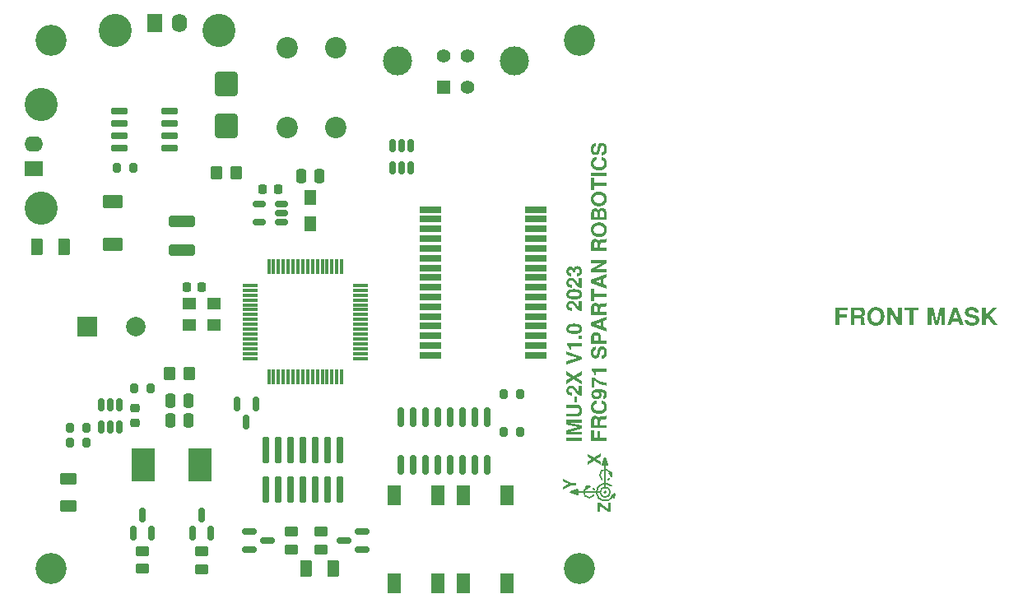
<source format=gbr>
%TF.GenerationSoftware,KiCad,Pcbnew,7.0.7-7.0.7~ubuntu20.04.1*%
%TF.CreationDate,2023-08-17T20:41:33-07:00*%
%TF.ProjectId,IMU-2X,494d552d-3258-42e6-9b69-6361645f7063,1.0*%
%TF.SameCoordinates,Original*%
%TF.FileFunction,Soldermask,Top*%
%TF.FilePolarity,Negative*%
%FSLAX46Y46*%
G04 Gerber Fmt 4.6, Leading zero omitted, Abs format (unit mm)*
G04 Created by KiCad (PCBNEW 7.0.7-7.0.7~ubuntu20.04.1) date 2023-08-17 20:41:33*
%MOMM*%
%LPD*%
G01*
G04 APERTURE LIST*
G04 Aperture macros list*
%AMRoundRect*
0 Rectangle with rounded corners*
0 $1 Rounding radius*
0 $2 $3 $4 $5 $6 $7 $8 $9 X,Y pos of 4 corners*
0 Add a 4 corners polygon primitive as box body*
4,1,4,$2,$3,$4,$5,$6,$7,$8,$9,$2,$3,0*
0 Add four circle primitives for the rounded corners*
1,1,$1+$1,$2,$3*
1,1,$1+$1,$4,$5*
1,1,$1+$1,$6,$7*
1,1,$1+$1,$8,$9*
0 Add four rect primitives between the rounded corners*
20,1,$1+$1,$2,$3,$4,$5,0*
20,1,$1+$1,$4,$5,$6,$7,0*
20,1,$1+$1,$6,$7,$8,$9,0*
20,1,$1+$1,$8,$9,$2,$3,0*%
G04 Aperture macros list end*
%ADD10C,0.152400*%
%ADD11C,0.150000*%
%ADD12C,0.202000*%
%ADD13C,0.304800*%
%ADD14C,0.300000*%
%ADD15RoundRect,0.150000X-0.150000X0.587500X-0.150000X-0.587500X0.150000X-0.587500X0.150000X0.587500X0*%
%ADD16RoundRect,0.250000X0.800000X-0.450000X0.800000X0.450000X-0.800000X0.450000X-0.800000X-0.450000X0*%
%ADD17RoundRect,0.150000X0.150000X-0.587500X0.150000X0.587500X-0.150000X0.587500X-0.150000X-0.587500X0*%
%ADD18RoundRect,0.150000X0.150000X-0.825000X0.150000X0.825000X-0.150000X0.825000X-0.150000X-0.825000X0*%
%ADD19C,2.200000*%
%ADD20C,3.403600*%
%ADD21R,1.905000X1.600200*%
%ADD22O,1.905000X1.600200*%
%ADD23RoundRect,0.250000X0.450000X-0.262500X0.450000X0.262500X-0.450000X0.262500X-0.450000X-0.262500X0*%
%ADD24RoundRect,0.250000X0.375000X0.625000X-0.375000X0.625000X-0.375000X-0.625000X0.375000X-0.625000X0*%
%ADD25RoundRect,0.150000X0.587500X0.150000X-0.587500X0.150000X-0.587500X-0.150000X0.587500X-0.150000X0*%
%ADD26RoundRect,0.200000X-0.200000X-0.275000X0.200000X-0.275000X0.200000X0.275000X-0.200000X0.275000X0*%
%ADD27RoundRect,0.150000X0.725000X0.150000X-0.725000X0.150000X-0.725000X-0.150000X0.725000X-0.150000X0*%
%ADD28C,3.200000*%
%ADD29RoundRect,0.225000X-0.250000X0.225000X-0.250000X-0.225000X0.250000X-0.225000X0.250000X0.225000X0*%
%ADD30RoundRect,0.150000X-0.150000X0.512500X-0.150000X-0.512500X0.150000X-0.512500X0.150000X0.512500X0*%
%ADD31RoundRect,0.250000X0.250000X0.475000X-0.250000X0.475000X-0.250000X-0.475000X0.250000X-0.475000X0*%
%ADD32R,1.600200X1.905000*%
%ADD33O,1.600200X1.905000*%
%ADD34RoundRect,0.250000X-0.350000X-0.450000X0.350000X-0.450000X0.350000X0.450000X-0.350000X0.450000X0*%
%ADD35R,1.400000X1.200000*%
%ADD36RoundRect,0.075000X-0.700000X-0.075000X0.700000X-0.075000X0.700000X0.075000X-0.700000X0.075000X0*%
%ADD37RoundRect,0.075000X-0.075000X-0.700000X0.075000X-0.700000X0.075000X0.700000X-0.075000X0.700000X0*%
%ADD38RoundRect,0.250000X0.900000X-1.000000X0.900000X1.000000X-0.900000X1.000000X-0.900000X-1.000000X0*%
%ADD39RoundRect,0.225000X-0.225000X-0.250000X0.225000X-0.250000X0.225000X0.250000X-0.225000X0.250000X0*%
%ADD40R,1.400000X1.400000*%
%ADD41C,1.400000*%
%ADD42C,3.000000*%
%ADD43R,1.400000X2.100000*%
%ADD44RoundRect,0.150000X-0.587500X-0.150000X0.587500X-0.150000X0.587500X0.150000X-0.587500X0.150000X0*%
%ADD45RoundRect,0.250000X-0.375000X-0.625000X0.375000X-0.625000X0.375000X0.625000X-0.375000X0.625000X0*%
%ADD46RoundRect,0.250000X1.100000X-0.325000X1.100000X0.325000X-1.100000X0.325000X-1.100000X-0.325000X0*%
%ADD47R,2.000000X2.000000*%
%ADD48C,2.000000*%
%ADD49RoundRect,0.162500X-0.162500X1.222500X-0.162500X-1.222500X0.162500X-1.222500X0.162500X1.222500X0*%
%ADD50RoundRect,0.250000X0.625000X-0.375000X0.625000X0.375000X-0.625000X0.375000X-0.625000X-0.375000X0*%
%ADD51R,2.413000X3.429000*%
%ADD52RoundRect,0.150000X0.512500X0.150000X-0.512500X0.150000X-0.512500X-0.150000X0.512500X-0.150000X0*%
%ADD53RoundRect,0.200000X0.200000X0.275000X-0.200000X0.275000X-0.200000X-0.275000X0.200000X-0.275000X0*%
%ADD54R,1.200000X1.500000*%
%ADD55R,2.200000X0.700000*%
G04 APERTURE END LIST*
D10*
X188000000Y-121300000D02*
X187900000Y-121050000D01*
X188300000Y-121050000D01*
X188000000Y-121300000D01*
G36*
X188000000Y-121300000D02*
G01*
X187900000Y-121050000D01*
X188300000Y-121050000D01*
X188000000Y-121300000D01*
G37*
D11*
X190500000Y-121031000D02*
G75*
G03*
X190612202Y-122164135I-635000J-635000D01*
G01*
D10*
X190492039Y-119996544D02*
X190250000Y-119694266D01*
X190500000Y-119600000D01*
X190492039Y-119996544D01*
G36*
X190492039Y-119996544D02*
G01*
X190250000Y-119694266D01*
X190500000Y-119600000D01*
X190492039Y-119996544D01*
G37*
D12*
X189966000Y-121666000D02*
G75*
G03*
X189966000Y-121666000I-101000J0D01*
G01*
D11*
X187071000Y-121920000D02*
X186309000Y-121666000D01*
X187071000Y-121412000D01*
X187071000Y-121920000D01*
G36*
X187071000Y-121920000D02*
G01*
X186309000Y-121666000D01*
X187071000Y-121412000D01*
X187071000Y-121920000D01*
G37*
X189865000Y-118110000D02*
X189865000Y-121158000D01*
X190119000Y-118872000D02*
X189611000Y-118872000D01*
X189865000Y-118110000D01*
X190119000Y-118872000D01*
G36*
X190119000Y-118872000D02*
G01*
X189611000Y-118872000D01*
X189865000Y-118110000D01*
X190119000Y-118872000D01*
G37*
X190118999Y-120395999D02*
G75*
G03*
X190266608Y-120289608I-253999J507999D01*
G01*
X187960001Y-121158001D02*
G75*
G03*
X188686571Y-121981048I253999J-507999D01*
G01*
X188721999Y-121412001D02*
G75*
G03*
X188615608Y-121264392I-507999J-253999D01*
G01*
X190373000Y-121666000D02*
G75*
G03*
X190373000Y-121666000I-508000J0D01*
G01*
X186309000Y-121666000D02*
X189357000Y-121666000D01*
X190372999Y-119634001D02*
G75*
G03*
X189549952Y-120360571I-507999J-253999D01*
G01*
D10*
X190750000Y-122200000D02*
X190550000Y-122050000D01*
X190881000Y-121793000D01*
X190750000Y-122200000D01*
G36*
X190750000Y-122200000D02*
G01*
X190550000Y-122050000D01*
X190881000Y-121793000D01*
X190750000Y-122200000D01*
G37*
D13*
G36*
X186372757Y-120693603D02*
G01*
X186855100Y-120693603D01*
X186855100Y-120961606D01*
X186372757Y-120961606D01*
X185552618Y-121394009D01*
X185552618Y-121095607D01*
X186128018Y-120829466D01*
X185552618Y-120581315D01*
X185552618Y-120281053D01*
X186372757Y-120693603D01*
G37*
G36*
X189108618Y-122730078D02*
G01*
X189331954Y-122730078D01*
X190187764Y-123394502D01*
X190187764Y-122730078D01*
X190411100Y-122730078D01*
X190411100Y-123709033D01*
X190187764Y-123709033D01*
X189331954Y-123042748D01*
X189331954Y-123709033D01*
X189108618Y-123709033D01*
X189108618Y-122730078D01*
G37*
D14*
G36*
X185863622Y-116092800D02*
G01*
X187426600Y-116092800D01*
X187426600Y-116414403D01*
X185863622Y-116414403D01*
X185863622Y-116092800D01*
G37*
G36*
X186208676Y-115431726D02*
G01*
X187426600Y-115431726D01*
X187426600Y-115753330D01*
X185863622Y-115753330D01*
X185863622Y-115273158D01*
X187107230Y-114990266D01*
X185863622Y-114715563D01*
X185863622Y-114231297D01*
X187426600Y-114231297D01*
X187426600Y-114552901D01*
X186208676Y-114552901D01*
X187426600Y-114829465D01*
X187426600Y-115151068D01*
X186208676Y-115431726D01*
G37*
G36*
X187460844Y-113112386D02*
G01*
X187463505Y-113127510D01*
X187465904Y-113142732D01*
X187468042Y-113158053D01*
X187469917Y-113173471D01*
X187471531Y-113188988D01*
X187472883Y-113204603D01*
X187473974Y-113220316D01*
X187474803Y-113236127D01*
X187475370Y-113252037D01*
X187475675Y-113268044D01*
X187475733Y-113278771D01*
X187475602Y-113294777D01*
X187475210Y-113310692D01*
X187474556Y-113326515D01*
X187473640Y-113342247D01*
X187472462Y-113357887D01*
X187471022Y-113373435D01*
X187469321Y-113388892D01*
X187467358Y-113404257D01*
X187465134Y-113419531D01*
X187462647Y-113434713D01*
X187460844Y-113444783D01*
X187457843Y-113459898D01*
X187454423Y-113475091D01*
X187450585Y-113490362D01*
X187446327Y-113505712D01*
X187441651Y-113521141D01*
X187436557Y-113536648D01*
X187431043Y-113552233D01*
X187425111Y-113567897D01*
X187418759Y-113583640D01*
X187411990Y-113599461D01*
X187407244Y-113610052D01*
X187399799Y-113625698D01*
X187391981Y-113640952D01*
X187383790Y-113655814D01*
X187375226Y-113670283D01*
X187366290Y-113684359D01*
X187356980Y-113698043D01*
X187347298Y-113711334D01*
X187337242Y-113724232D01*
X187326813Y-113736738D01*
X187316012Y-113748851D01*
X187308604Y-113756709D01*
X187297017Y-113768168D01*
X187284730Y-113779234D01*
X187271744Y-113789908D01*
X187258057Y-113800190D01*
X187243670Y-113810078D01*
X187228582Y-113819574D01*
X187212795Y-113828678D01*
X187196308Y-113837389D01*
X187179120Y-113845707D01*
X187161233Y-113853633D01*
X187148919Y-113858699D01*
X187129979Y-113865750D01*
X187110568Y-113872108D01*
X187090686Y-113877772D01*
X187070333Y-113882742D01*
X187049508Y-113887019D01*
X187028213Y-113890603D01*
X187006446Y-113893493D01*
X186984209Y-113895689D01*
X186969122Y-113896768D01*
X186953826Y-113897538D01*
X186938320Y-113898001D01*
X186922605Y-113898155D01*
X185863622Y-113898155D01*
X185863622Y-113576551D01*
X186922605Y-113576551D01*
X186939758Y-113576261D01*
X186956366Y-113575388D01*
X186972429Y-113573934D01*
X186987948Y-113571899D01*
X187002923Y-113569281D01*
X187031238Y-113562302D01*
X187057376Y-113552997D01*
X187081335Y-113541364D01*
X187103116Y-113527406D01*
X187122719Y-113511121D01*
X187140144Y-113492510D01*
X187155390Y-113471572D01*
X187168459Y-113448308D01*
X187179349Y-113422717D01*
X187188062Y-113394800D01*
X187191601Y-113379970D01*
X187194596Y-113364557D01*
X187197047Y-113348563D01*
X187198952Y-113331987D01*
X187200314Y-113314830D01*
X187201130Y-113297091D01*
X187201403Y-113278771D01*
X187201130Y-113260427D01*
X187200314Y-113242666D01*
X187198952Y-113225487D01*
X187197047Y-113208891D01*
X187194596Y-113192877D01*
X187191601Y-113177445D01*
X187188062Y-113162596D01*
X187179349Y-113134644D01*
X187168459Y-113109021D01*
X187155390Y-113085728D01*
X187140144Y-113064764D01*
X187122719Y-113046130D01*
X187103116Y-113029824D01*
X187081335Y-113015848D01*
X187057376Y-113004202D01*
X187031238Y-112994885D01*
X187002923Y-112987897D01*
X186987948Y-112985276D01*
X186972429Y-112983238D01*
X186956366Y-112981782D01*
X186939758Y-112980909D01*
X186922605Y-112980618D01*
X185863622Y-112980618D01*
X185863622Y-112659014D01*
X186922605Y-112659014D01*
X186938320Y-112659170D01*
X186953826Y-112659636D01*
X186969122Y-112660414D01*
X186984209Y-112661503D01*
X186999086Y-112662904D01*
X187021010Y-112665587D01*
X187042462Y-112668971D01*
X187063444Y-112673055D01*
X187083954Y-112677839D01*
X187103993Y-112683323D01*
X187123561Y-112689508D01*
X187142658Y-112696392D01*
X187148919Y-112698842D01*
X187167273Y-112706440D01*
X187184927Y-112714437D01*
X187201881Y-112722832D01*
X187218135Y-112731627D01*
X187233689Y-112740821D01*
X187248543Y-112750415D01*
X187262697Y-112760407D01*
X187276150Y-112770798D01*
X187288904Y-112781589D01*
X187300957Y-112792779D01*
X187308604Y-112800460D01*
X187319654Y-112812315D01*
X187330331Y-112824569D01*
X187340635Y-112837222D01*
X187350567Y-112850274D01*
X187360125Y-112863726D01*
X187369310Y-112877576D01*
X187378123Y-112891826D01*
X187386562Y-112906475D01*
X187394628Y-112921523D01*
X187402322Y-112936970D01*
X187407244Y-112947489D01*
X187414293Y-112963296D01*
X187420923Y-112979031D01*
X187427135Y-112994694D01*
X187432927Y-113010285D01*
X187438301Y-113025804D01*
X187443257Y-113041251D01*
X187447793Y-113056626D01*
X187451911Y-113071929D01*
X187455610Y-113087160D01*
X187458890Y-113102319D01*
X187460844Y-113112386D01*
G37*
G36*
X186693314Y-111857239D02*
G01*
X186982906Y-111857239D01*
X186982906Y-112440145D01*
X186693314Y-112440145D01*
X186693314Y-111857239D01*
G37*
G36*
X186356822Y-110681749D02*
G01*
X186372550Y-110681963D01*
X186388094Y-110682604D01*
X186403456Y-110683673D01*
X186418634Y-110685169D01*
X186433630Y-110687093D01*
X186448442Y-110689444D01*
X186463070Y-110692222D01*
X186484670Y-110697192D01*
X186505858Y-110703123D01*
X186526633Y-110710016D01*
X186546996Y-110717871D01*
X186566947Y-110726688D01*
X186586485Y-110736466D01*
X186605457Y-110746914D01*
X186623846Y-110757880D01*
X186641653Y-110769361D01*
X186658877Y-110781360D01*
X186675520Y-110793876D01*
X186691579Y-110806909D01*
X186707057Y-110820458D01*
X186721952Y-110834525D01*
X186736265Y-110849108D01*
X186749996Y-110864208D01*
X186758826Y-110874562D01*
X186771785Y-110890302D01*
X186784562Y-110906113D01*
X186797155Y-110921996D01*
X186809565Y-110937951D01*
X186821792Y-110953978D01*
X186833835Y-110970077D01*
X186845696Y-110986249D01*
X186857373Y-111002492D01*
X186868867Y-111018807D01*
X186880177Y-111035194D01*
X186887616Y-111046158D01*
X186898738Y-111062574D01*
X186910050Y-111078878D01*
X186921552Y-111095071D01*
X186933243Y-111111153D01*
X186945124Y-111127123D01*
X186957195Y-111142982D01*
X186969455Y-111158730D01*
X186981906Y-111174367D01*
X186994546Y-111189893D01*
X187007375Y-111205307D01*
X187016034Y-111215521D01*
X187029115Y-111230390D01*
X187042254Y-111244428D01*
X187055453Y-111257636D01*
X187068710Y-111270012D01*
X187082026Y-111281557D01*
X187095401Y-111292271D01*
X187108835Y-111302154D01*
X187122328Y-111311207D01*
X187135880Y-111319428D01*
X187149490Y-111326818D01*
X187158597Y-111331284D01*
X187158597Y-110688077D01*
X187426600Y-110688077D01*
X187426600Y-111721377D01*
X187400696Y-111719782D01*
X187375471Y-111717695D01*
X187350923Y-111715117D01*
X187327052Y-111712048D01*
X187303859Y-111708487D01*
X187281344Y-111704435D01*
X187259506Y-111699891D01*
X187238346Y-111694856D01*
X187217864Y-111689329D01*
X187198058Y-111683311D01*
X187178931Y-111676801D01*
X187160481Y-111669800D01*
X187142709Y-111662308D01*
X187125614Y-111654324D01*
X187109197Y-111645848D01*
X187093457Y-111636881D01*
X187077965Y-111627158D01*
X187062382Y-111616508D01*
X187046709Y-111604929D01*
X187030946Y-111592424D01*
X187015093Y-111578990D01*
X186999150Y-111564629D01*
X186983117Y-111549340D01*
X186966993Y-111533123D01*
X186950780Y-111515979D01*
X186934476Y-111497907D01*
X186918082Y-111478908D01*
X186901598Y-111458980D01*
X186885024Y-111438126D01*
X186868359Y-111416343D01*
X186851605Y-111393633D01*
X186834760Y-111369995D01*
X186823868Y-111354493D01*
X186813155Y-111339348D01*
X186802620Y-111324558D01*
X186792262Y-111310125D01*
X186782083Y-111296048D01*
X186772082Y-111282327D01*
X186762259Y-111268963D01*
X186752614Y-111255954D01*
X186743148Y-111243302D01*
X186733859Y-111231007D01*
X186724749Y-111219067D01*
X186707062Y-111196256D01*
X186690088Y-111174871D01*
X186673826Y-111154910D01*
X186658277Y-111136375D01*
X186643441Y-111119264D01*
X186629316Y-111103578D01*
X186615905Y-111089317D01*
X186603205Y-111076481D01*
X186591218Y-111065070D01*
X186579944Y-111055084D01*
X186574574Y-111050625D01*
X186558295Y-111038319D01*
X186541283Y-111027223D01*
X186523538Y-111017337D01*
X186505061Y-111008663D01*
X186485850Y-111001198D01*
X186465907Y-110994944D01*
X186445231Y-110989900D01*
X186423822Y-110986067D01*
X186401681Y-110983445D01*
X186386513Y-110982369D01*
X186371019Y-110981831D01*
X186363150Y-110981763D01*
X186342285Y-110982264D01*
X186322264Y-110983766D01*
X186303088Y-110986268D01*
X186284755Y-110989772D01*
X186267267Y-110994277D01*
X186250622Y-110999783D01*
X186234822Y-111006290D01*
X186219866Y-111013798D01*
X186205754Y-111022307D01*
X186192485Y-111031818D01*
X186184109Y-111038714D01*
X186172401Y-111049712D01*
X186161845Y-111061488D01*
X186152440Y-111074043D01*
X186144188Y-111087377D01*
X186137086Y-111101489D01*
X186131136Y-111116380D01*
X186126338Y-111132049D01*
X186122691Y-111148497D01*
X186120196Y-111165724D01*
X186118853Y-111183729D01*
X186118597Y-111196166D01*
X186119222Y-111215026D01*
X186121096Y-111233081D01*
X186124221Y-111250332D01*
X186128595Y-111266778D01*
X186134218Y-111282419D01*
X186141092Y-111297256D01*
X186149215Y-111311287D01*
X186158588Y-111324514D01*
X186169211Y-111336936D01*
X186181083Y-111348553D01*
X186189692Y-111355851D01*
X186203440Y-111366028D01*
X186218163Y-111375205D01*
X186233861Y-111383380D01*
X186250534Y-111390555D01*
X186268181Y-111396728D01*
X186286804Y-111401900D01*
X186306401Y-111406072D01*
X186326974Y-111409242D01*
X186348521Y-111411411D01*
X186363428Y-111412301D01*
X186378767Y-111412746D01*
X186386600Y-111412801D01*
X186436106Y-111412801D01*
X186436106Y-111700160D01*
X186420795Y-111701141D01*
X186405897Y-111701714D01*
X186389938Y-111701992D01*
X186382505Y-111702021D01*
X186367604Y-111701892D01*
X186338422Y-111700863D01*
X186310068Y-111698804D01*
X186282544Y-111695716D01*
X186255848Y-111691598D01*
X186229982Y-111686451D01*
X186204944Y-111680274D01*
X186180734Y-111673068D01*
X186157354Y-111664832D01*
X186134802Y-111655567D01*
X186113079Y-111645273D01*
X186092185Y-111633949D01*
X186072120Y-111621596D01*
X186052883Y-111608213D01*
X186034476Y-111593801D01*
X186016897Y-111578360D01*
X186008418Y-111570253D01*
X185992191Y-111553375D01*
X185977011Y-111535682D01*
X185962879Y-111517176D01*
X185949792Y-111497855D01*
X185937753Y-111477720D01*
X185926761Y-111456770D01*
X185916816Y-111435007D01*
X185907917Y-111412429D01*
X185900065Y-111389037D01*
X185893261Y-111364831D01*
X185887503Y-111339810D01*
X185882792Y-111313975D01*
X185879128Y-111287326D01*
X185876510Y-111259863D01*
X185874940Y-111231585D01*
X185874417Y-111202493D01*
X185874544Y-111187585D01*
X185875565Y-111158354D01*
X185877606Y-111129902D01*
X185880669Y-111102229D01*
X185884751Y-111075336D01*
X185889855Y-111049222D01*
X185895979Y-111023887D01*
X185903124Y-110999332D01*
X185911290Y-110975556D01*
X185920476Y-110952560D01*
X185930684Y-110930342D01*
X185941911Y-110908904D01*
X185954160Y-110888246D01*
X185967429Y-110868367D01*
X185981719Y-110849267D01*
X185997030Y-110830946D01*
X186005068Y-110822078D01*
X186021753Y-110805085D01*
X186039144Y-110789189D01*
X186057242Y-110774388D01*
X186076047Y-110760684D01*
X186095558Y-110748077D01*
X186115776Y-110736565D01*
X186136701Y-110726150D01*
X186158332Y-110716831D01*
X186180670Y-110708609D01*
X186203715Y-110701483D01*
X186227466Y-110695453D01*
X186251924Y-110690520D01*
X186277088Y-110686683D01*
X186302959Y-110683942D01*
X186329537Y-110682297D01*
X186356822Y-110681749D01*
G37*
G36*
X186628919Y-109702422D02*
G01*
X187426600Y-109200661D01*
X187426600Y-109582193D01*
X186884266Y-109882207D01*
X187426600Y-110180361D01*
X187426600Y-110553331D01*
X186639714Y-110060132D01*
X185863622Y-110536209D01*
X185863622Y-110154677D01*
X186378039Y-109880346D01*
X185863622Y-109592988D01*
X185863622Y-109220017D01*
X186628919Y-109702422D01*
G37*
G36*
X187426600Y-107725529D02*
G01*
X187426600Y-107997999D01*
X185863622Y-108525443D01*
X185863622Y-108201607D01*
X187040601Y-107854320D01*
X185863622Y-107513361D01*
X185863622Y-107189524D01*
X187426600Y-107725529D01*
G37*
G36*
X186378039Y-106643468D02*
G01*
X186378039Y-107007878D01*
X186178898Y-107007878D01*
X186178632Y-106983534D01*
X186177833Y-106959823D01*
X186176503Y-106936744D01*
X186174640Y-106914298D01*
X186172246Y-106892484D01*
X186169319Y-106871303D01*
X186165860Y-106850754D01*
X186161868Y-106830837D01*
X186157345Y-106811554D01*
X186152289Y-106792902D01*
X186146702Y-106774884D01*
X186140582Y-106757497D01*
X186133930Y-106740743D01*
X186126745Y-106724622D01*
X186119029Y-106709133D01*
X186110780Y-106694277D01*
X186101999Y-106680053D01*
X186092687Y-106666462D01*
X186082841Y-106653503D01*
X186072464Y-106641177D01*
X186061555Y-106629483D01*
X186050113Y-106618421D01*
X186038139Y-106607993D01*
X186025634Y-106598196D01*
X186012595Y-106589032D01*
X185999025Y-106580501D01*
X185984923Y-106572602D01*
X185970288Y-106565336D01*
X185955121Y-106558702D01*
X185939422Y-106552700D01*
X185923191Y-106547331D01*
X185906428Y-106542595D01*
X185906428Y-106343454D01*
X187426600Y-106343454D01*
X187426600Y-106643468D01*
X186378039Y-106643468D01*
G37*
G36*
X187113557Y-105539818D02*
G01*
X187426600Y-105539818D01*
X187426600Y-105861421D01*
X187113557Y-105861421D01*
X187113557Y-105539818D01*
G37*
G36*
X186706056Y-104327198D02*
G01*
X186727065Y-104327477D01*
X186747780Y-104327943D01*
X186768201Y-104328594D01*
X186788329Y-104329432D01*
X186808163Y-104330455D01*
X186827704Y-104331665D01*
X186846950Y-104333061D01*
X186865903Y-104334643D01*
X186884563Y-104336411D01*
X186902928Y-104338365D01*
X186921000Y-104340505D01*
X186938778Y-104342832D01*
X186956263Y-104345344D01*
X186973453Y-104348043D01*
X186990351Y-104350928D01*
X187007025Y-104353985D01*
X187023548Y-104357296D01*
X187039921Y-104360860D01*
X187056141Y-104364677D01*
X187072211Y-104368746D01*
X187088130Y-104373069D01*
X187103897Y-104377645D01*
X187119513Y-104382474D01*
X187134978Y-104387556D01*
X187150291Y-104392890D01*
X187165454Y-104398478D01*
X187180465Y-104404319D01*
X187195325Y-104410413D01*
X187210034Y-104416759D01*
X187224591Y-104423359D01*
X187238998Y-104430212D01*
X187253119Y-104437344D01*
X187266821Y-104444874D01*
X187280105Y-104452803D01*
X187292970Y-104461130D01*
X187305417Y-104469855D01*
X187317444Y-104478979D01*
X187329053Y-104488502D01*
X187340243Y-104498422D01*
X187351014Y-104508741D01*
X187361367Y-104519459D01*
X187371301Y-104530575D01*
X187380816Y-104542089D01*
X187389912Y-104554002D01*
X187398589Y-104566313D01*
X187406848Y-104579022D01*
X187414688Y-104592130D01*
X187422080Y-104605571D01*
X187428996Y-104619372D01*
X187435434Y-104633534D01*
X187441395Y-104648057D01*
X187446880Y-104662940D01*
X187451888Y-104678184D01*
X187456418Y-104693789D01*
X187460472Y-104709754D01*
X187464049Y-104726079D01*
X187467149Y-104742765D01*
X187469772Y-104759812D01*
X187471918Y-104777220D01*
X187473587Y-104794988D01*
X187474780Y-104813116D01*
X187475495Y-104831605D01*
X187475733Y-104850455D01*
X187475495Y-104869257D01*
X187474780Y-104887695D01*
X187473587Y-104905770D01*
X187471918Y-104923481D01*
X187469772Y-104940829D01*
X187467149Y-104957813D01*
X187464049Y-104974434D01*
X187460472Y-104990691D01*
X187456418Y-105006585D01*
X187451888Y-105022115D01*
X187446880Y-105037282D01*
X187441395Y-105052085D01*
X187435434Y-105066525D01*
X187428996Y-105080601D01*
X187422080Y-105094314D01*
X187414688Y-105107663D01*
X187406853Y-105120597D01*
X187398607Y-105133155D01*
X187389951Y-105145338D01*
X187376199Y-105162909D01*
X187361524Y-105179637D01*
X187345926Y-105195520D01*
X187329406Y-105210559D01*
X187317880Y-105220116D01*
X187305944Y-105229298D01*
X187293598Y-105238105D01*
X187280842Y-105246537D01*
X187267676Y-105254594D01*
X187254100Y-105262275D01*
X187240114Y-105269582D01*
X187225834Y-105276526D01*
X187211377Y-105283214D01*
X187196743Y-105289647D01*
X187181931Y-105295824D01*
X187166941Y-105301744D01*
X187151775Y-105307409D01*
X187136430Y-105312818D01*
X187120909Y-105317971D01*
X187105210Y-105322868D01*
X187089334Y-105327509D01*
X187073280Y-105331895D01*
X187057049Y-105336024D01*
X187040640Y-105339897D01*
X187024054Y-105343515D01*
X187007291Y-105346877D01*
X186990351Y-105349982D01*
X186973158Y-105352822D01*
X186955640Y-105355479D01*
X186937797Y-105357952D01*
X186919628Y-105360242D01*
X186901133Y-105362349D01*
X186882312Y-105364272D01*
X186863166Y-105366013D01*
X186843693Y-105367570D01*
X186823896Y-105368944D01*
X186803772Y-105370135D01*
X186783323Y-105371143D01*
X186762548Y-105371967D01*
X186741448Y-105372608D01*
X186720021Y-105373066D01*
X186698269Y-105373341D01*
X186676192Y-105373433D01*
X186652105Y-105373317D01*
X186628372Y-105372972D01*
X186604995Y-105372396D01*
X186581972Y-105371589D01*
X186559304Y-105370552D01*
X186536991Y-105369284D01*
X186515032Y-105367786D01*
X186493429Y-105366058D01*
X186472180Y-105364099D01*
X186451286Y-105361910D01*
X186430746Y-105359490D01*
X186410562Y-105356840D01*
X186390732Y-105353959D01*
X186371257Y-105350848D01*
X186352137Y-105347506D01*
X186333371Y-105343934D01*
X186314961Y-105340131D01*
X186296905Y-105336098D01*
X186279204Y-105331835D01*
X186261858Y-105327341D01*
X186244866Y-105322616D01*
X186228229Y-105317661D01*
X186211947Y-105312476D01*
X186196020Y-105307060D01*
X186180448Y-105301414D01*
X186165230Y-105295537D01*
X186150367Y-105289430D01*
X186135859Y-105283092D01*
X186121706Y-105276524D01*
X186107907Y-105269726D01*
X186094463Y-105262697D01*
X186081374Y-105255437D01*
X186056313Y-105240027D01*
X186032869Y-105223298D01*
X186011041Y-105205248D01*
X185990830Y-105185877D01*
X185972237Y-105165187D01*
X185955260Y-105143176D01*
X185939899Y-105119845D01*
X185926156Y-105095194D01*
X185914030Y-105069222D01*
X185903520Y-105041930D01*
X185894627Y-105013319D01*
X185890787Y-104998517D01*
X185887352Y-104983386D01*
X185884320Y-104967925D01*
X185881693Y-104952134D01*
X185879469Y-104936013D01*
X185877650Y-104919561D01*
X185876236Y-104902780D01*
X185875225Y-104885668D01*
X185874619Y-104868227D01*
X185874417Y-104850455D01*
X186116736Y-104850455D01*
X186117802Y-104872330D01*
X186121002Y-104893007D01*
X186126334Y-104912486D01*
X186133800Y-104930769D01*
X186143399Y-104947854D01*
X186155130Y-104963741D01*
X186168995Y-104978431D01*
X186184993Y-104991924D01*
X186203124Y-105004220D01*
X186216396Y-105011751D01*
X186230616Y-105018751D01*
X186238082Y-105022051D01*
X186253961Y-105028272D01*
X186271355Y-105034090D01*
X186290264Y-105039508D01*
X186310689Y-105044524D01*
X186332628Y-105049139D01*
X186356083Y-105053353D01*
X186381053Y-105057166D01*
X186407537Y-105060577D01*
X186435537Y-105063586D01*
X186465052Y-105066195D01*
X186480378Y-105067349D01*
X186496082Y-105068402D01*
X186512165Y-105069355D01*
X186528627Y-105070208D01*
X186545468Y-105070960D01*
X186562687Y-105071613D01*
X186580286Y-105072164D01*
X186598263Y-105072616D01*
X186616618Y-105072967D01*
X186635353Y-105073218D01*
X186654466Y-105073368D01*
X186673958Y-105073418D01*
X186700943Y-105073309D01*
X186727181Y-105072982D01*
X186752671Y-105072437D01*
X186777414Y-105071674D01*
X186801409Y-105070692D01*
X186824658Y-105069493D01*
X186847158Y-105068075D01*
X186868912Y-105066439D01*
X186889918Y-105064585D01*
X186910176Y-105062513D01*
X186929688Y-105060223D01*
X186948452Y-105057715D01*
X186966468Y-105054989D01*
X186983738Y-105052045D01*
X187000260Y-105048882D01*
X187016034Y-105045502D01*
X187031109Y-105041941D01*
X187045533Y-105038237D01*
X187065947Y-105032415D01*
X187084896Y-105026272D01*
X187102379Y-105019809D01*
X187118396Y-105013025D01*
X187132948Y-105005920D01*
X187146034Y-104998495D01*
X187161202Y-104988096D01*
X187173765Y-104977127D01*
X187179069Y-104971429D01*
X187188317Y-104959442D01*
X187196331Y-104946559D01*
X187203113Y-104932781D01*
X187208661Y-104918107D01*
X187212977Y-104902538D01*
X187216059Y-104886072D01*
X187217909Y-104868712D01*
X187218525Y-104850455D01*
X187217926Y-104832635D01*
X187216129Y-104815652D01*
X187213134Y-104799507D01*
X187208940Y-104784199D01*
X187203549Y-104769729D01*
X187196959Y-104756096D01*
X187189172Y-104743300D01*
X187180186Y-104731343D01*
X187169188Y-104720071D01*
X187155549Y-104709335D01*
X187139270Y-104699134D01*
X187125328Y-104691834D01*
X187109901Y-104684835D01*
X187092988Y-104678137D01*
X187074590Y-104671740D01*
X187054707Y-104665644D01*
X187033338Y-104659849D01*
X187018267Y-104656153D01*
X187002502Y-104652637D01*
X186986006Y-104649348D01*
X186968780Y-104646286D01*
X186950825Y-104643451D01*
X186932139Y-104640842D01*
X186912724Y-104638461D01*
X186892579Y-104636306D01*
X186871703Y-104634378D01*
X186850098Y-104632677D01*
X186827763Y-104631202D01*
X186804698Y-104629955D01*
X186780904Y-104628934D01*
X186756379Y-104628140D01*
X186731124Y-104627573D01*
X186705140Y-104627233D01*
X186678425Y-104627119D01*
X186659181Y-104627175D01*
X186640298Y-104627342D01*
X186621778Y-104627620D01*
X186603619Y-104628009D01*
X186585823Y-104628510D01*
X186568389Y-104629122D01*
X186551316Y-104629845D01*
X186534606Y-104630679D01*
X186518258Y-104631624D01*
X186502272Y-104632681D01*
X186486648Y-104633849D01*
X186471386Y-104635128D01*
X186456486Y-104636518D01*
X186427772Y-104639633D01*
X186400507Y-104643192D01*
X186374689Y-104647197D01*
X186350320Y-104651646D01*
X186327399Y-104656540D01*
X186305926Y-104661879D01*
X186285902Y-104667663D01*
X186267325Y-104673892D01*
X186250197Y-104680566D01*
X186242176Y-104684070D01*
X186226986Y-104691394D01*
X186212776Y-104699128D01*
X186199546Y-104707272D01*
X186187296Y-104715826D01*
X186170758Y-104729425D01*
X186156426Y-104743947D01*
X186144298Y-104759392D01*
X186134376Y-104775760D01*
X186126658Y-104793050D01*
X186121146Y-104811262D01*
X186117838Y-104830397D01*
X186116736Y-104850455D01*
X185874417Y-104850455D01*
X185874639Y-104831839D01*
X185875307Y-104813587D01*
X185876419Y-104795699D01*
X185877976Y-104778173D01*
X185879978Y-104761012D01*
X185882425Y-104744214D01*
X185885317Y-104727779D01*
X185888654Y-104711708D01*
X185892436Y-104696000D01*
X185896663Y-104680656D01*
X185901335Y-104665675D01*
X185906451Y-104651058D01*
X185912013Y-104636805D01*
X185918019Y-104622914D01*
X185924471Y-104609388D01*
X185931367Y-104596225D01*
X185942460Y-104577158D01*
X185954521Y-104558903D01*
X185967550Y-104541459D01*
X185981548Y-104524827D01*
X185996514Y-104509006D01*
X186012449Y-104493996D01*
X186029351Y-104479798D01*
X186047223Y-104466411D01*
X186059675Y-104457937D01*
X186072557Y-104449823D01*
X186085870Y-104442071D01*
X186099613Y-104434678D01*
X186113643Y-104427551D01*
X186127908Y-104420685D01*
X186142409Y-104414081D01*
X186157146Y-104407739D01*
X186172118Y-104401658D01*
X186187325Y-104395839D01*
X186202768Y-104390282D01*
X186218447Y-104384986D01*
X186234361Y-104379953D01*
X186250510Y-104375180D01*
X186266896Y-104370670D01*
X186283516Y-104366422D01*
X186300373Y-104362435D01*
X186317465Y-104358709D01*
X186334792Y-104355246D01*
X186352355Y-104352044D01*
X186370229Y-104349024D01*
X186388490Y-104346199D01*
X186407138Y-104343569D01*
X186426172Y-104341133D01*
X186445593Y-104338893D01*
X186465401Y-104336847D01*
X186485596Y-104334996D01*
X186506177Y-104333340D01*
X186527146Y-104331879D01*
X186548501Y-104330612D01*
X186570242Y-104329541D01*
X186592371Y-104328664D01*
X186614886Y-104327982D01*
X186637788Y-104327495D01*
X186661077Y-104327203D01*
X186684753Y-104327105D01*
X186706056Y-104327198D01*
G37*
G36*
X186356822Y-101961236D02*
G01*
X186372550Y-101961450D01*
X186388094Y-101962091D01*
X186403456Y-101963160D01*
X186418634Y-101964656D01*
X186433630Y-101966580D01*
X186448442Y-101968931D01*
X186463070Y-101971709D01*
X186484670Y-101976679D01*
X186505858Y-101982610D01*
X186526633Y-101989503D01*
X186546996Y-101997358D01*
X186566947Y-102006175D01*
X186586485Y-102015953D01*
X186605457Y-102026401D01*
X186623846Y-102037366D01*
X186641653Y-102048848D01*
X186658877Y-102060847D01*
X186675520Y-102073363D01*
X186691579Y-102086396D01*
X186707057Y-102099945D01*
X186721952Y-102114012D01*
X186736265Y-102128595D01*
X186749996Y-102143695D01*
X186758826Y-102154049D01*
X186771785Y-102169788D01*
X186784562Y-102185600D01*
X186797155Y-102201483D01*
X186809565Y-102217438D01*
X186821792Y-102233465D01*
X186833835Y-102249564D01*
X186845696Y-102265736D01*
X186857373Y-102281979D01*
X186868867Y-102298294D01*
X186880177Y-102314681D01*
X186887616Y-102325645D01*
X186898738Y-102342061D01*
X186910050Y-102358365D01*
X186921552Y-102374558D01*
X186933243Y-102390640D01*
X186945124Y-102406610D01*
X186957195Y-102422469D01*
X186969455Y-102438217D01*
X186981906Y-102453854D01*
X186994546Y-102469380D01*
X187007375Y-102484794D01*
X187016034Y-102495008D01*
X187029115Y-102509877D01*
X187042254Y-102523915D01*
X187055453Y-102537123D01*
X187068710Y-102549499D01*
X187082026Y-102561044D01*
X187095401Y-102571758D01*
X187108835Y-102581641D01*
X187122328Y-102590694D01*
X187135880Y-102598915D01*
X187149490Y-102606305D01*
X187158597Y-102610771D01*
X187158597Y-101967564D01*
X187426600Y-101967564D01*
X187426600Y-103000864D01*
X187400696Y-102999269D01*
X187375471Y-102997182D01*
X187350923Y-102994604D01*
X187327052Y-102991535D01*
X187303859Y-102987974D01*
X187281344Y-102983921D01*
X187259506Y-102979378D01*
X187238346Y-102974342D01*
X187217864Y-102968816D01*
X187198058Y-102962798D01*
X187178931Y-102956288D01*
X187160481Y-102949287D01*
X187142709Y-102941794D01*
X187125614Y-102933811D01*
X187109197Y-102925335D01*
X187093457Y-102916368D01*
X187077965Y-102906645D01*
X187062382Y-102895995D01*
X187046709Y-102884416D01*
X187030946Y-102871910D01*
X187015093Y-102858477D01*
X186999150Y-102844116D01*
X186983117Y-102828827D01*
X186966993Y-102812610D01*
X186950780Y-102795466D01*
X186934476Y-102777394D01*
X186918082Y-102758395D01*
X186901598Y-102738467D01*
X186885024Y-102717613D01*
X186868359Y-102695830D01*
X186851605Y-102673120D01*
X186834760Y-102649482D01*
X186823868Y-102633980D01*
X186813155Y-102618835D01*
X186802620Y-102604045D01*
X186792262Y-102589612D01*
X186782083Y-102575535D01*
X186772082Y-102561814D01*
X186762259Y-102548450D01*
X186752614Y-102535441D01*
X186743148Y-102522789D01*
X186733859Y-102510493D01*
X186724749Y-102498554D01*
X186707062Y-102475743D01*
X186690088Y-102454358D01*
X186673826Y-102434397D01*
X186658277Y-102415862D01*
X186643441Y-102398751D01*
X186629316Y-102383065D01*
X186615905Y-102368804D01*
X186603205Y-102355968D01*
X186591218Y-102344557D01*
X186579944Y-102334571D01*
X186574574Y-102330112D01*
X186558295Y-102317806D01*
X186541283Y-102306710D01*
X186523538Y-102296824D01*
X186505061Y-102288149D01*
X186485850Y-102280685D01*
X186465907Y-102274431D01*
X186445231Y-102269387D01*
X186423822Y-102265554D01*
X186401681Y-102262931D01*
X186386513Y-102261856D01*
X186371019Y-102261318D01*
X186363150Y-102261250D01*
X186342285Y-102261751D01*
X186322264Y-102263252D01*
X186303088Y-102265755D01*
X186284755Y-102269259D01*
X186267267Y-102273764D01*
X186250622Y-102279270D01*
X186234822Y-102285777D01*
X186219866Y-102293285D01*
X186205754Y-102301794D01*
X186192485Y-102311305D01*
X186184109Y-102318201D01*
X186172401Y-102329199D01*
X186161845Y-102340975D01*
X186152440Y-102353530D01*
X186144188Y-102366864D01*
X186137086Y-102380976D01*
X186131136Y-102395867D01*
X186126338Y-102411536D01*
X186122691Y-102427984D01*
X186120196Y-102445211D01*
X186118853Y-102463216D01*
X186118597Y-102475653D01*
X186119222Y-102494513D01*
X186121096Y-102512568D01*
X186124221Y-102529819D01*
X186128595Y-102546265D01*
X186134218Y-102561906D01*
X186141092Y-102576742D01*
X186149215Y-102590774D01*
X186158588Y-102604001D01*
X186169211Y-102616423D01*
X186181083Y-102628040D01*
X186189692Y-102635338D01*
X186203440Y-102645515D01*
X186218163Y-102654692D01*
X186233861Y-102662867D01*
X186250534Y-102670042D01*
X186268181Y-102676215D01*
X186286804Y-102681387D01*
X186306401Y-102685559D01*
X186326974Y-102688729D01*
X186348521Y-102690898D01*
X186363428Y-102691788D01*
X186378767Y-102692233D01*
X186386600Y-102692288D01*
X186436106Y-102692288D01*
X186436106Y-102979647D01*
X186420795Y-102980628D01*
X186405897Y-102981201D01*
X186389938Y-102981479D01*
X186382505Y-102981508D01*
X186367604Y-102981379D01*
X186338422Y-102980350D01*
X186310068Y-102978291D01*
X186282544Y-102975202D01*
X186255848Y-102971085D01*
X186229982Y-102965938D01*
X186204944Y-102959761D01*
X186180734Y-102952555D01*
X186157354Y-102944319D01*
X186134802Y-102935054D01*
X186113079Y-102924760D01*
X186092185Y-102913436D01*
X186072120Y-102901083D01*
X186052883Y-102887700D01*
X186034476Y-102873288D01*
X186016897Y-102857847D01*
X186008418Y-102849740D01*
X185992191Y-102832862D01*
X185977011Y-102815169D01*
X185962879Y-102796663D01*
X185949792Y-102777342D01*
X185937753Y-102757207D01*
X185926761Y-102736257D01*
X185916816Y-102714494D01*
X185907917Y-102691916D01*
X185900065Y-102668524D01*
X185893261Y-102644317D01*
X185887503Y-102619297D01*
X185882792Y-102593462D01*
X185879128Y-102566813D01*
X185876510Y-102539350D01*
X185874940Y-102511072D01*
X185874417Y-102481980D01*
X185874544Y-102467072D01*
X185875565Y-102437841D01*
X185877606Y-102409389D01*
X185880669Y-102381716D01*
X185884751Y-102354823D01*
X185889855Y-102328709D01*
X185895979Y-102303374D01*
X185903124Y-102278819D01*
X185911290Y-102255043D01*
X185920476Y-102232047D01*
X185930684Y-102209829D01*
X185941911Y-102188391D01*
X185954160Y-102167733D01*
X185967429Y-102147854D01*
X185981719Y-102128754D01*
X185997030Y-102110433D01*
X186005068Y-102101565D01*
X186021753Y-102084572D01*
X186039144Y-102068676D01*
X186057242Y-102053875D01*
X186076047Y-102040171D01*
X186095558Y-102027564D01*
X186115776Y-102016052D01*
X186136701Y-102005637D01*
X186158332Y-101996318D01*
X186180670Y-101988096D01*
X186203715Y-101980970D01*
X186227466Y-101974940D01*
X186251924Y-101970007D01*
X186277088Y-101966170D01*
X186302959Y-101963429D01*
X186329537Y-101961784D01*
X186356822Y-101961236D01*
G37*
G36*
X186706056Y-100771695D02*
G01*
X186727065Y-100771974D01*
X186747780Y-100772439D01*
X186768201Y-100773090D01*
X186788329Y-100773928D01*
X186808163Y-100774951D01*
X186827704Y-100776161D01*
X186846950Y-100777557D01*
X186865903Y-100779139D01*
X186884563Y-100780907D01*
X186902928Y-100782861D01*
X186921000Y-100785002D01*
X186938778Y-100787328D01*
X186956263Y-100789841D01*
X186973453Y-100792539D01*
X186990351Y-100795424D01*
X187007025Y-100798482D01*
X187023548Y-100801792D01*
X187039921Y-100805356D01*
X187056141Y-100809173D01*
X187072211Y-100813243D01*
X187088130Y-100817566D01*
X187103897Y-100822141D01*
X187119513Y-100826970D01*
X187134978Y-100832052D01*
X187150291Y-100837387D01*
X187165454Y-100842974D01*
X187180465Y-100848815D01*
X187195325Y-100854909D01*
X187210034Y-100861256D01*
X187224591Y-100867855D01*
X187238998Y-100874708D01*
X187253119Y-100881840D01*
X187266821Y-100889370D01*
X187280105Y-100897299D01*
X187292970Y-100905626D01*
X187305417Y-100914352D01*
X187317444Y-100923476D01*
X187329053Y-100932998D01*
X187340243Y-100942919D01*
X187351014Y-100953238D01*
X187361367Y-100963955D01*
X187371301Y-100975071D01*
X187380816Y-100986585D01*
X187389912Y-100998498D01*
X187398589Y-101010809D01*
X187406848Y-101023519D01*
X187414688Y-101036626D01*
X187422080Y-101050067D01*
X187428996Y-101063869D01*
X187435434Y-101078031D01*
X187441395Y-101092553D01*
X187446880Y-101107437D01*
X187451888Y-101122680D01*
X187456418Y-101138285D01*
X187460472Y-101154250D01*
X187464049Y-101170575D01*
X187467149Y-101187262D01*
X187469772Y-101204308D01*
X187471918Y-101221716D01*
X187473587Y-101239484D01*
X187474780Y-101257612D01*
X187475495Y-101276102D01*
X187475733Y-101294951D01*
X187475495Y-101313753D01*
X187474780Y-101332191D01*
X187473587Y-101350266D01*
X187471918Y-101367977D01*
X187469772Y-101385325D01*
X187467149Y-101402309D01*
X187464049Y-101418930D01*
X187460472Y-101435188D01*
X187456418Y-101451081D01*
X187451888Y-101466612D01*
X187446880Y-101481778D01*
X187441395Y-101496582D01*
X187435434Y-101511021D01*
X187428996Y-101525098D01*
X187422080Y-101538810D01*
X187414688Y-101552160D01*
X187406853Y-101565093D01*
X187398607Y-101577651D01*
X187389951Y-101589834D01*
X187376199Y-101607406D01*
X187361524Y-101624133D01*
X187345926Y-101640016D01*
X187329406Y-101655055D01*
X187317880Y-101664613D01*
X187305944Y-101673795D01*
X187293598Y-101682602D01*
X187280842Y-101691033D01*
X187267676Y-101699090D01*
X187254100Y-101706772D01*
X187240114Y-101714078D01*
X187225834Y-101721022D01*
X187211377Y-101727711D01*
X187196743Y-101734143D01*
X187181931Y-101740320D01*
X187166941Y-101746241D01*
X187151775Y-101751905D01*
X187136430Y-101757314D01*
X187120909Y-101762467D01*
X187105210Y-101767364D01*
X187089334Y-101772006D01*
X187073280Y-101776391D01*
X187057049Y-101780520D01*
X187040640Y-101784394D01*
X187024054Y-101788011D01*
X187007291Y-101791373D01*
X186990351Y-101794479D01*
X186973158Y-101797318D01*
X186955640Y-101799975D01*
X186937797Y-101802448D01*
X186919628Y-101804738D01*
X186901133Y-101806845D01*
X186882312Y-101808769D01*
X186863166Y-101810509D01*
X186843693Y-101812066D01*
X186823896Y-101813440D01*
X186803772Y-101814631D01*
X186783323Y-101815639D01*
X186762548Y-101816463D01*
X186741448Y-101817105D01*
X186720021Y-101817563D01*
X186698269Y-101817837D01*
X186676192Y-101817929D01*
X186652105Y-101817814D01*
X186628372Y-101817468D01*
X186604995Y-101816892D01*
X186581972Y-101816085D01*
X186559304Y-101815048D01*
X186536991Y-101813781D01*
X186515032Y-101812283D01*
X186493429Y-101810554D01*
X186472180Y-101808595D01*
X186451286Y-101806406D01*
X186430746Y-101803986D01*
X186410562Y-101801336D01*
X186390732Y-101798455D01*
X186371257Y-101795344D01*
X186352137Y-101792002D01*
X186333371Y-101788430D01*
X186314961Y-101784628D01*
X186296905Y-101780594D01*
X186279204Y-101776331D01*
X186261858Y-101771837D01*
X186244866Y-101767113D01*
X186228229Y-101762158D01*
X186211947Y-101756972D01*
X186196020Y-101751556D01*
X186180448Y-101745910D01*
X186165230Y-101740033D01*
X186150367Y-101733926D01*
X186135859Y-101727589D01*
X186121706Y-101721020D01*
X186107907Y-101714222D01*
X186094463Y-101707193D01*
X186081374Y-101699933D01*
X186056313Y-101684524D01*
X186032869Y-101667794D01*
X186011041Y-101649744D01*
X185990830Y-101630374D01*
X185972237Y-101609683D01*
X185955260Y-101587672D01*
X185939899Y-101564341D01*
X185926156Y-101539690D01*
X185914030Y-101513719D01*
X185903520Y-101486427D01*
X185894627Y-101457815D01*
X185890787Y-101443014D01*
X185887352Y-101427883D01*
X185884320Y-101412421D01*
X185881693Y-101396630D01*
X185879469Y-101380509D01*
X185877650Y-101364057D01*
X185876236Y-101347276D01*
X185875225Y-101330165D01*
X185874619Y-101312723D01*
X185874417Y-101294951D01*
X186116736Y-101294951D01*
X186117802Y-101316826D01*
X186121002Y-101337503D01*
X186126334Y-101356983D01*
X186133800Y-101375265D01*
X186143399Y-101392350D01*
X186155130Y-101408237D01*
X186168995Y-101422928D01*
X186184993Y-101436421D01*
X186203124Y-101448716D01*
X186216396Y-101456248D01*
X186230616Y-101463247D01*
X186238082Y-101466548D01*
X186253961Y-101472768D01*
X186271355Y-101478587D01*
X186290264Y-101484004D01*
X186310689Y-101489021D01*
X186332628Y-101493636D01*
X186356083Y-101497849D01*
X186381053Y-101501662D01*
X186407537Y-101505073D01*
X186435537Y-101508083D01*
X186465052Y-101510691D01*
X186480378Y-101511845D01*
X186496082Y-101512898D01*
X186512165Y-101513852D01*
X186528627Y-101514704D01*
X186545468Y-101515457D01*
X186562687Y-101516109D01*
X186580286Y-101516661D01*
X186598263Y-101517112D01*
X186616618Y-101517463D01*
X186635353Y-101517714D01*
X186654466Y-101517865D01*
X186673958Y-101517915D01*
X186700943Y-101517806D01*
X186727181Y-101517479D01*
X186752671Y-101516933D01*
X186777414Y-101516170D01*
X186801409Y-101515189D01*
X186824658Y-101513989D01*
X186847158Y-101512571D01*
X186868912Y-101510936D01*
X186889918Y-101509082D01*
X186910176Y-101507010D01*
X186929688Y-101504720D01*
X186948452Y-101502211D01*
X186966468Y-101499485D01*
X186983738Y-101496541D01*
X187000260Y-101493378D01*
X187016034Y-101489998D01*
X187031109Y-101486437D01*
X187045533Y-101482734D01*
X187065947Y-101476911D01*
X187084896Y-101470769D01*
X187102379Y-101464305D01*
X187118396Y-101457521D01*
X187132948Y-101450416D01*
X187146034Y-101442991D01*
X187161202Y-101432592D01*
X187173765Y-101421623D01*
X187179069Y-101415925D01*
X187188317Y-101403938D01*
X187196331Y-101391055D01*
X187203113Y-101377277D01*
X187208661Y-101362603D01*
X187212977Y-101347034D01*
X187216059Y-101330569D01*
X187217909Y-101313208D01*
X187218525Y-101294951D01*
X187217926Y-101277131D01*
X187216129Y-101260148D01*
X187213134Y-101244003D01*
X187208940Y-101228695D01*
X187203549Y-101214225D01*
X187196959Y-101200592D01*
X187189172Y-101187797D01*
X187180186Y-101175839D01*
X187169188Y-101164568D01*
X187155549Y-101153831D01*
X187139270Y-101143630D01*
X187125328Y-101136330D01*
X187109901Y-101129331D01*
X187092988Y-101122633D01*
X187074590Y-101116236D01*
X187054707Y-101110140D01*
X187033338Y-101104345D01*
X187018267Y-101100649D01*
X187002502Y-101097134D01*
X186986006Y-101093845D01*
X186968780Y-101090782D01*
X186950825Y-101087947D01*
X186932139Y-101085339D01*
X186912724Y-101082957D01*
X186892579Y-101080802D01*
X186871703Y-101078874D01*
X186850098Y-101077173D01*
X186827763Y-101075699D01*
X186804698Y-101074451D01*
X186780904Y-101073430D01*
X186756379Y-101072636D01*
X186731124Y-101072069D01*
X186705140Y-101071729D01*
X186678425Y-101071616D01*
X186659181Y-101071671D01*
X186640298Y-101071838D01*
X186621778Y-101072116D01*
X186603619Y-101072506D01*
X186585823Y-101073006D01*
X186568389Y-101073618D01*
X186551316Y-101074341D01*
X186534606Y-101075175D01*
X186518258Y-101076121D01*
X186502272Y-101077177D01*
X186486648Y-101078345D01*
X186471386Y-101079624D01*
X186456486Y-101081015D01*
X186427772Y-101084129D01*
X186400507Y-101087689D01*
X186374689Y-101091693D01*
X186350320Y-101096142D01*
X186327399Y-101101036D01*
X186305926Y-101106376D01*
X186285902Y-101112160D01*
X186267325Y-101118389D01*
X186250197Y-101125062D01*
X186242176Y-101128566D01*
X186226986Y-101135890D01*
X186212776Y-101143624D01*
X186199546Y-101151768D01*
X186187296Y-101160322D01*
X186170758Y-101173922D01*
X186156426Y-101188444D01*
X186144298Y-101203889D01*
X186134376Y-101220256D01*
X186126658Y-101237546D01*
X186121146Y-101255759D01*
X186117838Y-101274894D01*
X186116736Y-101294951D01*
X185874417Y-101294951D01*
X185874639Y-101276336D01*
X185875307Y-101258084D01*
X185876419Y-101240195D01*
X185877976Y-101222670D01*
X185879978Y-101205508D01*
X185882425Y-101188710D01*
X185885317Y-101172275D01*
X185888654Y-101156204D01*
X185892436Y-101140496D01*
X185896663Y-101125152D01*
X185901335Y-101110172D01*
X185906451Y-101095554D01*
X185912013Y-101081301D01*
X185918019Y-101067411D01*
X185924471Y-101053884D01*
X185931367Y-101040721D01*
X185942460Y-101021655D01*
X185954521Y-101003399D01*
X185967550Y-100985956D01*
X185981548Y-100969323D01*
X185996514Y-100953502D01*
X186012449Y-100938493D01*
X186029351Y-100924294D01*
X186047223Y-100910907D01*
X186059675Y-100902433D01*
X186072557Y-100894320D01*
X186085870Y-100886567D01*
X186099613Y-100879175D01*
X186113643Y-100872047D01*
X186127908Y-100865181D01*
X186142409Y-100858577D01*
X186157146Y-100852235D01*
X186172118Y-100846154D01*
X186187325Y-100840335D01*
X186202768Y-100834778D01*
X186218447Y-100829483D01*
X186234361Y-100824449D01*
X186250510Y-100819677D01*
X186266896Y-100815166D01*
X186283516Y-100810918D01*
X186300373Y-100806931D01*
X186317465Y-100803206D01*
X186334792Y-100799742D01*
X186352355Y-100796541D01*
X186370229Y-100793521D01*
X186388490Y-100790695D01*
X186407138Y-100788065D01*
X186426172Y-100785630D01*
X186445593Y-100783389D01*
X186465401Y-100781343D01*
X186485596Y-100779492D01*
X186506177Y-100777836D01*
X186527146Y-100776375D01*
X186548501Y-100775109D01*
X186570242Y-100774037D01*
X186592371Y-100773160D01*
X186614886Y-100772478D01*
X186637788Y-100771991D01*
X186661077Y-100771699D01*
X186684753Y-100771601D01*
X186706056Y-100771695D01*
G37*
G36*
X186356822Y-99590900D02*
G01*
X186372550Y-99591114D01*
X186388094Y-99591755D01*
X186403456Y-99592824D01*
X186418634Y-99594320D01*
X186433630Y-99596244D01*
X186448442Y-99598595D01*
X186463070Y-99601373D01*
X186484670Y-99606343D01*
X186505858Y-99612274D01*
X186526633Y-99619167D01*
X186546996Y-99627022D01*
X186566947Y-99635839D01*
X186586485Y-99645618D01*
X186605457Y-99656066D01*
X186623846Y-99667031D01*
X186641653Y-99678513D01*
X186658877Y-99690511D01*
X186675520Y-99703027D01*
X186691579Y-99716060D01*
X186707057Y-99729609D01*
X186721952Y-99743676D01*
X186736265Y-99758259D01*
X186749996Y-99773359D01*
X186758826Y-99783713D01*
X186771785Y-99799453D01*
X186784562Y-99815264D01*
X186797155Y-99831147D01*
X186809565Y-99847102D01*
X186821792Y-99863129D01*
X186833835Y-99879229D01*
X186845696Y-99895400D01*
X186857373Y-99911643D01*
X186868867Y-99927958D01*
X186880177Y-99944345D01*
X186887616Y-99955310D01*
X186898738Y-99971725D01*
X186910050Y-99988029D01*
X186921552Y-100004222D01*
X186933243Y-100020304D01*
X186945124Y-100036274D01*
X186957195Y-100052133D01*
X186969455Y-100067881D01*
X186981906Y-100083518D01*
X186994546Y-100099044D01*
X187007375Y-100114458D01*
X187016034Y-100124672D01*
X187029115Y-100139542D01*
X187042254Y-100153580D01*
X187055453Y-100166787D01*
X187068710Y-100179163D01*
X187082026Y-100190708D01*
X187095401Y-100201422D01*
X187108835Y-100211306D01*
X187122328Y-100220358D01*
X187135880Y-100228579D01*
X187149490Y-100235970D01*
X187158597Y-100240435D01*
X187158597Y-99597228D01*
X187426600Y-99597228D01*
X187426600Y-100630528D01*
X187400696Y-100628933D01*
X187375471Y-100626846D01*
X187350923Y-100624268D01*
X187327052Y-100621199D01*
X187303859Y-100617638D01*
X187281344Y-100613586D01*
X187259506Y-100609042D01*
X187238346Y-100604007D01*
X187217864Y-100598480D01*
X187198058Y-100592462D01*
X187178931Y-100585952D01*
X187160481Y-100578951D01*
X187142709Y-100571459D01*
X187125614Y-100563475D01*
X187109197Y-100554999D01*
X187093457Y-100546032D01*
X187077965Y-100536309D01*
X187062382Y-100525659D01*
X187046709Y-100514081D01*
X187030946Y-100501575D01*
X187015093Y-100488141D01*
X186999150Y-100473780D01*
X186983117Y-100458491D01*
X186966993Y-100442274D01*
X186950780Y-100425130D01*
X186934476Y-100407058D01*
X186918082Y-100388059D01*
X186901598Y-100368132D01*
X186885024Y-100347277D01*
X186868359Y-100325494D01*
X186851605Y-100302784D01*
X186834760Y-100279146D01*
X186823868Y-100263644D01*
X186813155Y-100248499D01*
X186802620Y-100233709D01*
X186792262Y-100219276D01*
X186782083Y-100205199D01*
X186772082Y-100191478D01*
X186762259Y-100178114D01*
X186752614Y-100165106D01*
X186743148Y-100152454D01*
X186733859Y-100140158D01*
X186724749Y-100128218D01*
X186707062Y-100105408D01*
X186690088Y-100084022D01*
X186673826Y-100064061D01*
X186658277Y-100045526D01*
X186643441Y-100028415D01*
X186629316Y-100012729D01*
X186615905Y-99998468D01*
X186603205Y-99985632D01*
X186591218Y-99974221D01*
X186579944Y-99964235D01*
X186574574Y-99959776D01*
X186558295Y-99947470D01*
X186541283Y-99936374D01*
X186523538Y-99926489D01*
X186505061Y-99917814D01*
X186485850Y-99910349D01*
X186465907Y-99904095D01*
X186445231Y-99899051D01*
X186423822Y-99895218D01*
X186401681Y-99892596D01*
X186386513Y-99891520D01*
X186371019Y-99890982D01*
X186363150Y-99890915D01*
X186342285Y-99891415D01*
X186322264Y-99892917D01*
X186303088Y-99895419D01*
X186284755Y-99898923D01*
X186267267Y-99903428D01*
X186250622Y-99908934D01*
X186234822Y-99915441D01*
X186219866Y-99922949D01*
X186205754Y-99931458D01*
X186192485Y-99940969D01*
X186184109Y-99947865D01*
X186172401Y-99958863D01*
X186161845Y-99970639D01*
X186152440Y-99983194D01*
X186144188Y-99996528D01*
X186137086Y-100010640D01*
X186131136Y-100025531D01*
X186126338Y-100041200D01*
X186122691Y-100057649D01*
X186120196Y-100074875D01*
X186118853Y-100092881D01*
X186118597Y-100105317D01*
X186119222Y-100124177D01*
X186121096Y-100142233D01*
X186124221Y-100159483D01*
X186128595Y-100175929D01*
X186134218Y-100191570D01*
X186141092Y-100206407D01*
X186149215Y-100220438D01*
X186158588Y-100233665D01*
X186169211Y-100246087D01*
X186181083Y-100257704D01*
X186189692Y-100265002D01*
X186203440Y-100275179D01*
X186218163Y-100284356D01*
X186233861Y-100292532D01*
X186250534Y-100299706D01*
X186268181Y-100305879D01*
X186286804Y-100311052D01*
X186306401Y-100315223D01*
X186326974Y-100318393D01*
X186348521Y-100320562D01*
X186363428Y-100321452D01*
X186378767Y-100321897D01*
X186386600Y-100321952D01*
X186436106Y-100321952D01*
X186436106Y-100609311D01*
X186420795Y-100610292D01*
X186405897Y-100610865D01*
X186389938Y-100611143D01*
X186382505Y-100611172D01*
X186367604Y-100611043D01*
X186338422Y-100610014D01*
X186310068Y-100607955D01*
X186282544Y-100604867D01*
X186255848Y-100600749D01*
X186229982Y-100595602D01*
X186204944Y-100589425D01*
X186180734Y-100582219D01*
X186157354Y-100573984D01*
X186134802Y-100564719D01*
X186113079Y-100554424D01*
X186092185Y-100543100D01*
X186072120Y-100530747D01*
X186052883Y-100517364D01*
X186034476Y-100502952D01*
X186016897Y-100487511D01*
X186008418Y-100479404D01*
X185992191Y-100462526D01*
X185977011Y-100444833D01*
X185962879Y-100426327D01*
X185949792Y-100407006D01*
X185937753Y-100386871D01*
X185926761Y-100365922D01*
X185916816Y-100344158D01*
X185907917Y-100321580D01*
X185900065Y-100298188D01*
X185893261Y-100273982D01*
X185887503Y-100248961D01*
X185882792Y-100223126D01*
X185879128Y-100196477D01*
X185876510Y-100169014D01*
X185874940Y-100140736D01*
X185874417Y-100111645D01*
X185874544Y-100096737D01*
X185875565Y-100067505D01*
X185877606Y-100039053D01*
X185880669Y-100011381D01*
X185884751Y-99984487D01*
X185889855Y-99958373D01*
X185895979Y-99933039D01*
X185903124Y-99908483D01*
X185911290Y-99884707D01*
X185920476Y-99861711D01*
X185930684Y-99839494D01*
X185941911Y-99818056D01*
X185954160Y-99797397D01*
X185967429Y-99777518D01*
X185981719Y-99758418D01*
X185997030Y-99740098D01*
X186005068Y-99731230D01*
X186021753Y-99714237D01*
X186039144Y-99698340D01*
X186057242Y-99683539D01*
X186076047Y-99669835D01*
X186095558Y-99657228D01*
X186115776Y-99645716D01*
X186136701Y-99635301D01*
X186158332Y-99625983D01*
X186180670Y-99617760D01*
X186203715Y-99610634D01*
X186227466Y-99604604D01*
X186251924Y-99599671D01*
X186277088Y-99595834D01*
X186302959Y-99593093D01*
X186329537Y-99591448D01*
X186356822Y-99590900D01*
G37*
G36*
X186359055Y-99428237D02*
G01*
X186337176Y-99427946D01*
X186315788Y-99427073D01*
X186294891Y-99425617D01*
X186274484Y-99423579D01*
X186254568Y-99420958D01*
X186235143Y-99417756D01*
X186216209Y-99413970D01*
X186197765Y-99409603D01*
X186179812Y-99404653D01*
X186162350Y-99399121D01*
X186150981Y-99395109D01*
X186134431Y-99388747D01*
X186118562Y-99382084D01*
X186103374Y-99375120D01*
X186088865Y-99367855D01*
X186075038Y-99360289D01*
X186061891Y-99352423D01*
X186049424Y-99344255D01*
X186033860Y-99332896D01*
X186019506Y-99321002D01*
X186009535Y-99311731D01*
X185996926Y-99298796D01*
X185984968Y-99285303D01*
X185973661Y-99271251D01*
X185963006Y-99256641D01*
X185953003Y-99241473D01*
X185943651Y-99225746D01*
X185934950Y-99209462D01*
X185926901Y-99192618D01*
X185919409Y-99175525D01*
X185912570Y-99158676D01*
X185906382Y-99142071D01*
X185900845Y-99125711D01*
X185895959Y-99109594D01*
X185891725Y-99093723D01*
X185888143Y-99078095D01*
X185885211Y-99062711D01*
X185882681Y-99047363D01*
X185880489Y-99031840D01*
X185878633Y-99016142D01*
X185877115Y-99000271D01*
X185875935Y-98984224D01*
X185875091Y-98968003D01*
X185874585Y-98951608D01*
X185874417Y-98935038D01*
X185874857Y-98907798D01*
X185876179Y-98881263D01*
X185878382Y-98855431D01*
X185881466Y-98830303D01*
X185885431Y-98805878D01*
X185890277Y-98782158D01*
X185896004Y-98759141D01*
X185902613Y-98736827D01*
X185910102Y-98715218D01*
X185918473Y-98694312D01*
X185927725Y-98674110D01*
X185937858Y-98654612D01*
X185948872Y-98635818D01*
X185960767Y-98617727D01*
X185973544Y-98600340D01*
X185987201Y-98583656D01*
X186001549Y-98567790D01*
X186016491Y-98552948D01*
X186032025Y-98539129D01*
X186048153Y-98526334D01*
X186064874Y-98514562D01*
X186082189Y-98503814D01*
X186100096Y-98494090D01*
X186118597Y-98485389D01*
X186137691Y-98477712D01*
X186157378Y-98471058D01*
X186177659Y-98465428D01*
X186198533Y-98460822D01*
X186220000Y-98457239D01*
X186242060Y-98454680D01*
X186264713Y-98453145D01*
X186287960Y-98452633D01*
X186307456Y-98453048D01*
X186326442Y-98454295D01*
X186344917Y-98456372D01*
X186362882Y-98459281D01*
X186380337Y-98463020D01*
X186397281Y-98467590D01*
X186413715Y-98472992D01*
X186429638Y-98479224D01*
X186445052Y-98486287D01*
X186459954Y-98494181D01*
X186469606Y-98499906D01*
X186483759Y-98509276D01*
X186497741Y-98519661D01*
X186511554Y-98531060D01*
X186525196Y-98543473D01*
X186538668Y-98556901D01*
X186551970Y-98571342D01*
X186565102Y-98586798D01*
X186578064Y-98603268D01*
X186590855Y-98620752D01*
X186603477Y-98639250D01*
X186611797Y-98652146D01*
X186619680Y-98636316D01*
X186627791Y-98621024D01*
X186636128Y-98606271D01*
X186644692Y-98592055D01*
X186653483Y-98578377D01*
X186662501Y-98565237D01*
X186671745Y-98552635D01*
X186681217Y-98540571D01*
X186690915Y-98529045D01*
X186705888Y-98512765D01*
X186721371Y-98497695D01*
X186737364Y-98483836D01*
X186753868Y-98471187D01*
X186765154Y-98463427D01*
X186782619Y-98452718D01*
X186800818Y-98443061D01*
X186819749Y-98434458D01*
X186839413Y-98426909D01*
X186859810Y-98420412D01*
X186880939Y-98414970D01*
X186902802Y-98410580D01*
X186917784Y-98408239D01*
X186933092Y-98406367D01*
X186948725Y-98404962D01*
X186964684Y-98404026D01*
X186980969Y-98403558D01*
X186989234Y-98403499D01*
X187016748Y-98404065D01*
X187043550Y-98405761D01*
X187069639Y-98408589D01*
X187095016Y-98412549D01*
X187119680Y-98417639D01*
X187143632Y-98423861D01*
X187166871Y-98431214D01*
X187189398Y-98439698D01*
X187211213Y-98449313D01*
X187232315Y-98460060D01*
X187252704Y-98471938D01*
X187272382Y-98484947D01*
X187291346Y-98499087D01*
X187309598Y-98514358D01*
X187327138Y-98530761D01*
X187343965Y-98548295D01*
X187359922Y-98566730D01*
X187374848Y-98585931D01*
X187388746Y-98605895D01*
X187401614Y-98626625D01*
X187413452Y-98648120D01*
X187424261Y-98670379D01*
X187434041Y-98693404D01*
X187442791Y-98717193D01*
X187450512Y-98741746D01*
X187457203Y-98767065D01*
X187462865Y-98793148D01*
X187467498Y-98819997D01*
X187471101Y-98847610D01*
X187473674Y-98875988D01*
X187475219Y-98905130D01*
X187475733Y-98935038D01*
X187475210Y-98963885D01*
X187473640Y-98991988D01*
X187471022Y-99019347D01*
X187467358Y-99045961D01*
X187462647Y-99071831D01*
X187456889Y-99096956D01*
X187450085Y-99121337D01*
X187442233Y-99144973D01*
X187433334Y-99167865D01*
X187423389Y-99190013D01*
X187412397Y-99211416D01*
X187400358Y-99232074D01*
X187387271Y-99251988D01*
X187373139Y-99271158D01*
X187357959Y-99289583D01*
X187341732Y-99307264D01*
X187324618Y-99323995D01*
X187306778Y-99339665D01*
X187288210Y-99354274D01*
X187268915Y-99367821D01*
X187248894Y-99380306D01*
X187228145Y-99391730D01*
X187206669Y-99402093D01*
X187184466Y-99411394D01*
X187161537Y-99419634D01*
X187137880Y-99426813D01*
X187113496Y-99432930D01*
X187088386Y-99437985D01*
X187062548Y-99441979D01*
X187035983Y-99444912D01*
X187008691Y-99446783D01*
X186980673Y-99447593D01*
X186980673Y-99156140D01*
X187009475Y-99153725D01*
X187036419Y-99149737D01*
X187061505Y-99144175D01*
X187084733Y-99137040D01*
X187106103Y-99128332D01*
X187125614Y-99118051D01*
X187143267Y-99106196D01*
X187159062Y-99092769D01*
X187172999Y-99077768D01*
X187185077Y-99061193D01*
X187195297Y-99043046D01*
X187203659Y-99023325D01*
X187210163Y-99002031D01*
X187214809Y-98979164D01*
X187217596Y-98954724D01*
X187218525Y-98928710D01*
X187217962Y-98910526D01*
X187216274Y-98892963D01*
X187213461Y-98876022D01*
X187209522Y-98859703D01*
X187204458Y-98844005D01*
X187198268Y-98828929D01*
X187190953Y-98814474D01*
X187182512Y-98800641D01*
X187172946Y-98787430D01*
X187162255Y-98774840D01*
X187154502Y-98766792D01*
X187142108Y-98755483D01*
X187129072Y-98745287D01*
X187115394Y-98736203D01*
X187101076Y-98728231D01*
X187086117Y-98721372D01*
X187070516Y-98715625D01*
X187054274Y-98710990D01*
X187037391Y-98707468D01*
X187019866Y-98705058D01*
X187001700Y-98703760D01*
X186989234Y-98703513D01*
X186973730Y-98703909D01*
X186958626Y-98705097D01*
X186939107Y-98707912D01*
X186920298Y-98712134D01*
X186902198Y-98717764D01*
X186884808Y-98724801D01*
X186868128Y-98733246D01*
X186852157Y-98743099D01*
X186844438Y-98748553D01*
X186829793Y-98760284D01*
X186816381Y-98772957D01*
X186804203Y-98786572D01*
X186793257Y-98801130D01*
X186783544Y-98816629D01*
X186775064Y-98833071D01*
X186767817Y-98850455D01*
X186761804Y-98868782D01*
X186758314Y-98884636D01*
X186755290Y-98902235D01*
X186752731Y-98921580D01*
X186751117Y-98937233D01*
X186749764Y-98953867D01*
X186748674Y-98971483D01*
X186747845Y-98990081D01*
X186747278Y-99009660D01*
X186746973Y-99030220D01*
X186746915Y-99044472D01*
X186545540Y-99044472D01*
X186545540Y-99018789D01*
X186545316Y-99002438D01*
X186544643Y-98986606D01*
X186543522Y-98971293D01*
X186539933Y-98942224D01*
X186534551Y-98915232D01*
X186527374Y-98890316D01*
X186518402Y-98867477D01*
X186507637Y-98846713D01*
X186495077Y-98828027D01*
X186480723Y-98811416D01*
X186464575Y-98796882D01*
X186446633Y-98784424D01*
X186426896Y-98774042D01*
X186405365Y-98765737D01*
X186382040Y-98759508D01*
X186356920Y-98755355D01*
X186330007Y-98753279D01*
X186315877Y-98753019D01*
X186298586Y-98753454D01*
X186282028Y-98754760D01*
X186266202Y-98756935D01*
X186251109Y-98759981D01*
X186232126Y-98765396D01*
X186214445Y-98772358D01*
X186198067Y-98780866D01*
X186182992Y-98790922D01*
X186169220Y-98802525D01*
X186156919Y-98815449D01*
X186146258Y-98829651D01*
X186137237Y-98845134D01*
X186129857Y-98861895D01*
X186124116Y-98879937D01*
X186120016Y-98899258D01*
X186118017Y-98914588D01*
X186116941Y-98930638D01*
X186116736Y-98941738D01*
X186117321Y-98963138D01*
X186119078Y-98983230D01*
X186122006Y-99002012D01*
X186126105Y-99019487D01*
X186131376Y-99035652D01*
X186137818Y-99050509D01*
X186145430Y-99064058D01*
X186154214Y-99076298D01*
X186167748Y-99090582D01*
X186183364Y-99102540D01*
X186196393Y-99110226D01*
X186210631Y-99117231D01*
X186226081Y-99123556D01*
X186242740Y-99129200D01*
X186260610Y-99134164D01*
X186279691Y-99138448D01*
X186299982Y-99142051D01*
X186321483Y-99144973D01*
X186336490Y-99146544D01*
X186352035Y-99147812D01*
X186368118Y-99148777D01*
X186384739Y-99149440D01*
X186384739Y-99428237D01*
X186359055Y-99428237D01*
G37*
G36*
X189313562Y-116092800D02*
G01*
X189986920Y-116092800D01*
X189986920Y-116414403D01*
X188423942Y-116414403D01*
X188423942Y-115316709D01*
X188691945Y-115316709D01*
X188691945Y-116092800D01*
X189045560Y-116092800D01*
X189045560Y-115409021D01*
X189313562Y-115409021D01*
X189313562Y-116092800D01*
G37*
G36*
X189986920Y-114132285D02*
G01*
X189973031Y-114139416D01*
X189959282Y-114145918D01*
X189942292Y-114153162D01*
X189925520Y-114159426D01*
X189908966Y-114164707D01*
X189892630Y-114169007D01*
X189879718Y-114171741D01*
X189862248Y-114174529D01*
X189846231Y-114176419D01*
X189828399Y-114178007D01*
X189808753Y-114179292D01*
X189792827Y-114180058D01*
X189775880Y-114180653D01*
X189757913Y-114181079D01*
X189738925Y-114181334D01*
X189718917Y-114181419D01*
X189703254Y-114181390D01*
X189684903Y-114181272D01*
X189667914Y-114181063D01*
X189652289Y-114180763D01*
X189635338Y-114180283D01*
X189620351Y-114179672D01*
X189618043Y-114179558D01*
X189602494Y-114178688D01*
X189585726Y-114177955D01*
X189570029Y-114177501D01*
X189553648Y-114177324D01*
X189535701Y-114177740D01*
X189518709Y-114178986D01*
X189502672Y-114181064D01*
X189487590Y-114183972D01*
X189468967Y-114189143D01*
X189452042Y-114195790D01*
X189436816Y-114203915D01*
X189423288Y-114213518D01*
X189411458Y-114224597D01*
X189401076Y-114237230D01*
X189392079Y-114251677D01*
X189384466Y-114267938D01*
X189378237Y-114286014D01*
X189374473Y-114300762D01*
X189371489Y-114316531D01*
X189369283Y-114333321D01*
X189367855Y-114351131D01*
X189367206Y-114369962D01*
X189367163Y-114376465D01*
X189367163Y-114745341D01*
X189986920Y-114745341D01*
X189986920Y-115066945D01*
X188423942Y-115066945D01*
X188423942Y-114745341D01*
X188691945Y-114745341D01*
X189099160Y-114745341D01*
X189099160Y-114357482D01*
X189098804Y-114336629D01*
X189097734Y-114316784D01*
X189095951Y-114297947D01*
X189093455Y-114280117D01*
X189090245Y-114263295D01*
X189086323Y-114247480D01*
X189081687Y-114232673D01*
X189074397Y-114214498D01*
X189065838Y-114198115D01*
X189058588Y-114187002D01*
X189047020Y-114173654D01*
X189032788Y-114162086D01*
X189015892Y-114152298D01*
X189001472Y-114146125D01*
X188985554Y-114140952D01*
X188968138Y-114136781D01*
X188949223Y-114133611D01*
X188928810Y-114131442D01*
X188906898Y-114130274D01*
X188891458Y-114130052D01*
X188869625Y-114130542D01*
X188849212Y-114132015D01*
X188830219Y-114134468D01*
X188812645Y-114137903D01*
X188796491Y-114142320D01*
X188781758Y-114147718D01*
X188764321Y-114156442D01*
X188749409Y-114166911D01*
X188737021Y-114179124D01*
X188731773Y-114185886D01*
X188722438Y-114200780D01*
X188714348Y-114217548D01*
X188707503Y-114236188D01*
X188703185Y-114251398D01*
X188699568Y-114267660D01*
X188696651Y-114284977D01*
X188694434Y-114303346D01*
X188692917Y-114322769D01*
X188692100Y-114343246D01*
X188691945Y-114357482D01*
X188691945Y-114745341D01*
X188423942Y-114745341D01*
X188423942Y-114228692D01*
X188424102Y-114213794D01*
X188424942Y-114191938D01*
X188426501Y-114170671D01*
X188428780Y-114149993D01*
X188431779Y-114129903D01*
X188435498Y-114110403D01*
X188439936Y-114091491D01*
X188445094Y-114073169D01*
X188450972Y-114055435D01*
X188457570Y-114038290D01*
X188464887Y-114021734D01*
X188472723Y-114005849D01*
X188481018Y-113990716D01*
X188489770Y-113976335D01*
X188498981Y-113962707D01*
X188508649Y-113949831D01*
X188518775Y-113937708D01*
X188529360Y-113926338D01*
X188540402Y-113915719D01*
X188551903Y-113905853D01*
X188563861Y-113896740D01*
X188572088Y-113891083D01*
X188588675Y-113880486D01*
X188605309Y-113870657D01*
X188621990Y-113861595D01*
X188638717Y-113853302D01*
X188655490Y-113845776D01*
X188672310Y-113839017D01*
X188689176Y-113833027D01*
X188706089Y-113827804D01*
X188723020Y-113823268D01*
X188740125Y-113819336D01*
X188757404Y-113816009D01*
X188774858Y-113813287D01*
X188792487Y-113811170D01*
X188810290Y-113809658D01*
X188828267Y-113808751D01*
X188846419Y-113808448D01*
X188863924Y-113808706D01*
X188881076Y-113809479D01*
X188897878Y-113810768D01*
X188914327Y-113812572D01*
X188930424Y-113814891D01*
X188946170Y-113817726D01*
X188961563Y-113821077D01*
X188976605Y-113824943D01*
X188991295Y-113829324D01*
X189005633Y-113834221D01*
X189019619Y-113839633D01*
X189046535Y-113852004D01*
X189072044Y-113866436D01*
X189096146Y-113882930D01*
X189118840Y-113901486D01*
X189140127Y-113922104D01*
X189150242Y-113933186D01*
X189160006Y-113944784D01*
X189169418Y-113956897D01*
X189178478Y-113969525D01*
X189187186Y-113982669D01*
X189195542Y-113996328D01*
X189203546Y-114010503D01*
X189211199Y-114025193D01*
X189218499Y-114040399D01*
X189225448Y-114056120D01*
X189232045Y-114072357D01*
X189237849Y-114058311D01*
X189244680Y-114042079D01*
X189251037Y-114027319D01*
X189258043Y-114011550D01*
X189264368Y-113997901D01*
X189270012Y-113986372D01*
X189278061Y-113972367D01*
X189287013Y-113960037D01*
X189297746Y-113947635D01*
X189308363Y-113936948D01*
X189316168Y-113929794D01*
X189327950Y-113919587D01*
X189341133Y-113909399D01*
X189353711Y-113901063D01*
X189367343Y-113893804D01*
X189373863Y-113891083D01*
X189389380Y-113886244D01*
X189404530Y-113882614D01*
X189419453Y-113879590D01*
X189436467Y-113876566D01*
X189451583Y-113874146D01*
X189468036Y-113871727D01*
X189485130Y-113869429D01*
X189502165Y-113867376D01*
X189519142Y-113865568D01*
X189536061Y-113864003D01*
X189552921Y-113862683D01*
X189569724Y-113861607D01*
X189586468Y-113860775D01*
X189603154Y-113860188D01*
X189620812Y-113859629D01*
X189640470Y-113859071D01*
X189656527Y-113858652D01*
X189673709Y-113858234D01*
X189692016Y-113857815D01*
X189711449Y-113857396D01*
X189732007Y-113856977D01*
X189753691Y-113856559D01*
X189768772Y-113856279D01*
X189784353Y-113856000D01*
X189800434Y-113855721D01*
X189816869Y-113855116D01*
X189832395Y-113853300D01*
X189847011Y-113850274D01*
X189865084Y-113844356D01*
X189881541Y-113836286D01*
X189896380Y-113826065D01*
X189909603Y-113813691D01*
X189921209Y-113799166D01*
X189928852Y-113786859D01*
X189986920Y-113786859D01*
X189986920Y-114132285D01*
G37*
G36*
X188953620Y-112551813D02*
G01*
X188936330Y-112555791D01*
X188919589Y-112560187D01*
X188903397Y-112565001D01*
X188887753Y-112570232D01*
X188872659Y-112575882D01*
X188858113Y-112581950D01*
X188844117Y-112588436D01*
X188830669Y-112595340D01*
X188805420Y-112610402D01*
X188782367Y-112627136D01*
X188761509Y-112645543D01*
X188742847Y-112665621D01*
X188726380Y-112687372D01*
X188712109Y-112710794D01*
X188700034Y-112735889D01*
X188690154Y-112762656D01*
X188682469Y-112791095D01*
X188679450Y-112805941D01*
X188676980Y-112821206D01*
X188675059Y-112836888D01*
X188673687Y-112852989D01*
X188672864Y-112869508D01*
X188672589Y-112886444D01*
X188673159Y-112909986D01*
X188674869Y-112932874D01*
X188677719Y-112955107D01*
X188681709Y-112976686D01*
X188686838Y-112997610D01*
X188693108Y-113017881D01*
X188700518Y-113037497D01*
X188709067Y-113056459D01*
X188718757Y-113074766D01*
X188729586Y-113092419D01*
X188741556Y-113109418D01*
X188754665Y-113125762D01*
X188768914Y-113141453D01*
X188784304Y-113156489D01*
X188800833Y-113170870D01*
X188818502Y-113184597D01*
X188837139Y-113197579D01*
X188856667Y-113209723D01*
X188877084Y-113221029D01*
X188898391Y-113231498D01*
X188920588Y-113241129D01*
X188943674Y-113249923D01*
X188967651Y-113257879D01*
X188992517Y-113264998D01*
X189018274Y-113271280D01*
X189044920Y-113276723D01*
X189072456Y-113281330D01*
X189100882Y-113285098D01*
X189130198Y-113288030D01*
X189145189Y-113289181D01*
X189160403Y-113290124D01*
X189175840Y-113290856D01*
X189191498Y-113291380D01*
X189207380Y-113291694D01*
X189223484Y-113291799D01*
X189239334Y-113291697D01*
X189254966Y-113291393D01*
X189270380Y-113290886D01*
X189285576Y-113290176D01*
X189300553Y-113289263D01*
X189329855Y-113286829D01*
X189358283Y-113283584D01*
X189385840Y-113279527D01*
X189412524Y-113274659D01*
X189438335Y-113268980D01*
X189463274Y-113262489D01*
X189487341Y-113255187D01*
X189510536Y-113247074D01*
X189532857Y-113238149D01*
X189554307Y-113228413D01*
X189574884Y-113217865D01*
X189594589Y-113206507D01*
X189613421Y-113194337D01*
X189622510Y-113187947D01*
X189639909Y-113174598D01*
X189656185Y-113160606D01*
X189671339Y-113145972D01*
X189685370Y-113130694D01*
X189698279Y-113114774D01*
X189710065Y-113098212D01*
X189720728Y-113081007D01*
X189730270Y-113063159D01*
X189738688Y-113044668D01*
X189745985Y-113025535D01*
X189752158Y-113005759D01*
X189757209Y-112985340D01*
X189761138Y-112964279D01*
X189763944Y-112942575D01*
X189765628Y-112920228D01*
X189766189Y-112897239D01*
X189765871Y-112878722D01*
X189764916Y-112860673D01*
X189763324Y-112843093D01*
X189761095Y-112825981D01*
X189758229Y-112809337D01*
X189754726Y-112793161D01*
X189750586Y-112777453D01*
X189745810Y-112762214D01*
X189740397Y-112747443D01*
X189734347Y-112733139D01*
X189727660Y-112719305D01*
X189720336Y-112705938D01*
X189712375Y-112693039D01*
X189703778Y-112680609D01*
X189694543Y-112668647D01*
X189684672Y-112657153D01*
X189674215Y-112646185D01*
X189663222Y-112635802D01*
X189651695Y-112626004D01*
X189639633Y-112616790D01*
X189627035Y-112608160D01*
X189613902Y-112600115D01*
X189600235Y-112592655D01*
X189586032Y-112585779D01*
X189571294Y-112579487D01*
X189556021Y-112573780D01*
X189540213Y-112568658D01*
X189523870Y-112564120D01*
X189506992Y-112560166D01*
X189489579Y-112556797D01*
X189471631Y-112554013D01*
X189453147Y-112551813D01*
X189453147Y-112238771D01*
X189469789Y-112239886D01*
X189486216Y-112241323D01*
X189502426Y-112243082D01*
X189518421Y-112245163D01*
X189534199Y-112247566D01*
X189549762Y-112250291D01*
X189565108Y-112253338D01*
X189580239Y-112256708D01*
X189595154Y-112260399D01*
X189609853Y-112264412D01*
X189624336Y-112268748D01*
X189638603Y-112273405D01*
X189652654Y-112278385D01*
X189680109Y-112289310D01*
X189706700Y-112301524D01*
X189732427Y-112315026D01*
X189757291Y-112329816D01*
X189781290Y-112345895D01*
X189804427Y-112363261D01*
X189826699Y-112381916D01*
X189848108Y-112401859D01*
X189868653Y-112423091D01*
X189878602Y-112434190D01*
X189888289Y-112445536D01*
X189897668Y-112457100D01*
X189915504Y-112480887D01*
X189932111Y-112505548D01*
X189939952Y-112518207D01*
X189947487Y-112531085D01*
X189954714Y-112544181D01*
X189961633Y-112557497D01*
X189968245Y-112571031D01*
X189974549Y-112584784D01*
X189980545Y-112598756D01*
X189986235Y-112612947D01*
X189991616Y-112627356D01*
X189996690Y-112641985D01*
X190001457Y-112656832D01*
X190005916Y-112671898D01*
X190010068Y-112687183D01*
X190013912Y-112702687D01*
X190017448Y-112718409D01*
X190020677Y-112734351D01*
X190023599Y-112750511D01*
X190026213Y-112766890D01*
X190028519Y-112783488D01*
X190030518Y-112800304D01*
X190032209Y-112817340D01*
X190033593Y-112834594D01*
X190034669Y-112852068D01*
X190035438Y-112869760D01*
X190035900Y-112887670D01*
X190036053Y-112905800D01*
X190035839Y-112926025D01*
X190035195Y-112945986D01*
X190034123Y-112965684D01*
X190032622Y-112985119D01*
X190030692Y-113004291D01*
X190028333Y-113023200D01*
X190025545Y-113041845D01*
X190022328Y-113060227D01*
X190018682Y-113078346D01*
X190014607Y-113096202D01*
X190010103Y-113113795D01*
X190005170Y-113131125D01*
X189999809Y-113148191D01*
X189994018Y-113164994D01*
X189987798Y-113181535D01*
X189981150Y-113197811D01*
X189974073Y-113213825D01*
X189966566Y-113229576D01*
X189958631Y-113245063D01*
X189950267Y-113260287D01*
X189941474Y-113275248D01*
X189932252Y-113289946D01*
X189922601Y-113304381D01*
X189912521Y-113318552D01*
X189902012Y-113332461D01*
X189891074Y-113346106D01*
X189879707Y-113359488D01*
X189867912Y-113372606D01*
X189855687Y-113385462D01*
X189843034Y-113398055D01*
X189829951Y-113410384D01*
X189816440Y-113422450D01*
X189802560Y-113434198D01*
X189788372Y-113445573D01*
X189773875Y-113456575D01*
X189759071Y-113467204D01*
X189743958Y-113477460D01*
X189728536Y-113487344D01*
X189712807Y-113496854D01*
X189696769Y-113505991D01*
X189680423Y-113514756D01*
X189663769Y-113523147D01*
X189646807Y-113531166D01*
X189629536Y-113538811D01*
X189611957Y-113546084D01*
X189594070Y-113552983D01*
X189575874Y-113559510D01*
X189557371Y-113565664D01*
X189538559Y-113571445D01*
X189519438Y-113576852D01*
X189500010Y-113581887D01*
X189480273Y-113586549D01*
X189460228Y-113590838D01*
X189439875Y-113594754D01*
X189419214Y-113598297D01*
X189398244Y-113601467D01*
X189376966Y-113604265D01*
X189355380Y-113606689D01*
X189333485Y-113608740D01*
X189311283Y-113610418D01*
X189288772Y-113611724D01*
X189265952Y-113612656D01*
X189242825Y-113613215D01*
X189219389Y-113613402D01*
X189195815Y-113613214D01*
X189172551Y-113612649D01*
X189149598Y-113611707D01*
X189126955Y-113610389D01*
X189104623Y-113608695D01*
X189082601Y-113606623D01*
X189060889Y-113604175D01*
X189039488Y-113601351D01*
X189018397Y-113598150D01*
X188997617Y-113594572D01*
X188977147Y-113590618D01*
X188956987Y-113586288D01*
X188937138Y-113581580D01*
X188917600Y-113576496D01*
X188898372Y-113571036D01*
X188879454Y-113565199D01*
X188860846Y-113558985D01*
X188842550Y-113552395D01*
X188824563Y-113545428D01*
X188806887Y-113538084D01*
X188789522Y-113530364D01*
X188772466Y-113522268D01*
X188755722Y-113513794D01*
X188739287Y-113504944D01*
X188723164Y-113495718D01*
X188707350Y-113486115D01*
X188691847Y-113476136D01*
X188676655Y-113465779D01*
X188661772Y-113455047D01*
X188647201Y-113443937D01*
X188632939Y-113432451D01*
X188618989Y-113420589D01*
X188605409Y-113408381D01*
X188592260Y-113395906D01*
X188579542Y-113383163D01*
X188567255Y-113370152D01*
X188555399Y-113356874D01*
X188543975Y-113343329D01*
X188532981Y-113329515D01*
X188522419Y-113315435D01*
X188512288Y-113301087D01*
X188502588Y-113286471D01*
X188493319Y-113271588D01*
X188484481Y-113256437D01*
X188476074Y-113241019D01*
X188468099Y-113225333D01*
X188460554Y-113209380D01*
X188453441Y-113193159D01*
X188446759Y-113176670D01*
X188440508Y-113159914D01*
X188434688Y-113142891D01*
X188429299Y-113125600D01*
X188424341Y-113108041D01*
X188419814Y-113090215D01*
X188415719Y-113072121D01*
X188412054Y-113053760D01*
X188408821Y-113035131D01*
X188406019Y-113016235D01*
X188403647Y-112997071D01*
X188401707Y-112977640D01*
X188400199Y-112957941D01*
X188399121Y-112937974D01*
X188398474Y-112917740D01*
X188398259Y-112897239D01*
X188398403Y-112880051D01*
X188398837Y-112863058D01*
X188399561Y-112846260D01*
X188400573Y-112829657D01*
X188401875Y-112813248D01*
X188403467Y-112797034D01*
X188405348Y-112781016D01*
X188407518Y-112765192D01*
X188409977Y-112749563D01*
X188412726Y-112734128D01*
X188415764Y-112718889D01*
X188419092Y-112703844D01*
X188422708Y-112688994D01*
X188426615Y-112674339D01*
X188430810Y-112659879D01*
X188435295Y-112645614D01*
X188445133Y-112617668D01*
X188456128Y-112590501D01*
X188468281Y-112564114D01*
X188481591Y-112538506D01*
X188496058Y-112513677D01*
X188511683Y-112489628D01*
X188528465Y-112466358D01*
X188546404Y-112443867D01*
X188565312Y-112422329D01*
X188585093Y-112402009D01*
X188605745Y-112382908D01*
X188627271Y-112365025D01*
X188649668Y-112348361D01*
X188672938Y-112332915D01*
X188697080Y-112318688D01*
X188722095Y-112305679D01*
X188747982Y-112293888D01*
X188774742Y-112283316D01*
X188802374Y-112273962D01*
X188830878Y-112265827D01*
X188845458Y-112262216D01*
X188860255Y-112258910D01*
X188875271Y-112255909D01*
X188890504Y-112253212D01*
X188905956Y-112250820D01*
X188921626Y-112248732D01*
X188937514Y-112246949D01*
X188953620Y-112245471D01*
X188953620Y-112551813D01*
G37*
G36*
X189219244Y-111054862D02*
G01*
X189244398Y-111055290D01*
X189269169Y-111056002D01*
X189293555Y-111057000D01*
X189317558Y-111058282D01*
X189341177Y-111059849D01*
X189364412Y-111061702D01*
X189387263Y-111063839D01*
X189409731Y-111066262D01*
X189431814Y-111068969D01*
X189453514Y-111071961D01*
X189474829Y-111075239D01*
X189495761Y-111078801D01*
X189516309Y-111082648D01*
X189536474Y-111086781D01*
X189556254Y-111091198D01*
X189575537Y-111095829D01*
X189594302Y-111100602D01*
X189612550Y-111105518D01*
X189630280Y-111110577D01*
X189647493Y-111115778D01*
X189664188Y-111121121D01*
X189680365Y-111126607D01*
X189696025Y-111132236D01*
X189711167Y-111138007D01*
X189725791Y-111143920D01*
X189739898Y-111149976D01*
X189753487Y-111156175D01*
X189772900Y-111165739D01*
X189791149Y-111175625D01*
X189802668Y-111182393D01*
X189819247Y-111192786D01*
X189835204Y-111203584D01*
X189850540Y-111214788D01*
X189865254Y-111226397D01*
X189879347Y-111238413D01*
X189892818Y-111250833D01*
X189905667Y-111263660D01*
X189917895Y-111276892D01*
X189929501Y-111290530D01*
X189940486Y-111304574D01*
X189947464Y-111314161D01*
X189957336Y-111328553D01*
X189966574Y-111342833D01*
X189975177Y-111357002D01*
X189983145Y-111371060D01*
X189990479Y-111385006D01*
X189997178Y-111398841D01*
X190003242Y-111412565D01*
X190010340Y-111430691D01*
X190016310Y-111448619D01*
X190020048Y-111461935D01*
X190024322Y-111479784D01*
X190028027Y-111497971D01*
X190031162Y-111516495D01*
X190033727Y-111535357D01*
X190035722Y-111554555D01*
X190037147Y-111574091D01*
X190037841Y-111588965D01*
X190038215Y-111604028D01*
X190038287Y-111614175D01*
X190037839Y-111638581D01*
X190036495Y-111662478D01*
X190034256Y-111685865D01*
X190031121Y-111708744D01*
X190027091Y-111731114D01*
X190022165Y-111752975D01*
X190016343Y-111774327D01*
X190009625Y-111795170D01*
X190002012Y-111815505D01*
X189993503Y-111835330D01*
X189984099Y-111854647D01*
X189973799Y-111873454D01*
X189962603Y-111891753D01*
X189950511Y-111909543D01*
X189937524Y-111926824D01*
X189923641Y-111943596D01*
X189909072Y-111959568D01*
X189894026Y-111974543D01*
X189878503Y-111988520D01*
X189862503Y-112001500D01*
X189846026Y-112013482D01*
X189829072Y-112024468D01*
X189811642Y-112034455D01*
X189793734Y-112043445D01*
X189775350Y-112051438D01*
X189756488Y-112058433D01*
X189737150Y-112064431D01*
X189717335Y-112069431D01*
X189697043Y-112073434D01*
X189676274Y-112076440D01*
X189655028Y-112078448D01*
X189633305Y-112079458D01*
X189633305Y-111790238D01*
X189649473Y-111788406D01*
X189664851Y-111785144D01*
X189679437Y-111780450D01*
X189693233Y-111774326D01*
X189706238Y-111766771D01*
X189718451Y-111757785D01*
X189729874Y-111747368D01*
X189740506Y-111735521D01*
X189750015Y-111722418D01*
X189758256Y-111708418D01*
X189765230Y-111693524D01*
X189770935Y-111677733D01*
X189775373Y-111661047D01*
X189778543Y-111643465D01*
X189780445Y-111624987D01*
X189781078Y-111605614D01*
X189780656Y-111590179D01*
X189779387Y-111575234D01*
X189774314Y-111546814D01*
X189765859Y-111520354D01*
X189754022Y-111495854D01*
X189738803Y-111473314D01*
X189720202Y-111452734D01*
X189698219Y-111434114D01*
X189685959Y-111425539D01*
X189672854Y-111417454D01*
X189658903Y-111409859D01*
X189644107Y-111402754D01*
X189628465Y-111396139D01*
X189611977Y-111390014D01*
X189594644Y-111384379D01*
X189576466Y-111379234D01*
X189557442Y-111374579D01*
X189537573Y-111370414D01*
X189516858Y-111366739D01*
X189495298Y-111363554D01*
X189472892Y-111360859D01*
X189449640Y-111358654D01*
X189425543Y-111356939D01*
X189400601Y-111355714D01*
X189374813Y-111354979D01*
X189348180Y-111354734D01*
X189359316Y-111364675D01*
X189368280Y-111372229D01*
X189379807Y-111381849D01*
X189391553Y-111392312D01*
X189396197Y-111396795D01*
X189407151Y-111407728D01*
X189417575Y-111418552D01*
X189424114Y-111425457D01*
X189434786Y-111437663D01*
X189444004Y-111450088D01*
X189452465Y-111464007D01*
X189453147Y-111465285D01*
X189460003Y-111478698D01*
X189467077Y-111493347D01*
X189473630Y-111507588D01*
X189475853Y-111512558D01*
X189481873Y-111528222D01*
X189486432Y-111543134D01*
X189490248Y-111558977D01*
X189492975Y-111573603D01*
X189495006Y-111588799D01*
X189496538Y-111604422D01*
X189497571Y-111620473D01*
X189498105Y-111636951D01*
X189498187Y-111646559D01*
X189497617Y-111671439D01*
X189495907Y-111695734D01*
X189493057Y-111719444D01*
X189489067Y-111742570D01*
X189483937Y-111765112D01*
X189477668Y-111787069D01*
X189470258Y-111808441D01*
X189461708Y-111829229D01*
X189452019Y-111849433D01*
X189441190Y-111869051D01*
X189429220Y-111888086D01*
X189416111Y-111906536D01*
X189401861Y-111924401D01*
X189386472Y-111941682D01*
X189369943Y-111958378D01*
X189352274Y-111974490D01*
X189333685Y-111989816D01*
X189314394Y-112004152D01*
X189294403Y-112017500D01*
X189273711Y-112029859D01*
X189252318Y-112041229D01*
X189230225Y-112051611D01*
X189207430Y-112061004D01*
X189183935Y-112069408D01*
X189159739Y-112076823D01*
X189134842Y-112083250D01*
X189109244Y-112088688D01*
X189082945Y-112093137D01*
X189055946Y-112096598D01*
X189028245Y-112099070D01*
X188999844Y-112100553D01*
X188970742Y-112101047D01*
X188941313Y-112100490D01*
X188912582Y-112098820D01*
X188884549Y-112096035D01*
X188857213Y-112092137D01*
X188830576Y-112087125D01*
X188804636Y-112080999D01*
X188779395Y-112073760D01*
X188754851Y-112065407D01*
X188731005Y-112055940D01*
X188707858Y-112045359D01*
X188685408Y-112033664D01*
X188663656Y-112020856D01*
X188642602Y-112006934D01*
X188622246Y-111991898D01*
X188602587Y-111975748D01*
X188583627Y-111958485D01*
X188565597Y-111940333D01*
X188548731Y-111921518D01*
X188533028Y-111902040D01*
X188518488Y-111881899D01*
X188505111Y-111861095D01*
X188492897Y-111839628D01*
X188481847Y-111817498D01*
X188471959Y-111794705D01*
X188463235Y-111771249D01*
X188455674Y-111747130D01*
X188449277Y-111722348D01*
X188444042Y-111696903D01*
X188439971Y-111670795D01*
X188437063Y-111644023D01*
X188435318Y-111616589D01*
X188434914Y-111597053D01*
X188678917Y-111597053D01*
X188679607Y-111615600D01*
X188681678Y-111633415D01*
X188685130Y-111650497D01*
X188689962Y-111666845D01*
X188696174Y-111682462D01*
X188703767Y-111697345D01*
X188712741Y-111711495D01*
X188723096Y-111724913D01*
X188734831Y-111737598D01*
X188747946Y-111749549D01*
X188757457Y-111757110D01*
X188772578Y-111767621D01*
X188788628Y-111777097D01*
X188805607Y-111785540D01*
X188823515Y-111792949D01*
X188842353Y-111799324D01*
X188862119Y-111804665D01*
X188882815Y-111808973D01*
X188904439Y-111812246D01*
X188919372Y-111813854D01*
X188934718Y-111815003D01*
X188950476Y-111815692D01*
X188966648Y-111815922D01*
X188982767Y-111815688D01*
X188998461Y-111814986D01*
X189013731Y-111813815D01*
X189028577Y-111812177D01*
X189050049Y-111808841D01*
X189070566Y-111804451D01*
X189090127Y-111799009D01*
X189108733Y-111792513D01*
X189126384Y-111784963D01*
X189143080Y-111776360D01*
X189158820Y-111766703D01*
X189173605Y-111755994D01*
X189187176Y-111744314D01*
X189199411Y-111731889D01*
X189210312Y-111718718D01*
X189219878Y-111704801D01*
X189228109Y-111690138D01*
X189235005Y-111674729D01*
X189240567Y-111658574D01*
X189244794Y-111641674D01*
X189247686Y-111624027D01*
X189249243Y-111605635D01*
X189249540Y-111592959D01*
X189248862Y-111573970D01*
X189246831Y-111555668D01*
X189243445Y-111538053D01*
X189238704Y-111521125D01*
X189232609Y-111504884D01*
X189225160Y-111489330D01*
X189216357Y-111474463D01*
X189206199Y-111460283D01*
X189194686Y-111446790D01*
X189181819Y-111433985D01*
X189172489Y-111425829D01*
X189157560Y-111414321D01*
X189141806Y-111403945D01*
X189125228Y-111394701D01*
X189107826Y-111386588D01*
X189089599Y-111379608D01*
X189070548Y-111373760D01*
X189050673Y-111369043D01*
X189029973Y-111365459D01*
X189008448Y-111363006D01*
X188986099Y-111361686D01*
X188970742Y-111361434D01*
X188954341Y-111361681D01*
X188938359Y-111362423D01*
X188922795Y-111363659D01*
X188907650Y-111365389D01*
X188892924Y-111367614D01*
X188871620Y-111371877D01*
X188851258Y-111377254D01*
X188831838Y-111383742D01*
X188813360Y-111391343D01*
X188795825Y-111400056D01*
X188779232Y-111409882D01*
X188763581Y-111420819D01*
X188758573Y-111424712D01*
X188744338Y-111436916D01*
X188731503Y-111449938D01*
X188720068Y-111463778D01*
X188710033Y-111478435D01*
X188701398Y-111493910D01*
X188694164Y-111510204D01*
X188688330Y-111527315D01*
X188683896Y-111545244D01*
X188680862Y-111563991D01*
X188679228Y-111583556D01*
X188678917Y-111597053D01*
X188434914Y-111597053D01*
X188434737Y-111588492D01*
X188434987Y-111570358D01*
X188435737Y-111552432D01*
X188436987Y-111534717D01*
X188438738Y-111517211D01*
X188440989Y-111499914D01*
X188443740Y-111482826D01*
X188446991Y-111465948D01*
X188450742Y-111449279D01*
X188455285Y-111432512D01*
X188460909Y-111415523D01*
X188467615Y-111398313D01*
X188475402Y-111380883D01*
X188484272Y-111363231D01*
X188491634Y-111349847D01*
X188499604Y-111336339D01*
X188508183Y-111322707D01*
X188517371Y-111308950D01*
X188527048Y-111295232D01*
X188537236Y-111281853D01*
X188547933Y-111268815D01*
X188559142Y-111256117D01*
X188570860Y-111243760D01*
X188583089Y-111231742D01*
X188595828Y-111220065D01*
X188609078Y-111208728D01*
X188622838Y-111197732D01*
X188637108Y-111187075D01*
X188646906Y-111180160D01*
X188662318Y-111170070D01*
X188678822Y-111160321D01*
X188696420Y-111150912D01*
X188715110Y-111141844D01*
X188734893Y-111133115D01*
X188748689Y-111127486D01*
X188762970Y-111122007D01*
X188777737Y-111116679D01*
X188792989Y-111111503D01*
X188808728Y-111106478D01*
X188824951Y-111101604D01*
X188841661Y-111096882D01*
X188858856Y-111092310D01*
X188867636Y-111090081D01*
X188885485Y-111085799D01*
X188903672Y-111081793D01*
X188922196Y-111078064D01*
X188941057Y-111074610D01*
X188960256Y-111071433D01*
X188979792Y-111068533D01*
X188999665Y-111065908D01*
X189019876Y-111063560D01*
X189040424Y-111061488D01*
X189061310Y-111059692D01*
X189082532Y-111058173D01*
X189104092Y-111056930D01*
X189125990Y-111055963D01*
X189148224Y-111055272D01*
X189170796Y-111054858D01*
X189193706Y-111054720D01*
X189219244Y-111054862D01*
G37*
G36*
X188466748Y-109843868D02*
G01*
X188702739Y-109843868D01*
X188723070Y-109860595D01*
X188743348Y-109877041D01*
X188763576Y-109893208D01*
X188783751Y-109909095D01*
X188803875Y-109924702D01*
X188823947Y-109940029D01*
X188843968Y-109955076D01*
X188863937Y-109969843D01*
X188883854Y-109984331D01*
X188903720Y-109998538D01*
X188923534Y-110012466D01*
X188943296Y-110026114D01*
X188963007Y-110039481D01*
X188982667Y-110052569D01*
X189002274Y-110065377D01*
X189021830Y-110077905D01*
X189041335Y-110090154D01*
X189060788Y-110102122D01*
X189080189Y-110113810D01*
X189099538Y-110125219D01*
X189118836Y-110136347D01*
X189138083Y-110147196D01*
X189157277Y-110157765D01*
X189176420Y-110168054D01*
X189195512Y-110178063D01*
X189214552Y-110187792D01*
X189233540Y-110197241D01*
X189252477Y-110206411D01*
X189271362Y-110215300D01*
X189290195Y-110223910D01*
X189308977Y-110232239D01*
X189327707Y-110240289D01*
X189346448Y-110248096D01*
X189365309Y-110255699D01*
X189384290Y-110263096D01*
X189403391Y-110270288D01*
X189422612Y-110277275D01*
X189441953Y-110284058D01*
X189461414Y-110290635D01*
X189480994Y-110297007D01*
X189500695Y-110303174D01*
X189520516Y-110309136D01*
X189540456Y-110314893D01*
X189560517Y-110320446D01*
X189580698Y-110325793D01*
X189600998Y-110330935D01*
X189621419Y-110335872D01*
X189641959Y-110340604D01*
X189662619Y-110345131D01*
X189683400Y-110349453D01*
X189704300Y-110353570D01*
X189725320Y-110357482D01*
X189746460Y-110361189D01*
X189767720Y-110364691D01*
X189789101Y-110367988D01*
X189810601Y-110371080D01*
X189832221Y-110373967D01*
X189853961Y-110376649D01*
X189875821Y-110379126D01*
X189897800Y-110381398D01*
X189919900Y-110383464D01*
X189942120Y-110385326D01*
X189964460Y-110386983D01*
X189986920Y-110388435D01*
X189986920Y-110690683D01*
X189961850Y-110687406D01*
X189937032Y-110683997D01*
X189912466Y-110680456D01*
X189888152Y-110676782D01*
X189864089Y-110672976D01*
X189840277Y-110669038D01*
X189816717Y-110664968D01*
X189793408Y-110660765D01*
X189770352Y-110656430D01*
X189747546Y-110651962D01*
X189724992Y-110647363D01*
X189702690Y-110642630D01*
X189680639Y-110637766D01*
X189658840Y-110632769D01*
X189637292Y-110627640D01*
X189615996Y-110622379D01*
X189594952Y-110616985D01*
X189574159Y-110611459D01*
X189553617Y-110605801D01*
X189533327Y-110600011D01*
X189513289Y-110594088D01*
X189493502Y-110588032D01*
X189473966Y-110581845D01*
X189454683Y-110575525D01*
X189435650Y-110569073D01*
X189416870Y-110562488D01*
X189398341Y-110555772D01*
X189380063Y-110548923D01*
X189362037Y-110541941D01*
X189344262Y-110534827D01*
X189326739Y-110527581D01*
X189309468Y-110520203D01*
X189292297Y-110512636D01*
X189275075Y-110504825D01*
X189257802Y-110496770D01*
X189240478Y-110488471D01*
X189223104Y-110479927D01*
X189205678Y-110471139D01*
X189188202Y-110462107D01*
X189170674Y-110452830D01*
X189153096Y-110443309D01*
X189135467Y-110433544D01*
X189117787Y-110423535D01*
X189100056Y-110413281D01*
X189082274Y-110402783D01*
X189064441Y-110392041D01*
X189046558Y-110381054D01*
X189028623Y-110369824D01*
X189010638Y-110358349D01*
X188992602Y-110346629D01*
X188974515Y-110334666D01*
X188956377Y-110322458D01*
X188938188Y-110310006D01*
X188919948Y-110297309D01*
X188901657Y-110284369D01*
X188883316Y-110271184D01*
X188864923Y-110257755D01*
X188846480Y-110244081D01*
X188827986Y-110230163D01*
X188809440Y-110216001D01*
X188790844Y-110201595D01*
X188772197Y-110186944D01*
X188753500Y-110172049D01*
X188734751Y-110156910D01*
X188734751Y-110913646D01*
X188466748Y-110913646D01*
X188466748Y-109843868D01*
G37*
G36*
X188938359Y-109280318D02*
G01*
X188938359Y-109644727D01*
X188739218Y-109644727D01*
X188738952Y-109620383D01*
X188738153Y-109596672D01*
X188736823Y-109573593D01*
X188734960Y-109551147D01*
X188732566Y-109529333D01*
X188729639Y-109508152D01*
X188726180Y-109487603D01*
X188722188Y-109467687D01*
X188717665Y-109448403D01*
X188712609Y-109429752D01*
X188707022Y-109411733D01*
X188700902Y-109394347D01*
X188694250Y-109377593D01*
X188687065Y-109361472D01*
X188679349Y-109345983D01*
X188671100Y-109331127D01*
X188662319Y-109316903D01*
X188653007Y-109303312D01*
X188643161Y-109290353D01*
X188632784Y-109278026D01*
X188621875Y-109266332D01*
X188610433Y-109255271D01*
X188598459Y-109244842D01*
X188585954Y-109235046D01*
X188572915Y-109225882D01*
X188559345Y-109217351D01*
X188545243Y-109209452D01*
X188530608Y-109202185D01*
X188515441Y-109195551D01*
X188499742Y-109189550D01*
X188483511Y-109184181D01*
X188466748Y-109179445D01*
X188466748Y-108980304D01*
X189986920Y-108980304D01*
X189986920Y-109280318D01*
X188938359Y-109280318D01*
G37*
G36*
X188900019Y-106694463D02*
G01*
X188900019Y-106994477D01*
X188884974Y-106995834D01*
X188856315Y-107000269D01*
X188829567Y-107006998D01*
X188804730Y-107016022D01*
X188781803Y-107027340D01*
X188760787Y-107040952D01*
X188741681Y-107056859D01*
X188724486Y-107075060D01*
X188709201Y-107095556D01*
X188695827Y-107118346D01*
X188684364Y-107143431D01*
X188674811Y-107170810D01*
X188670751Y-107185360D01*
X188667169Y-107200483D01*
X188664064Y-107216180D01*
X188661437Y-107232451D01*
X188659288Y-107249295D01*
X188657616Y-107266713D01*
X188656422Y-107284705D01*
X188655706Y-107303270D01*
X188655467Y-107322409D01*
X188655672Y-107337748D01*
X188656287Y-107352687D01*
X188657978Y-107374342D01*
X188660592Y-107395094D01*
X188664129Y-107414944D01*
X188668588Y-107433890D01*
X188673969Y-107451934D01*
X188680274Y-107469074D01*
X188687500Y-107485312D01*
X188695650Y-107500647D01*
X188704722Y-107515078D01*
X188707951Y-107519688D01*
X188718102Y-107532726D01*
X188728875Y-107544482D01*
X188740270Y-107554955D01*
X188752286Y-107564146D01*
X188764924Y-107572055D01*
X188782742Y-107580604D01*
X188796830Y-107585520D01*
X188811540Y-107589154D01*
X188826871Y-107591505D01*
X188842824Y-107592573D01*
X188848280Y-107592645D01*
X188864013Y-107592098D01*
X188878967Y-107590459D01*
X188897694Y-107586574D01*
X188915038Y-107580747D01*
X188930997Y-107572976D01*
X188945572Y-107563264D01*
X188958763Y-107551608D01*
X188970569Y-107538010D01*
X188975953Y-107530483D01*
X188986265Y-107513233D01*
X188993854Y-107498051D01*
X189001319Y-107480945D01*
X189008659Y-107461916D01*
X189015875Y-107440963D01*
X189020616Y-107425925D01*
X189025302Y-107410033D01*
X189029933Y-107393286D01*
X189034509Y-107375683D01*
X189039030Y-107357226D01*
X189043495Y-107337914D01*
X189047905Y-107317747D01*
X189052260Y-107296725D01*
X189099160Y-107052545D01*
X189104787Y-107025926D01*
X189110874Y-107000229D01*
X189117420Y-106975455D01*
X189124425Y-106951602D01*
X189131890Y-106928670D01*
X189139814Y-106906661D01*
X189148198Y-106885574D01*
X189157041Y-106865408D01*
X189166344Y-106846164D01*
X189176106Y-106827842D01*
X189186328Y-106810442D01*
X189197009Y-106793964D01*
X189208150Y-106778407D01*
X189219750Y-106763773D01*
X189231809Y-106750060D01*
X189244328Y-106737269D01*
X189257353Y-106725324D01*
X189271024Y-106714150D01*
X189285340Y-106703747D01*
X189300302Y-106694114D01*
X189315909Y-106685252D01*
X189332162Y-106677160D01*
X189349061Y-106669840D01*
X189366605Y-106663289D01*
X189384794Y-106657510D01*
X189403630Y-106652500D01*
X189423110Y-106648262D01*
X189443237Y-106644794D01*
X189464009Y-106642097D01*
X189485426Y-106640170D01*
X189507489Y-106639015D01*
X189530198Y-106638629D01*
X189559524Y-106639291D01*
X189588039Y-106641276D01*
X189615742Y-106644583D01*
X189642634Y-106649214D01*
X189668714Y-106655169D01*
X189693983Y-106662446D01*
X189718441Y-106671046D01*
X189742088Y-106680970D01*
X189764923Y-106692217D01*
X189786947Y-106704787D01*
X189808159Y-106718680D01*
X189828561Y-106733896D01*
X189848150Y-106750435D01*
X189866929Y-106768298D01*
X189884896Y-106787483D01*
X189902052Y-106807992D01*
X189918279Y-106829682D01*
X189933459Y-106852409D01*
X189947591Y-106876175D01*
X189960678Y-106900979D01*
X189972717Y-106926821D01*
X189983709Y-106953701D01*
X189993654Y-106981620D01*
X189998235Y-106995968D01*
X190002553Y-107010576D01*
X190006610Y-107025444D01*
X190010405Y-107040571D01*
X190013938Y-107055958D01*
X190017209Y-107071604D01*
X190020219Y-107087510D01*
X190022967Y-107103675D01*
X190025454Y-107120100D01*
X190027678Y-107136784D01*
X190029641Y-107153728D01*
X190031342Y-107170931D01*
X190032782Y-107188394D01*
X190033960Y-107206117D01*
X190034876Y-107224099D01*
X190035530Y-107242341D01*
X190035922Y-107260842D01*
X190036053Y-107279603D01*
X190035924Y-107298223D01*
X190035534Y-107316582D01*
X190034885Y-107334681D01*
X190033977Y-107352518D01*
X190032809Y-107370095D01*
X190031382Y-107387410D01*
X190029695Y-107404464D01*
X190027748Y-107421258D01*
X190025542Y-107437790D01*
X190023076Y-107454062D01*
X190020351Y-107470072D01*
X190017366Y-107485822D01*
X190014122Y-107501310D01*
X190010618Y-107516538D01*
X190006855Y-107531504D01*
X190002832Y-107546210D01*
X189998550Y-107560654D01*
X189994008Y-107574837D01*
X189984145Y-107602421D01*
X189973245Y-107628961D01*
X189961306Y-107654458D01*
X189948329Y-107678910D01*
X189934313Y-107702318D01*
X189919260Y-107724682D01*
X189903169Y-107746002D01*
X189886097Y-107766165D01*
X189868104Y-107785150D01*
X189849189Y-107802957D01*
X189829352Y-107819586D01*
X189808593Y-107835038D01*
X189786912Y-107849312D01*
X189764309Y-107862408D01*
X189740785Y-107874327D01*
X189716339Y-107885068D01*
X189690971Y-107894631D01*
X189664681Y-107903016D01*
X189637469Y-107910223D01*
X189609335Y-107916253D01*
X189580280Y-107921105D01*
X189565407Y-107923090D01*
X189550303Y-107924779D01*
X189534968Y-107926175D01*
X189519404Y-107927276D01*
X189519404Y-107614234D01*
X189534989Y-107612845D01*
X189550106Y-107610820D01*
X189564755Y-107608158D01*
X189585851Y-107602970D01*
X189605894Y-107596350D01*
X189624883Y-107588296D01*
X189642818Y-107578810D01*
X189659700Y-107567891D01*
X189675529Y-107555538D01*
X189690304Y-107541753D01*
X189704026Y-107526535D01*
X189712589Y-107515594D01*
X189724430Y-107498063D01*
X189735106Y-107479250D01*
X189744617Y-107459154D01*
X189750311Y-107445044D01*
X189755487Y-107430364D01*
X189760146Y-107415115D01*
X189764287Y-107399295D01*
X189767910Y-107382905D01*
X189771016Y-107365946D01*
X189773604Y-107348416D01*
X189775675Y-107330317D01*
X189777228Y-107311647D01*
X189778263Y-107292408D01*
X189778780Y-107272599D01*
X189778845Y-107262480D01*
X189778628Y-107244481D01*
X189777979Y-107226962D01*
X189776895Y-107209922D01*
X189775379Y-107193362D01*
X189773429Y-107177283D01*
X189771046Y-107161683D01*
X189768229Y-107146562D01*
X189764980Y-107131922D01*
X189759293Y-107110861D01*
X189752631Y-107090880D01*
X189744994Y-107071978D01*
X189736382Y-107054156D01*
X189726796Y-107037413D01*
X189723383Y-107032072D01*
X189712538Y-107016905D01*
X189700941Y-107003231D01*
X189688591Y-106991047D01*
X189675488Y-106980356D01*
X189661634Y-106971157D01*
X189647026Y-106963449D01*
X189631666Y-106957233D01*
X189615554Y-106952509D01*
X189598689Y-106949277D01*
X189581072Y-106947536D01*
X189568910Y-106947205D01*
X189551562Y-106947790D01*
X189534973Y-106949547D01*
X189519143Y-106952475D01*
X189504072Y-106956574D01*
X189489761Y-106961845D01*
X189476208Y-106968286D01*
X189459318Y-106978697D01*
X189447536Y-106987871D01*
X189436513Y-106998217D01*
X189426250Y-107009734D01*
X189422997Y-107013833D01*
X189413552Y-107027087D01*
X189404480Y-107042003D01*
X189395781Y-107058581D01*
X189387455Y-107076821D01*
X189379502Y-107096723D01*
X189374407Y-107110914D01*
X189369478Y-107125843D01*
X189364715Y-107141512D01*
X189360117Y-107157919D01*
X189355685Y-107175064D01*
X189351419Y-107192949D01*
X189347319Y-107211572D01*
X189343385Y-107230933D01*
X189341479Y-107240891D01*
X189298673Y-107459760D01*
X189295808Y-107474492D01*
X189289777Y-107503153D01*
X189283345Y-107530745D01*
X189276511Y-107557266D01*
X189269276Y-107582717D01*
X189261639Y-107607098D01*
X189253601Y-107630408D01*
X189245162Y-107652649D01*
X189236322Y-107673819D01*
X189227080Y-107693919D01*
X189217437Y-107712949D01*
X189207393Y-107730909D01*
X189196947Y-107747799D01*
X189186100Y-107763619D01*
X189174852Y-107778368D01*
X189163203Y-107792047D01*
X189157228Y-107798486D01*
X189144841Y-107810701D01*
X189131782Y-107822128D01*
X189118052Y-107832767D01*
X189103650Y-107842618D01*
X189088577Y-107851681D01*
X189072831Y-107859955D01*
X189056414Y-107867442D01*
X189039325Y-107874141D01*
X189021564Y-107880051D01*
X189003132Y-107885174D01*
X188984028Y-107889508D01*
X188964252Y-107893054D01*
X188943804Y-107895813D01*
X188922684Y-107897783D01*
X188900893Y-107898965D01*
X188878430Y-107899359D01*
X188850174Y-107898753D01*
X188822730Y-107896934D01*
X188796097Y-107893902D01*
X188770275Y-107889658D01*
X188745265Y-107884201D01*
X188721066Y-107877531D01*
X188697678Y-107869649D01*
X188675102Y-107860554D01*
X188653337Y-107850247D01*
X188632383Y-107838727D01*
X188612241Y-107825994D01*
X188592909Y-107812049D01*
X188574390Y-107796891D01*
X188556681Y-107780520D01*
X188539784Y-107762937D01*
X188523699Y-107744141D01*
X188508509Y-107724202D01*
X188494299Y-107703283D01*
X188481069Y-107681384D01*
X188468819Y-107658505D01*
X188457549Y-107634647D01*
X188447259Y-107609808D01*
X188437949Y-107583989D01*
X188429619Y-107557190D01*
X188422269Y-107529411D01*
X188415899Y-107500653D01*
X188413081Y-107485906D01*
X188410509Y-107470914D01*
X188408181Y-107455677D01*
X188406099Y-107440195D01*
X188404261Y-107424468D01*
X188402669Y-107408496D01*
X188401321Y-107392279D01*
X188400219Y-107375817D01*
X188399361Y-107359110D01*
X188398749Y-107342158D01*
X188398381Y-107324961D01*
X188398259Y-107307520D01*
X188398353Y-107292284D01*
X188398638Y-107277147D01*
X188399112Y-107262108D01*
X188399776Y-107247167D01*
X188400957Y-107227398D01*
X188402475Y-107207804D01*
X188404330Y-107188384D01*
X188406523Y-107169139D01*
X188409053Y-107150068D01*
X188412019Y-107130846D01*
X188415707Y-107111333D01*
X188418945Y-107096508D01*
X188422590Y-107081519D01*
X188426640Y-107066366D01*
X188431096Y-107051050D01*
X188435957Y-107035570D01*
X188441224Y-107019927D01*
X188446897Y-107004120D01*
X188452976Y-106988150D01*
X188459357Y-106972237D01*
X188466079Y-106956743D01*
X188473141Y-106941668D01*
X188480544Y-106927011D01*
X188488286Y-106912774D01*
X188496369Y-106898955D01*
X188504792Y-106885555D01*
X188513556Y-106872573D01*
X188522659Y-106860011D01*
X188532103Y-106847867D01*
X188538588Y-106840004D01*
X188548788Y-106828528D01*
X188559709Y-106817413D01*
X188571349Y-106806657D01*
X188583709Y-106796261D01*
X188596788Y-106786225D01*
X188610587Y-106776549D01*
X188625106Y-106767233D01*
X188640345Y-106758277D01*
X188656304Y-106749680D01*
X188672982Y-106741444D01*
X188684500Y-106736152D01*
X188702207Y-106728702D01*
X188720430Y-106721985D01*
X188739171Y-106716000D01*
X188758428Y-106710748D01*
X188778202Y-106706229D01*
X188798493Y-106702443D01*
X188819301Y-106699389D01*
X188840626Y-106697069D01*
X188862468Y-106695481D01*
X188884826Y-106694626D01*
X188900019Y-106694463D01*
G37*
G36*
X188937935Y-105196012D02*
G01*
X188966537Y-105197521D01*
X188994386Y-105200036D01*
X189021481Y-105203558D01*
X189047824Y-105208086D01*
X189073413Y-105213620D01*
X189098249Y-105220160D01*
X189122331Y-105227706D01*
X189145661Y-105236259D01*
X189168237Y-105245817D01*
X189190060Y-105256382D01*
X189211131Y-105267953D01*
X189231447Y-105280530D01*
X189251011Y-105294114D01*
X189269822Y-105308703D01*
X189287879Y-105324299D01*
X189305007Y-105340687D01*
X189321030Y-105357747D01*
X189335948Y-105375479D01*
X189349761Y-105393882D01*
X189362470Y-105412957D01*
X189374072Y-105432704D01*
X189384570Y-105453123D01*
X189393963Y-105474213D01*
X189402251Y-105495975D01*
X189409434Y-105518409D01*
X189415512Y-105541515D01*
X189420484Y-105565292D01*
X189424352Y-105589741D01*
X189427115Y-105614862D01*
X189428772Y-105640655D01*
X189429325Y-105667119D01*
X189429325Y-106068007D01*
X189986920Y-106068007D01*
X189986920Y-106389610D01*
X188423942Y-106389610D01*
X188423942Y-106068007D01*
X188691945Y-106068007D01*
X189161322Y-106068007D01*
X189161322Y-105767992D01*
X189161094Y-105752557D01*
X189160410Y-105737612D01*
X189157675Y-105709192D01*
X189153117Y-105682732D01*
X189146735Y-105658232D01*
X189138530Y-105635692D01*
X189128502Y-105615112D01*
X189116651Y-105596492D01*
X189102976Y-105579832D01*
X189087477Y-105565132D01*
X189070156Y-105552392D01*
X189051011Y-105541612D01*
X189030043Y-105532792D01*
X189007251Y-105525932D01*
X188982636Y-105521032D01*
X188956198Y-105518092D01*
X188927936Y-105517112D01*
X188905943Y-105517649D01*
X188885049Y-105519258D01*
X188865254Y-105521941D01*
X188846558Y-105525696D01*
X188828962Y-105530525D01*
X188812465Y-105536427D01*
X188797067Y-105543402D01*
X188782768Y-105551450D01*
X188769569Y-105560571D01*
X188757468Y-105570765D01*
X188750012Y-105578157D01*
X188739635Y-105590198D01*
X188730278Y-105603431D01*
X188721943Y-105617854D01*
X188714627Y-105633468D01*
X188708333Y-105650272D01*
X188703059Y-105668268D01*
X188698806Y-105687454D01*
X188695574Y-105707831D01*
X188693363Y-105729399D01*
X188692455Y-105744440D01*
X188692002Y-105760009D01*
X188691945Y-105767992D01*
X188691945Y-106068007D01*
X188423942Y-106068007D01*
X188423942Y-105699131D01*
X188424064Y-105683981D01*
X188424428Y-105669056D01*
X188425885Y-105639877D01*
X188428313Y-105611593D01*
X188431712Y-105584206D01*
X188436083Y-105557714D01*
X188441425Y-105532117D01*
X188447738Y-105507417D01*
X188455023Y-105483612D01*
X188463279Y-105460702D01*
X188472506Y-105438689D01*
X188482704Y-105417571D01*
X188493874Y-105397348D01*
X188506015Y-105378022D01*
X188519127Y-105359591D01*
X188533211Y-105342055D01*
X188548266Y-105325416D01*
X188564242Y-105309685D01*
X188581091Y-105294969D01*
X188598813Y-105281267D01*
X188617407Y-105268581D01*
X188636873Y-105256910D01*
X188657212Y-105246254D01*
X188678423Y-105236612D01*
X188700506Y-105227985D01*
X188723462Y-105220374D01*
X188747290Y-105213777D01*
X188771991Y-105208195D01*
X188797564Y-105203628D01*
X188824010Y-105200076D01*
X188851327Y-105197538D01*
X188879518Y-105196016D01*
X188908580Y-105195509D01*
X188937935Y-105196012D01*
G37*
G36*
X189986920Y-103974235D02*
G01*
X189671644Y-104076969D01*
X189671644Y-104662481D01*
X189986920Y-104767449D01*
X189986920Y-105095380D01*
X188423942Y-104540391D01*
X188423942Y-104368794D01*
X188792818Y-104368794D01*
X189403641Y-104572402D01*
X189403641Y-104165187D01*
X188792818Y-104368794D01*
X188423942Y-104368794D01*
X188423942Y-104184170D01*
X189986920Y-103644070D01*
X189986920Y-103974235D01*
G37*
G36*
X189986920Y-102524786D02*
G01*
X189973031Y-102531917D01*
X189959282Y-102538419D01*
X189942292Y-102545664D01*
X189925520Y-102551927D01*
X189908966Y-102557209D01*
X189892630Y-102561509D01*
X189879718Y-102564242D01*
X189862248Y-102567030D01*
X189846231Y-102568921D01*
X189828399Y-102570508D01*
X189808753Y-102571794D01*
X189792827Y-102572559D01*
X189775880Y-102573155D01*
X189757913Y-102573580D01*
X189738925Y-102573835D01*
X189718917Y-102573920D01*
X189703254Y-102573891D01*
X189684903Y-102573773D01*
X189667914Y-102573564D01*
X189652289Y-102573264D01*
X189635338Y-102572784D01*
X189620351Y-102572174D01*
X189618043Y-102572059D01*
X189602494Y-102571189D01*
X189585726Y-102570456D01*
X189570029Y-102570002D01*
X189553648Y-102569826D01*
X189535701Y-102570241D01*
X189518709Y-102571488D01*
X189502672Y-102573565D01*
X189487590Y-102576473D01*
X189468967Y-102581644D01*
X189452042Y-102588292D01*
X189436816Y-102596417D01*
X189423288Y-102606019D01*
X189411458Y-102617098D01*
X189401076Y-102629731D01*
X189392079Y-102644178D01*
X189384466Y-102660440D01*
X189378237Y-102678516D01*
X189374473Y-102693264D01*
X189371489Y-102709032D01*
X189369283Y-102725822D01*
X189367855Y-102743632D01*
X189367206Y-102762463D01*
X189367163Y-102768967D01*
X189367163Y-103137843D01*
X189986920Y-103137843D01*
X189986920Y-103459446D01*
X188423942Y-103459446D01*
X188423942Y-103137843D01*
X188691945Y-103137843D01*
X189099160Y-103137843D01*
X189099160Y-102749983D01*
X189098804Y-102729131D01*
X189097734Y-102709285D01*
X189095951Y-102690448D01*
X189093455Y-102672618D01*
X189090245Y-102655796D01*
X189086323Y-102639982D01*
X189081687Y-102625175D01*
X189074397Y-102607000D01*
X189065838Y-102590616D01*
X189058588Y-102579504D01*
X189047020Y-102566156D01*
X189032788Y-102554588D01*
X189015892Y-102544799D01*
X189001472Y-102538626D01*
X188985554Y-102533454D01*
X188968138Y-102529283D01*
X188949223Y-102526112D01*
X188928810Y-102523943D01*
X188906898Y-102522775D01*
X188891458Y-102522553D01*
X188869625Y-102523044D01*
X188849212Y-102524516D01*
X188830219Y-102526970D01*
X188812645Y-102530405D01*
X188796491Y-102534821D01*
X188781758Y-102540219D01*
X188764321Y-102548943D01*
X188749409Y-102559412D01*
X188737021Y-102571626D01*
X188731773Y-102578387D01*
X188722438Y-102593282D01*
X188714348Y-102610049D01*
X188707503Y-102628690D01*
X188703185Y-102643899D01*
X188699568Y-102660162D01*
X188696651Y-102677478D01*
X188694434Y-102695848D01*
X188692917Y-102715271D01*
X188692100Y-102735747D01*
X188691945Y-102749983D01*
X188691945Y-103137843D01*
X188423942Y-103137843D01*
X188423942Y-102621193D01*
X188424102Y-102606295D01*
X188424942Y-102584439D01*
X188426501Y-102563172D01*
X188428780Y-102542494D01*
X188431779Y-102522405D01*
X188435498Y-102502904D01*
X188439936Y-102483993D01*
X188445094Y-102465670D01*
X188450972Y-102447936D01*
X188457570Y-102430791D01*
X188464887Y-102414235D01*
X188472723Y-102398350D01*
X188481018Y-102383217D01*
X188489770Y-102368836D01*
X188498981Y-102355208D01*
X188508649Y-102342333D01*
X188518775Y-102330210D01*
X188529360Y-102318839D01*
X188540402Y-102308221D01*
X188551903Y-102298355D01*
X188563861Y-102289241D01*
X188572088Y-102283584D01*
X188588675Y-102272987D01*
X188605309Y-102263158D01*
X188621990Y-102254097D01*
X188638717Y-102245803D01*
X188655490Y-102238277D01*
X188672310Y-102231519D01*
X188689176Y-102225528D01*
X188706089Y-102220305D01*
X188723020Y-102215769D01*
X188740125Y-102211837D01*
X188757404Y-102208511D01*
X188774858Y-102205789D01*
X188792487Y-102203672D01*
X188810290Y-102202159D01*
X188828267Y-102201252D01*
X188846419Y-102200950D01*
X188863924Y-102201207D01*
X188881076Y-102201981D01*
X188897878Y-102203269D01*
X188914327Y-102205073D01*
X188930424Y-102207393D01*
X188946170Y-102210228D01*
X188961563Y-102213578D01*
X188976605Y-102217444D01*
X188991295Y-102221825D01*
X189005633Y-102226722D01*
X189019619Y-102232134D01*
X189046535Y-102244505D01*
X189072044Y-102258937D01*
X189096146Y-102275432D01*
X189118840Y-102293988D01*
X189140127Y-102314605D01*
X189150242Y-102325688D01*
X189160006Y-102337285D01*
X189169418Y-102349398D01*
X189178478Y-102362027D01*
X189187186Y-102375170D01*
X189195542Y-102388830D01*
X189203546Y-102403004D01*
X189211199Y-102417695D01*
X189218499Y-102432900D01*
X189225448Y-102448621D01*
X189232045Y-102464858D01*
X189237849Y-102450812D01*
X189244680Y-102434580D01*
X189251037Y-102419820D01*
X189258043Y-102404051D01*
X189264368Y-102390403D01*
X189270012Y-102378874D01*
X189278061Y-102364869D01*
X189287013Y-102352538D01*
X189297746Y-102340136D01*
X189308363Y-102329449D01*
X189316168Y-102322295D01*
X189327950Y-102312088D01*
X189341133Y-102301900D01*
X189353711Y-102293564D01*
X189367343Y-102286306D01*
X189373863Y-102283584D01*
X189389380Y-102278745D01*
X189404530Y-102275116D01*
X189419453Y-102272091D01*
X189436467Y-102269067D01*
X189451583Y-102266648D01*
X189468036Y-102264228D01*
X189485130Y-102261931D01*
X189502165Y-102259878D01*
X189519142Y-102258069D01*
X189536061Y-102256504D01*
X189552921Y-102255184D01*
X189569724Y-102254108D01*
X189586468Y-102253277D01*
X189603154Y-102252689D01*
X189620812Y-102252131D01*
X189640470Y-102251572D01*
X189656527Y-102251154D01*
X189673709Y-102250735D01*
X189692016Y-102250316D01*
X189711449Y-102249897D01*
X189732007Y-102249479D01*
X189753691Y-102249060D01*
X189768772Y-102248781D01*
X189784353Y-102248502D01*
X189800434Y-102248222D01*
X189816869Y-102247617D01*
X189832395Y-102245801D01*
X189847011Y-102242775D01*
X189865084Y-102236857D01*
X189881541Y-102228788D01*
X189896380Y-102218566D01*
X189909603Y-102206192D01*
X189921209Y-102191667D01*
X189928852Y-102179361D01*
X189986920Y-102179361D01*
X189986920Y-102524786D01*
G37*
G36*
X188691945Y-101231673D02*
G01*
X189986920Y-101231673D01*
X189986920Y-101553276D01*
X188691945Y-101553276D01*
X188691945Y-102027120D01*
X188423942Y-102027120D01*
X188423942Y-100774951D01*
X188691945Y-100774951D01*
X188691945Y-101231673D01*
G37*
G36*
X189986920Y-99576011D02*
G01*
X189671644Y-99678746D01*
X189671644Y-100264257D01*
X189986920Y-100369225D01*
X189986920Y-100697156D01*
X188423942Y-100142167D01*
X188423942Y-99970571D01*
X188792818Y-99970571D01*
X189403641Y-100174179D01*
X189403641Y-99766963D01*
X188792818Y-99970571D01*
X188423942Y-99970571D01*
X188423942Y-99785947D01*
X189986920Y-99245847D01*
X189986920Y-99576011D01*
G37*
G36*
X189986920Y-98111674D02*
G01*
X188906347Y-98739619D01*
X189986920Y-98739619D01*
X189986920Y-99061223D01*
X188423942Y-99061223D01*
X188423942Y-98731058D01*
X189487392Y-98111674D01*
X188423942Y-98111674D01*
X188423942Y-97790070D01*
X189986920Y-97790070D01*
X189986920Y-98111674D01*
G37*
G36*
X189986920Y-95927451D02*
G01*
X189973031Y-95934581D01*
X189959282Y-95941084D01*
X189942292Y-95948328D01*
X189925520Y-95954592D01*
X189908966Y-95959873D01*
X189892630Y-95964173D01*
X189879718Y-95966907D01*
X189862248Y-95969695D01*
X189846231Y-95971585D01*
X189828399Y-95973173D01*
X189808753Y-95974458D01*
X189792827Y-95975224D01*
X189775880Y-95975819D01*
X189757913Y-95976245D01*
X189738925Y-95976500D01*
X189718917Y-95976585D01*
X189703254Y-95976556D01*
X189684903Y-95976438D01*
X189667914Y-95976229D01*
X189652289Y-95975929D01*
X189635338Y-95975449D01*
X189620351Y-95974838D01*
X189618043Y-95974724D01*
X189602494Y-95973853D01*
X189585726Y-95973121D01*
X189570029Y-95972667D01*
X189553648Y-95972490D01*
X189535701Y-95972906D01*
X189518709Y-95974152D01*
X189502672Y-95976230D01*
X189487590Y-95979138D01*
X189468967Y-95984309D01*
X189452042Y-95990956D01*
X189436816Y-95999081D01*
X189423288Y-96008684D01*
X189411458Y-96019763D01*
X189401076Y-96032395D01*
X189392079Y-96046843D01*
X189384466Y-96063104D01*
X189378237Y-96081180D01*
X189374473Y-96095928D01*
X189371489Y-96111697D01*
X189369283Y-96128487D01*
X189367855Y-96146297D01*
X189367206Y-96165128D01*
X189367163Y-96171631D01*
X189367163Y-96540507D01*
X189986920Y-96540507D01*
X189986920Y-96862111D01*
X188423942Y-96862111D01*
X188423942Y-96540507D01*
X188691945Y-96540507D01*
X189099160Y-96540507D01*
X189099160Y-96152648D01*
X189098804Y-96131795D01*
X189097734Y-96111950D01*
X189095951Y-96093113D01*
X189093455Y-96075283D01*
X189090245Y-96058461D01*
X189086323Y-96042646D01*
X189081687Y-96027839D01*
X189074397Y-96009664D01*
X189065838Y-95993280D01*
X189058588Y-95982168D01*
X189047020Y-95968820D01*
X189032788Y-95957252D01*
X189015892Y-95947464D01*
X189001472Y-95941291D01*
X188985554Y-95936118D01*
X188968138Y-95931947D01*
X188949223Y-95928777D01*
X188928810Y-95926608D01*
X188906898Y-95925440D01*
X188891458Y-95925218D01*
X188869625Y-95925708D01*
X188849212Y-95927181D01*
X188830219Y-95929634D01*
X188812645Y-95933069D01*
X188796491Y-95937486D01*
X188781758Y-95942884D01*
X188764321Y-95951608D01*
X188749409Y-95962077D01*
X188737021Y-95974290D01*
X188731773Y-95981052D01*
X188722438Y-95995946D01*
X188714348Y-96012714D01*
X188707503Y-96031354D01*
X188703185Y-96046564D01*
X188699568Y-96062826D01*
X188696651Y-96080143D01*
X188694434Y-96098512D01*
X188692917Y-96117935D01*
X188692100Y-96138412D01*
X188691945Y-96152648D01*
X188691945Y-96540507D01*
X188423942Y-96540507D01*
X188423942Y-96023858D01*
X188424102Y-96008960D01*
X188424942Y-95987104D01*
X188426501Y-95965837D01*
X188428780Y-95945159D01*
X188431779Y-95925069D01*
X188435498Y-95905569D01*
X188439936Y-95886657D01*
X188445094Y-95868335D01*
X188450972Y-95850601D01*
X188457570Y-95833456D01*
X188464887Y-95816900D01*
X188472723Y-95801014D01*
X188481018Y-95785881D01*
X188489770Y-95771501D01*
X188498981Y-95757873D01*
X188508649Y-95744997D01*
X188518775Y-95732874D01*
X188529360Y-95721503D01*
X188540402Y-95710885D01*
X188551903Y-95701019D01*
X188563861Y-95691906D01*
X188572088Y-95686248D01*
X188588675Y-95675652D01*
X188605309Y-95665823D01*
X188621990Y-95656761D01*
X188638717Y-95648468D01*
X188655490Y-95640942D01*
X188672310Y-95634183D01*
X188689176Y-95628193D01*
X188706089Y-95622970D01*
X188723020Y-95618434D01*
X188740125Y-95614502D01*
X188757404Y-95611175D01*
X188774858Y-95608453D01*
X188792487Y-95606336D01*
X188810290Y-95604824D01*
X188828267Y-95603917D01*
X188846419Y-95603614D01*
X188863924Y-95603872D01*
X188881076Y-95604645D01*
X188897878Y-95605934D01*
X188914327Y-95607738D01*
X188930424Y-95610057D01*
X188946170Y-95612892D01*
X188961563Y-95616243D01*
X188976605Y-95620109D01*
X188991295Y-95624490D01*
X189005633Y-95629387D01*
X189019619Y-95634799D01*
X189046535Y-95647169D01*
X189072044Y-95661602D01*
X189096146Y-95678096D01*
X189118840Y-95696652D01*
X189140127Y-95717270D01*
X189150242Y-95728352D01*
X189160006Y-95739950D01*
X189169418Y-95752063D01*
X189178478Y-95764691D01*
X189187186Y-95777835D01*
X189195542Y-95791494D01*
X189203546Y-95805669D01*
X189211199Y-95820359D01*
X189218499Y-95835565D01*
X189225448Y-95851286D01*
X189232045Y-95867523D01*
X189237849Y-95853477D01*
X189244680Y-95837245D01*
X189251037Y-95822485D01*
X189258043Y-95806716D01*
X189264368Y-95793067D01*
X189270012Y-95781538D01*
X189278061Y-95767533D01*
X189287013Y-95755203D01*
X189297746Y-95742801D01*
X189308363Y-95732114D01*
X189316168Y-95724960D01*
X189327950Y-95714753D01*
X189341133Y-95704565D01*
X189353711Y-95696229D01*
X189367343Y-95688970D01*
X189373863Y-95686248D01*
X189389380Y-95681410D01*
X189404530Y-95677780D01*
X189419453Y-95674756D01*
X189436467Y-95671732D01*
X189451583Y-95669312D01*
X189468036Y-95666893D01*
X189485130Y-95664595D01*
X189502165Y-95662542D01*
X189519142Y-95660734D01*
X189536061Y-95659169D01*
X189552921Y-95657849D01*
X189569724Y-95656773D01*
X189586468Y-95655941D01*
X189603154Y-95655354D01*
X189620812Y-95654795D01*
X189640470Y-95654237D01*
X189656527Y-95653818D01*
X189673709Y-95653400D01*
X189692016Y-95652981D01*
X189711449Y-95652562D01*
X189732007Y-95652143D01*
X189753691Y-95651725D01*
X189768772Y-95651445D01*
X189784353Y-95651166D01*
X189800434Y-95650887D01*
X189816869Y-95650282D01*
X189832395Y-95648466D01*
X189847011Y-95645440D01*
X189865084Y-95639522D01*
X189881541Y-95631452D01*
X189896380Y-95621231D01*
X189909603Y-95608857D01*
X189921209Y-95594332D01*
X189928852Y-95582025D01*
X189986920Y-95582025D01*
X189986920Y-95927451D01*
G37*
G36*
X189249542Y-93903485D02*
G01*
X189270905Y-93904085D01*
X189292040Y-93905085D01*
X189312946Y-93906484D01*
X189333624Y-93908284D01*
X189354074Y-93910483D01*
X189374296Y-93913082D01*
X189394289Y-93916081D01*
X189414054Y-93919479D01*
X189433591Y-93923278D01*
X189452899Y-93927477D01*
X189471980Y-93932075D01*
X189490832Y-93937073D01*
X189509455Y-93942471D01*
X189527851Y-93948269D01*
X189546018Y-93954467D01*
X189563957Y-93961064D01*
X189581667Y-93968062D01*
X189599149Y-93975459D01*
X189616403Y-93983256D01*
X189633429Y-93991453D01*
X189650226Y-94000050D01*
X189666796Y-94009046D01*
X189683136Y-94018443D01*
X189699249Y-94028239D01*
X189715133Y-94038436D01*
X189730789Y-94049032D01*
X189746217Y-94060028D01*
X189761417Y-94071423D01*
X189776388Y-94083219D01*
X189791131Y-94095414D01*
X189805645Y-94108010D01*
X189819821Y-94120940D01*
X189833546Y-94134141D01*
X189846822Y-94147613D01*
X189859647Y-94161354D01*
X189872023Y-94175367D01*
X189883948Y-94189649D01*
X189895423Y-94204203D01*
X189906449Y-94219026D01*
X189917024Y-94234120D01*
X189927150Y-94249485D01*
X189936825Y-94265120D01*
X189946050Y-94281025D01*
X189954826Y-94297201D01*
X189963151Y-94313647D01*
X189971026Y-94330364D01*
X189978451Y-94347351D01*
X189985427Y-94364609D01*
X189991952Y-94382137D01*
X189998027Y-94399935D01*
X190003652Y-94418004D01*
X190008827Y-94436344D01*
X190013553Y-94454954D01*
X190017828Y-94473834D01*
X190021653Y-94492985D01*
X190025028Y-94512406D01*
X190027953Y-94532097D01*
X190030428Y-94552060D01*
X190032453Y-94572292D01*
X190034028Y-94592795D01*
X190035153Y-94613568D01*
X190035828Y-94634612D01*
X190036053Y-94655927D01*
X190035829Y-94677105D01*
X190035158Y-94698019D01*
X190034038Y-94718669D01*
X190032471Y-94739055D01*
X190030455Y-94759178D01*
X190027992Y-94779036D01*
X190025081Y-94798631D01*
X190021723Y-94817961D01*
X190017916Y-94837028D01*
X190013662Y-94855831D01*
X190008959Y-94874370D01*
X190003809Y-94892645D01*
X189998211Y-94910656D01*
X189992166Y-94928403D01*
X189985672Y-94945887D01*
X189978731Y-94963106D01*
X189971341Y-94980062D01*
X189963504Y-94996753D01*
X189955219Y-95013181D01*
X189946486Y-95029345D01*
X189937306Y-95045245D01*
X189927677Y-95060881D01*
X189917601Y-95076253D01*
X189907077Y-95091361D01*
X189896105Y-95106206D01*
X189884685Y-95120786D01*
X189872818Y-95135103D01*
X189860502Y-95149155D01*
X189847739Y-95162944D01*
X189834528Y-95176469D01*
X189820869Y-95189730D01*
X189806762Y-95202727D01*
X189792303Y-95215391D01*
X189777589Y-95227653D01*
X189762618Y-95239513D01*
X189747392Y-95250971D01*
X189731910Y-95262027D01*
X189716172Y-95272681D01*
X189700177Y-95282932D01*
X189683927Y-95292782D01*
X189667422Y-95302230D01*
X189650660Y-95311276D01*
X189633642Y-95319919D01*
X189616368Y-95328161D01*
X189598839Y-95336001D01*
X189581053Y-95343438D01*
X189563012Y-95350474D01*
X189544715Y-95357108D01*
X189526162Y-95363339D01*
X189507353Y-95369169D01*
X189488288Y-95374596D01*
X189468967Y-95379621D01*
X189449390Y-95384245D01*
X189429557Y-95388466D01*
X189409469Y-95392285D01*
X189389124Y-95395703D01*
X189368524Y-95398718D01*
X189347668Y-95401331D01*
X189326556Y-95403542D01*
X189305187Y-95405352D01*
X189283563Y-95406759D01*
X189261683Y-95407764D01*
X189239548Y-95408367D01*
X189217156Y-95408568D01*
X189194764Y-95408366D01*
X189172628Y-95407759D01*
X189150748Y-95406749D01*
X189129124Y-95405334D01*
X189107756Y-95403515D01*
X189086644Y-95401292D01*
X189065788Y-95398665D01*
X189045187Y-95395633D01*
X189024843Y-95392197D01*
X189004754Y-95388357D01*
X188984922Y-95384113D01*
X188965345Y-95379464D01*
X188946024Y-95374412D01*
X188926959Y-95368955D01*
X188908150Y-95363094D01*
X188889597Y-95356828D01*
X188871300Y-95350159D01*
X188853258Y-95343085D01*
X188835473Y-95335607D01*
X188817943Y-95327725D01*
X188800670Y-95319439D01*
X188783652Y-95310748D01*
X188766890Y-95301653D01*
X188750384Y-95292154D01*
X188734134Y-95282251D01*
X188718140Y-95271943D01*
X188702402Y-95261232D01*
X188686920Y-95250116D01*
X188671693Y-95238596D01*
X188656723Y-95226671D01*
X188642008Y-95214343D01*
X188627550Y-95201610D01*
X188613443Y-95188549D01*
X188599784Y-95175234D01*
X188586573Y-95161667D01*
X188573810Y-95147847D01*
X188561494Y-95133773D01*
X188549627Y-95119447D01*
X188538207Y-95104868D01*
X188527235Y-95090035D01*
X188516711Y-95074950D01*
X188506634Y-95059612D01*
X188497006Y-95044020D01*
X188487825Y-95028176D01*
X188479093Y-95012079D01*
X188470808Y-94995728D01*
X188462971Y-94979125D01*
X188455581Y-94962269D01*
X188448640Y-94945159D01*
X188442146Y-94927797D01*
X188436101Y-94910182D01*
X188430503Y-94892313D01*
X188425352Y-94874192D01*
X188420650Y-94855818D01*
X188416396Y-94837191D01*
X188412589Y-94818310D01*
X188409230Y-94799177D01*
X188406320Y-94779791D01*
X188403856Y-94760151D01*
X188401841Y-94740259D01*
X188400274Y-94720114D01*
X188399154Y-94699716D01*
X188398482Y-94679064D01*
X188398259Y-94658160D01*
X188398283Y-94655927D01*
X188672589Y-94655927D01*
X188673172Y-94680006D01*
X188674921Y-94703484D01*
X188677837Y-94726360D01*
X188681918Y-94748634D01*
X188687166Y-94770306D01*
X188693579Y-94791376D01*
X188701159Y-94811844D01*
X188709905Y-94831710D01*
X188719817Y-94850975D01*
X188730895Y-94869637D01*
X188743139Y-94887697D01*
X188756549Y-94905155D01*
X188771126Y-94922012D01*
X188786868Y-94938266D01*
X188803777Y-94953918D01*
X188821852Y-94968969D01*
X188840846Y-94983257D01*
X188860604Y-94996624D01*
X188881127Y-95009069D01*
X188902415Y-95020592D01*
X188924468Y-95031193D01*
X188947286Y-95040872D01*
X188970869Y-95049630D01*
X188995216Y-95057466D01*
X189020328Y-95064379D01*
X189046205Y-95070371D01*
X189072847Y-95075441D01*
X189100254Y-95079590D01*
X189128425Y-95082816D01*
X189157361Y-95085121D01*
X189187062Y-95086504D01*
X189202200Y-95086849D01*
X189217528Y-95086964D01*
X189232834Y-95086849D01*
X189247949Y-95086504D01*
X189262874Y-95085927D01*
X189292151Y-95084084D01*
X189320667Y-95081318D01*
X189348422Y-95077631D01*
X189375414Y-95073022D01*
X189401644Y-95067491D01*
X189427113Y-95061038D01*
X189451819Y-95053663D01*
X189475764Y-95045366D01*
X189498946Y-95036148D01*
X189521367Y-95026008D01*
X189543026Y-95014946D01*
X189563923Y-95002962D01*
X189584058Y-94990056D01*
X189603431Y-94976228D01*
X189612832Y-94968969D01*
X189630862Y-94953918D01*
X189647728Y-94938266D01*
X189663432Y-94922012D01*
X189677972Y-94905155D01*
X189691349Y-94887697D01*
X189703562Y-94869637D01*
X189714613Y-94850975D01*
X189724500Y-94831710D01*
X189733224Y-94811844D01*
X189740785Y-94791376D01*
X189747183Y-94770306D01*
X189752417Y-94748634D01*
X189756488Y-94726360D01*
X189759396Y-94703484D01*
X189761141Y-94680006D01*
X189761723Y-94655927D01*
X189761145Y-94632069D01*
X189759414Y-94608794D01*
X189756528Y-94586099D01*
X189752487Y-94563987D01*
X189747292Y-94542456D01*
X189740942Y-94521506D01*
X189733438Y-94501139D01*
X189724779Y-94481353D01*
X189714966Y-94462148D01*
X189703999Y-94443525D01*
X189691877Y-94425484D01*
X189678600Y-94408024D01*
X189664169Y-94391146D01*
X189648583Y-94374849D01*
X189631843Y-94359134D01*
X189613949Y-94344001D01*
X189595072Y-94329577D01*
X189575476Y-94316084D01*
X189555162Y-94303522D01*
X189534130Y-94291890D01*
X189512379Y-94281188D01*
X189489910Y-94271417D01*
X189466723Y-94262577D01*
X189442818Y-94254667D01*
X189418194Y-94247688D01*
X189392852Y-94241639D01*
X189366792Y-94236521D01*
X189340014Y-94232333D01*
X189312517Y-94229076D01*
X189284302Y-94226750D01*
X189255369Y-94225354D01*
X189225717Y-94224889D01*
X189210021Y-94225003D01*
X189194526Y-94225345D01*
X189179231Y-94225916D01*
X189164137Y-94226715D01*
X189149244Y-94227742D01*
X189120059Y-94230482D01*
X189091676Y-94234134D01*
X189064097Y-94238700D01*
X189037320Y-94244178D01*
X189011345Y-94250570D01*
X188986174Y-94257875D01*
X188961804Y-94266093D01*
X188938238Y-94275224D01*
X188915474Y-94285269D01*
X188893513Y-94296226D01*
X188872354Y-94308097D01*
X188851998Y-94320880D01*
X188832444Y-94334577D01*
X188822968Y-94341768D01*
X188804758Y-94356692D01*
X188787723Y-94372244D01*
X188771863Y-94388424D01*
X188757178Y-94405232D01*
X188743667Y-94422669D01*
X188731331Y-94440733D01*
X188720170Y-94459426D01*
X188710184Y-94478747D01*
X188701373Y-94498696D01*
X188693736Y-94519273D01*
X188687275Y-94540478D01*
X188681988Y-94562312D01*
X188677876Y-94584773D01*
X188674939Y-94607863D01*
X188673177Y-94631581D01*
X188672589Y-94655927D01*
X188398283Y-94655927D01*
X188398482Y-94637117D01*
X188399151Y-94616330D01*
X188400267Y-94595797D01*
X188401830Y-94575520D01*
X188403838Y-94555498D01*
X188406293Y-94535731D01*
X188409195Y-94516219D01*
X188412543Y-94496963D01*
X188416337Y-94477961D01*
X188420578Y-94459215D01*
X188425265Y-94440724D01*
X188430398Y-94422489D01*
X188435978Y-94404508D01*
X188442004Y-94386782D01*
X188448476Y-94369312D01*
X188455395Y-94352097D01*
X188462760Y-94335137D01*
X188470572Y-94318432D01*
X188478830Y-94301983D01*
X188487535Y-94285789D01*
X188496685Y-94269849D01*
X188506283Y-94254165D01*
X188516326Y-94238736D01*
X188526816Y-94223563D01*
X188537752Y-94208644D01*
X188549135Y-94193981D01*
X188560964Y-94179573D01*
X188573240Y-94165420D01*
X188585962Y-94151522D01*
X188599130Y-94137880D01*
X188612744Y-94124492D01*
X188626805Y-94111360D01*
X188641208Y-94098558D01*
X188655893Y-94086163D01*
X188670861Y-94074175D01*
X188686111Y-94062592D01*
X188701645Y-94051417D01*
X188717461Y-94040647D01*
X188733560Y-94030284D01*
X188749942Y-94020327D01*
X188766607Y-94010777D01*
X188783555Y-94001633D01*
X188800785Y-93992896D01*
X188818298Y-93984565D01*
X188836094Y-93976640D01*
X188854173Y-93969122D01*
X188872535Y-93962010D01*
X188891179Y-93955304D01*
X188910106Y-93949005D01*
X188929316Y-93943112D01*
X188948809Y-93937626D01*
X188968585Y-93932546D01*
X188988643Y-93927872D01*
X189008984Y-93923605D01*
X189029608Y-93919744D01*
X189050515Y-93916290D01*
X189071705Y-93913242D01*
X189093177Y-93910601D01*
X189114932Y-93908365D01*
X189136970Y-93906537D01*
X189159291Y-93905114D01*
X189181895Y-93904098D01*
X189204781Y-93903489D01*
X189227950Y-93903285D01*
X189249542Y-93903485D01*
G37*
G36*
X189555812Y-92403249D02*
G01*
X189574958Y-92404471D01*
X189593965Y-92406506D01*
X189612832Y-92409356D01*
X189631560Y-92413020D01*
X189650148Y-92417498D01*
X189668596Y-92422791D01*
X189686905Y-92428898D01*
X189705028Y-92435807D01*
X189723104Y-92443694D01*
X189736631Y-92450250D01*
X189750131Y-92457356D01*
X189763606Y-92465011D01*
X189777054Y-92473216D01*
X189790476Y-92481971D01*
X189803871Y-92491275D01*
X189817241Y-92501129D01*
X189830585Y-92511532D01*
X189843600Y-92522641D01*
X189856124Y-92534751D01*
X189868158Y-92547862D01*
X189879701Y-92561975D01*
X189890753Y-92577088D01*
X189901315Y-92593202D01*
X189911386Y-92610318D01*
X189920966Y-92628434D01*
X189930055Y-92647552D01*
X189938654Y-92667671D01*
X189944113Y-92681639D01*
X189949297Y-92695999D01*
X189954146Y-92710696D01*
X189958661Y-92725731D01*
X189962841Y-92741103D01*
X189966687Y-92756812D01*
X189970198Y-92772858D01*
X189973375Y-92789242D01*
X189976218Y-92805963D01*
X189978726Y-92823021D01*
X189980900Y-92840417D01*
X189982739Y-92858150D01*
X189984244Y-92876221D01*
X189985415Y-92894628D01*
X189986251Y-92913373D01*
X189986752Y-92932456D01*
X189986920Y-92951876D01*
X189986920Y-93655011D01*
X188423942Y-93655011D01*
X188423942Y-93333407D01*
X188691945Y-93333407D01*
X189045560Y-93333407D01*
X189313562Y-93333407D01*
X189718917Y-93333407D01*
X189718917Y-92949642D01*
X189718130Y-92920840D01*
X189715770Y-92893896D01*
X189711837Y-92868810D01*
X189706331Y-92845582D01*
X189699251Y-92824212D01*
X189690598Y-92804701D01*
X189680372Y-92787048D01*
X189668573Y-92771253D01*
X189655201Y-92757316D01*
X189640255Y-92745238D01*
X189623736Y-92735018D01*
X189605644Y-92726656D01*
X189585978Y-92720152D01*
X189564739Y-92715506D01*
X189541928Y-92712719D01*
X189517542Y-92711790D01*
X189492842Y-92712719D01*
X189469735Y-92715506D01*
X189448221Y-92720152D01*
X189428301Y-92726656D01*
X189409975Y-92735018D01*
X189393242Y-92745238D01*
X189378103Y-92757316D01*
X189364557Y-92771253D01*
X189352606Y-92787048D01*
X189342247Y-92804701D01*
X189333482Y-92824212D01*
X189326311Y-92845582D01*
X189320734Y-92868810D01*
X189316750Y-92893896D01*
X189314359Y-92920840D01*
X189313562Y-92949642D01*
X189313562Y-93333407D01*
X189045560Y-93333407D01*
X189045560Y-92983887D01*
X189044873Y-92956392D01*
X189042815Y-92930670D01*
X189039383Y-92906723D01*
X189034579Y-92884549D01*
X189028402Y-92864149D01*
X189020853Y-92845524D01*
X189011931Y-92828672D01*
X189001637Y-92813594D01*
X188989970Y-92800289D01*
X188976931Y-92788759D01*
X188962518Y-92779003D01*
X188946734Y-92771020D01*
X188929576Y-92764812D01*
X188911046Y-92760377D01*
X188891144Y-92757716D01*
X188869869Y-92756829D01*
X188848323Y-92757716D01*
X188828168Y-92760377D01*
X188809403Y-92764812D01*
X188792027Y-92771020D01*
X188776042Y-92779003D01*
X188761446Y-92788759D01*
X188748241Y-92800289D01*
X188736426Y-92813594D01*
X188726001Y-92828672D01*
X188716965Y-92845524D01*
X188709320Y-92864149D01*
X188703065Y-92884549D01*
X188698200Y-92906723D01*
X188694725Y-92930670D01*
X188692640Y-92956392D01*
X188691945Y-92983887D01*
X188691945Y-93333407D01*
X188423942Y-93333407D01*
X188423942Y-92958203D01*
X188424109Y-92940165D01*
X188424611Y-92922435D01*
X188425447Y-92905013D01*
X188426617Y-92887899D01*
X188428122Y-92871094D01*
X188429962Y-92854597D01*
X188432135Y-92838408D01*
X188434644Y-92822527D01*
X188437486Y-92806955D01*
X188440663Y-92791690D01*
X188444175Y-92776734D01*
X188448020Y-92762087D01*
X188452201Y-92747747D01*
X188459098Y-92726816D01*
X188466748Y-92706579D01*
X188474993Y-92687092D01*
X188483677Y-92668555D01*
X188492799Y-92650966D01*
X188502360Y-92634326D01*
X188512359Y-92618635D01*
X188522796Y-92603892D01*
X188533671Y-92590098D01*
X188544985Y-92577253D01*
X188556738Y-92565357D01*
X188568929Y-92554409D01*
X188577299Y-92547638D01*
X188589906Y-92538052D01*
X188602459Y-92528977D01*
X188614961Y-92520412D01*
X188631548Y-92509787D01*
X188648043Y-92500068D01*
X188664444Y-92491257D01*
X188680752Y-92483353D01*
X188696967Y-92476356D01*
X188709067Y-92471704D01*
X188725131Y-92466121D01*
X188741125Y-92461282D01*
X188757050Y-92457187D01*
X188772904Y-92453837D01*
X188788689Y-92451231D01*
X188804404Y-92449370D01*
X188820049Y-92448254D01*
X188835624Y-92447881D01*
X188854302Y-92448317D01*
X188872509Y-92449622D01*
X188890245Y-92451797D01*
X188907510Y-92454843D01*
X188924304Y-92458759D01*
X188940627Y-92463545D01*
X188956478Y-92469202D01*
X188971859Y-92475729D01*
X188986768Y-92483125D01*
X189001207Y-92491393D01*
X189010570Y-92497387D01*
X189024383Y-92507186D01*
X189038182Y-92518155D01*
X189051968Y-92530296D01*
X189065741Y-92543608D01*
X189079501Y-92558091D01*
X189093248Y-92573745D01*
X189106982Y-92590570D01*
X189116131Y-92602438D01*
X189125274Y-92614826D01*
X189134411Y-92627735D01*
X189143542Y-92641164D01*
X189152667Y-92655114D01*
X189157228Y-92662284D01*
X189166816Y-92646322D01*
X189176550Y-92630867D01*
X189186430Y-92615919D01*
X189196457Y-92601477D01*
X189206629Y-92587542D01*
X189216948Y-92574114D01*
X189227413Y-92561193D01*
X189238024Y-92548778D01*
X189248781Y-92536870D01*
X189259684Y-92525469D01*
X189270734Y-92514574D01*
X189281929Y-92504186D01*
X189293271Y-92494305D01*
X189316392Y-92476063D01*
X189340098Y-92459848D01*
X189364389Y-92445660D01*
X189389264Y-92433499D01*
X189414724Y-92423364D01*
X189440768Y-92415257D01*
X189467397Y-92409176D01*
X189494610Y-92405122D01*
X189522408Y-92403095D01*
X189536526Y-92402842D01*
X189555812Y-92403249D01*
G37*
G36*
X189249542Y-90735097D02*
G01*
X189270905Y-90735697D01*
X189292040Y-90736696D01*
X189312946Y-90738096D01*
X189333624Y-90739895D01*
X189354074Y-90742094D01*
X189374296Y-90744693D01*
X189394289Y-90747692D01*
X189414054Y-90751091D01*
X189433591Y-90754890D01*
X189452899Y-90759088D01*
X189471980Y-90763686D01*
X189490832Y-90768684D01*
X189509455Y-90774082D01*
X189527851Y-90779880D01*
X189546018Y-90786078D01*
X189563957Y-90792676D01*
X189581667Y-90799673D01*
X189599149Y-90807070D01*
X189616403Y-90814867D01*
X189633429Y-90823064D01*
X189650226Y-90831661D01*
X189666796Y-90840658D01*
X189683136Y-90850054D01*
X189699249Y-90859851D01*
X189715133Y-90870047D01*
X189730789Y-90880643D01*
X189746217Y-90891639D01*
X189761417Y-90903035D01*
X189776388Y-90914830D01*
X189791131Y-90927026D01*
X189805645Y-90939621D01*
X189819821Y-90952552D01*
X189833546Y-90965753D01*
X189846822Y-90979224D01*
X189859647Y-90992966D01*
X189872023Y-91006978D01*
X189883948Y-91021261D01*
X189895423Y-91035814D01*
X189906449Y-91050638D01*
X189917024Y-91065732D01*
X189927150Y-91081096D01*
X189936825Y-91096731D01*
X189946050Y-91112637D01*
X189954826Y-91128812D01*
X189963151Y-91145259D01*
X189971026Y-91161975D01*
X189978451Y-91178963D01*
X189985427Y-91196220D01*
X189991952Y-91213748D01*
X189998027Y-91231547D01*
X190003652Y-91249616D01*
X190008827Y-91267955D01*
X190013553Y-91286565D01*
X190017828Y-91305445D01*
X190021653Y-91324596D01*
X190025028Y-91344017D01*
X190027953Y-91363709D01*
X190030428Y-91383671D01*
X190032453Y-91403904D01*
X190034028Y-91424407D01*
X190035153Y-91445180D01*
X190035828Y-91466224D01*
X190036053Y-91487538D01*
X190035829Y-91508716D01*
X190035158Y-91529630D01*
X190034038Y-91550280D01*
X190032471Y-91570667D01*
X190030455Y-91590789D01*
X190027992Y-91610648D01*
X190025081Y-91630242D01*
X190021723Y-91649573D01*
X190017916Y-91668640D01*
X190013662Y-91687442D01*
X190008959Y-91705981D01*
X190003809Y-91724256D01*
X189998211Y-91742268D01*
X189992166Y-91760015D01*
X189985672Y-91777498D01*
X189978731Y-91794718D01*
X189971341Y-91811673D01*
X189963504Y-91828365D01*
X189955219Y-91844793D01*
X189946486Y-91860956D01*
X189937306Y-91876856D01*
X189927677Y-91892492D01*
X189917601Y-91907865D01*
X189907077Y-91922973D01*
X189896105Y-91937817D01*
X189884685Y-91952398D01*
X189872818Y-91966714D01*
X189860502Y-91980767D01*
X189847739Y-91994555D01*
X189834528Y-92008080D01*
X189820869Y-92021341D01*
X189806762Y-92034338D01*
X189792303Y-92047002D01*
X189777589Y-92059264D01*
X189762618Y-92071124D01*
X189747392Y-92082582D01*
X189731910Y-92093638D01*
X189716172Y-92104292D01*
X189700177Y-92114544D01*
X189683927Y-92124394D01*
X189667422Y-92133841D01*
X189650660Y-92142887D01*
X189633642Y-92151531D01*
X189616368Y-92159773D01*
X189598839Y-92167612D01*
X189581053Y-92175050D01*
X189563012Y-92182085D01*
X189544715Y-92188719D01*
X189526162Y-92194951D01*
X189507353Y-92200780D01*
X189488288Y-92206207D01*
X189468967Y-92211233D01*
X189449390Y-92215856D01*
X189429557Y-92220078D01*
X189409469Y-92223897D01*
X189389124Y-92227314D01*
X189368524Y-92230329D01*
X189347668Y-92232943D01*
X189326556Y-92235154D01*
X189305187Y-92236963D01*
X189283563Y-92238370D01*
X189261683Y-92239375D01*
X189239548Y-92239978D01*
X189217156Y-92240179D01*
X189194764Y-92239977D01*
X189172628Y-92239371D01*
X189150748Y-92238360D01*
X189129124Y-92236946D01*
X189107756Y-92235127D01*
X189086644Y-92232903D01*
X189065788Y-92230276D01*
X189045187Y-92227244D01*
X189024843Y-92223809D01*
X189004754Y-92219969D01*
X188984922Y-92215724D01*
X188965345Y-92211076D01*
X188946024Y-92206023D01*
X188926959Y-92200566D01*
X188908150Y-92194705D01*
X188889597Y-92188440D01*
X188871300Y-92181770D01*
X188853258Y-92174697D01*
X188835473Y-92167219D01*
X188817943Y-92159336D01*
X188800670Y-92151050D01*
X188783652Y-92142359D01*
X188766890Y-92133265D01*
X188750384Y-92123766D01*
X188734134Y-92113862D01*
X188718140Y-92103555D01*
X188702402Y-92092843D01*
X188686920Y-92081727D01*
X188671693Y-92070207D01*
X188656723Y-92058283D01*
X188642008Y-92045954D01*
X188627550Y-92033222D01*
X188613443Y-92020160D01*
X188599784Y-92006846D01*
X188586573Y-91993278D01*
X188573810Y-91979458D01*
X188561494Y-91965385D01*
X188549627Y-91951058D01*
X188538207Y-91936479D01*
X188527235Y-91921647D01*
X188516711Y-91906561D01*
X188506634Y-91891223D01*
X188497006Y-91875632D01*
X188487825Y-91859787D01*
X188479093Y-91843690D01*
X188470808Y-91827340D01*
X188462971Y-91810736D01*
X188455581Y-91793880D01*
X188448640Y-91776771D01*
X188442146Y-91759409D01*
X188436101Y-91741793D01*
X188430503Y-91723925D01*
X188425352Y-91705804D01*
X188420650Y-91687429D01*
X188416396Y-91668802D01*
X188412589Y-91649922D01*
X188409230Y-91630788D01*
X188406320Y-91611402D01*
X188403856Y-91591763D01*
X188401841Y-91571871D01*
X188400274Y-91551725D01*
X188399154Y-91531327D01*
X188398482Y-91510676D01*
X188398259Y-91489771D01*
X188398283Y-91487538D01*
X188672589Y-91487538D01*
X188673172Y-91511618D01*
X188674921Y-91535096D01*
X188677837Y-91557972D01*
X188681918Y-91580246D01*
X188687166Y-91601918D01*
X188693579Y-91622988D01*
X188701159Y-91643456D01*
X188709905Y-91663322D01*
X188719817Y-91682586D01*
X188730895Y-91701248D01*
X188743139Y-91719308D01*
X188756549Y-91736767D01*
X188771126Y-91753623D01*
X188786868Y-91769877D01*
X188803777Y-91785530D01*
X188821852Y-91800580D01*
X188840846Y-91814869D01*
X188860604Y-91828235D01*
X188881127Y-91840680D01*
X188902415Y-91852203D01*
X188924468Y-91862805D01*
X188947286Y-91872484D01*
X188970869Y-91881241D01*
X188995216Y-91889077D01*
X189020328Y-91895991D01*
X189046205Y-91901983D01*
X189072847Y-91907053D01*
X189100254Y-91911201D01*
X189128425Y-91914428D01*
X189157361Y-91916732D01*
X189187062Y-91918115D01*
X189202200Y-91918461D01*
X189217528Y-91918576D01*
X189232834Y-91918461D01*
X189247949Y-91918115D01*
X189262874Y-91917539D01*
X189292151Y-91915695D01*
X189320667Y-91912930D01*
X189348422Y-91909242D01*
X189375414Y-91904633D01*
X189401644Y-91899102D01*
X189427113Y-91892649D01*
X189451819Y-91885274D01*
X189475764Y-91876978D01*
X189498946Y-91867759D01*
X189521367Y-91857619D01*
X189543026Y-91846557D01*
X189563923Y-91834573D01*
X189584058Y-91821667D01*
X189603431Y-91807840D01*
X189612832Y-91800580D01*
X189630862Y-91785530D01*
X189647728Y-91769877D01*
X189663432Y-91753623D01*
X189677972Y-91736767D01*
X189691349Y-91719308D01*
X189703562Y-91701248D01*
X189714613Y-91682586D01*
X189724500Y-91663322D01*
X189733224Y-91643456D01*
X189740785Y-91622988D01*
X189747183Y-91601918D01*
X189752417Y-91580246D01*
X189756488Y-91557972D01*
X189759396Y-91535096D01*
X189761141Y-91511618D01*
X189761723Y-91487538D01*
X189761145Y-91463681D01*
X189759414Y-91440405D01*
X189756528Y-91417711D01*
X189752487Y-91395598D01*
X189747292Y-91374067D01*
X189740942Y-91353118D01*
X189733438Y-91332750D01*
X189724779Y-91312964D01*
X189714966Y-91293760D01*
X189703999Y-91275137D01*
X189691877Y-91257095D01*
X189678600Y-91239636D01*
X189664169Y-91222757D01*
X189648583Y-91206461D01*
X189631843Y-91190746D01*
X189613949Y-91175613D01*
X189595072Y-91161189D01*
X189575476Y-91147696D01*
X189555162Y-91135133D01*
X189534130Y-91123501D01*
X189512379Y-91112799D01*
X189489910Y-91103029D01*
X189466723Y-91094188D01*
X189442818Y-91086278D01*
X189418194Y-91079299D01*
X189392852Y-91073250D01*
X189366792Y-91068132D01*
X189340014Y-91063945D01*
X189312517Y-91060688D01*
X189284302Y-91058361D01*
X189255369Y-91056966D01*
X189225717Y-91056500D01*
X189210021Y-91056614D01*
X189194526Y-91056957D01*
X189179231Y-91057528D01*
X189164137Y-91058327D01*
X189149244Y-91059354D01*
X189120059Y-91062093D01*
X189091676Y-91065746D01*
X189064097Y-91070311D01*
X189037320Y-91075790D01*
X189011345Y-91082182D01*
X188986174Y-91089487D01*
X188961804Y-91097705D01*
X188938238Y-91106836D01*
X188915474Y-91116880D01*
X188893513Y-91127838D01*
X188872354Y-91139708D01*
X188851998Y-91152492D01*
X188832444Y-91166188D01*
X188822968Y-91173379D01*
X188804758Y-91188303D01*
X188787723Y-91203855D01*
X188771863Y-91220035D01*
X188757178Y-91236844D01*
X188743667Y-91254280D01*
X188731331Y-91272345D01*
X188720170Y-91291038D01*
X188710184Y-91310358D01*
X188701373Y-91330307D01*
X188693736Y-91350885D01*
X188687275Y-91372090D01*
X188681988Y-91393923D01*
X188677876Y-91416385D01*
X188674939Y-91439474D01*
X188673177Y-91463192D01*
X188672589Y-91487538D01*
X188398283Y-91487538D01*
X188398482Y-91468729D01*
X188399151Y-91447941D01*
X188400267Y-91427409D01*
X188401830Y-91407131D01*
X188403838Y-91387109D01*
X188406293Y-91367343D01*
X188409195Y-91347831D01*
X188412543Y-91328574D01*
X188416337Y-91309573D01*
X188420578Y-91290827D01*
X188425265Y-91272336D01*
X188430398Y-91254100D01*
X188435978Y-91236119D01*
X188442004Y-91218394D01*
X188448476Y-91200924D01*
X188455395Y-91183709D01*
X188462760Y-91166749D01*
X188470572Y-91150044D01*
X188478830Y-91133594D01*
X188487535Y-91117400D01*
X188496685Y-91101461D01*
X188506283Y-91085777D01*
X188516326Y-91070348D01*
X188526816Y-91055174D01*
X188537752Y-91040256D01*
X188549135Y-91025592D01*
X188560964Y-91011184D01*
X188573240Y-90997031D01*
X188585962Y-90983134D01*
X188599130Y-90969491D01*
X188612744Y-90956104D01*
X188626805Y-90942971D01*
X188641208Y-90930170D01*
X188655893Y-90917775D01*
X188670861Y-90905786D01*
X188686111Y-90894204D01*
X188701645Y-90883028D01*
X188717461Y-90872259D01*
X188733560Y-90861895D01*
X188749942Y-90851939D01*
X188766607Y-90842388D01*
X188783555Y-90833245D01*
X188800785Y-90824507D01*
X188818298Y-90816176D01*
X188836094Y-90808251D01*
X188854173Y-90800733D01*
X188872535Y-90793621D01*
X188891179Y-90786916D01*
X188910106Y-90780616D01*
X188929316Y-90774724D01*
X188948809Y-90769237D01*
X188968585Y-90764157D01*
X188988643Y-90759484D01*
X189008984Y-90755217D01*
X189029608Y-90751356D01*
X189050515Y-90747902D01*
X189071705Y-90744854D01*
X189093177Y-90742212D01*
X189114932Y-90739977D01*
X189136970Y-90738148D01*
X189159291Y-90736726D01*
X189181895Y-90735710D01*
X189204781Y-90735100D01*
X189227950Y-90734897D01*
X189249542Y-90735097D01*
G37*
G36*
X188691945Y-89798376D02*
G01*
X189986920Y-89798376D01*
X189986920Y-90119979D01*
X188691945Y-90119979D01*
X188691945Y-90593823D01*
X188423942Y-90593823D01*
X188423942Y-89341655D01*
X188691945Y-89341655D01*
X188691945Y-89798376D01*
G37*
G36*
X188423942Y-88792249D02*
G01*
X189986920Y-88792249D01*
X189986920Y-89113852D01*
X188423942Y-89113852D01*
X188423942Y-88792249D01*
G37*
G36*
X188953620Y-87477174D02*
G01*
X188936330Y-87481152D01*
X188919589Y-87485548D01*
X188903397Y-87490362D01*
X188887753Y-87495593D01*
X188872659Y-87501243D01*
X188858113Y-87507311D01*
X188844117Y-87513797D01*
X188830669Y-87520701D01*
X188805420Y-87535763D01*
X188782367Y-87552498D01*
X188761509Y-87570904D01*
X188742847Y-87590982D01*
X188726380Y-87612733D01*
X188712109Y-87636155D01*
X188700034Y-87661250D01*
X188690154Y-87688017D01*
X188682469Y-87716456D01*
X188679450Y-87731302D01*
X188676980Y-87746567D01*
X188675059Y-87762249D01*
X188673687Y-87778350D01*
X188672864Y-87794869D01*
X188672589Y-87811805D01*
X188673159Y-87835347D01*
X188674869Y-87858235D01*
X188677719Y-87880468D01*
X188681709Y-87902047D01*
X188686838Y-87922972D01*
X188693108Y-87943242D01*
X188700518Y-87962858D01*
X188709067Y-87981820D01*
X188718757Y-88000127D01*
X188729586Y-88017780D01*
X188741556Y-88034779D01*
X188754665Y-88051123D01*
X188768914Y-88066814D01*
X188784304Y-88081850D01*
X188800833Y-88096231D01*
X188818502Y-88109958D01*
X188837139Y-88122940D01*
X188856667Y-88135084D01*
X188877084Y-88146390D01*
X188898391Y-88156859D01*
X188920588Y-88166490D01*
X188943674Y-88175284D01*
X188967651Y-88183240D01*
X188992517Y-88190359D01*
X189018274Y-88196641D01*
X189044920Y-88202084D01*
X189072456Y-88206691D01*
X189100882Y-88210460D01*
X189130198Y-88213391D01*
X189145189Y-88214542D01*
X189160403Y-88215485D01*
X189175840Y-88216217D01*
X189191498Y-88216741D01*
X189207380Y-88217055D01*
X189223484Y-88217160D01*
X189239334Y-88217058D01*
X189254966Y-88216754D01*
X189270380Y-88216247D01*
X189285576Y-88215537D01*
X189300553Y-88214624D01*
X189329855Y-88212190D01*
X189358283Y-88208945D01*
X189385840Y-88204888D01*
X189412524Y-88200020D01*
X189438335Y-88194341D01*
X189463274Y-88187850D01*
X189487341Y-88180548D01*
X189510536Y-88172435D01*
X189532857Y-88163510D01*
X189554307Y-88153774D01*
X189574884Y-88143227D01*
X189594589Y-88131868D01*
X189613421Y-88119698D01*
X189622510Y-88113309D01*
X189639909Y-88099959D01*
X189656185Y-88085967D01*
X189671339Y-88071333D01*
X189685370Y-88056055D01*
X189698279Y-88040136D01*
X189710065Y-88023573D01*
X189720728Y-88006368D01*
X189730270Y-87988520D01*
X189738688Y-87970029D01*
X189745985Y-87950896D01*
X189752158Y-87931120D01*
X189757209Y-87910701D01*
X189761138Y-87889640D01*
X189763944Y-87867936D01*
X189765628Y-87845589D01*
X189766189Y-87822600D01*
X189765871Y-87804083D01*
X189764916Y-87786035D01*
X189763324Y-87768454D01*
X189761095Y-87751342D01*
X189758229Y-87734698D01*
X189754726Y-87718522D01*
X189750586Y-87702814D01*
X189745810Y-87687575D01*
X189740397Y-87672804D01*
X189734347Y-87658501D01*
X189727660Y-87644666D01*
X189720336Y-87631299D01*
X189712375Y-87618400D01*
X189703778Y-87605970D01*
X189694543Y-87594008D01*
X189684672Y-87582514D01*
X189674215Y-87571547D01*
X189663222Y-87561163D01*
X189651695Y-87551365D01*
X189639633Y-87542151D01*
X189627035Y-87533521D01*
X189613902Y-87525476D01*
X189600235Y-87518016D01*
X189586032Y-87511140D01*
X189571294Y-87504848D01*
X189556021Y-87499141D01*
X189540213Y-87494019D01*
X189523870Y-87489481D01*
X189506992Y-87485527D01*
X189489579Y-87482158D01*
X189471631Y-87479374D01*
X189453147Y-87477174D01*
X189453147Y-87164132D01*
X189469789Y-87165247D01*
X189486216Y-87166684D01*
X189502426Y-87168443D01*
X189518421Y-87170524D01*
X189534199Y-87172927D01*
X189549762Y-87175652D01*
X189565108Y-87178699D01*
X189580239Y-87182069D01*
X189595154Y-87185760D01*
X189609853Y-87189773D01*
X189624336Y-87194109D01*
X189638603Y-87198766D01*
X189652654Y-87203746D01*
X189680109Y-87214671D01*
X189706700Y-87226885D01*
X189732427Y-87240387D01*
X189757291Y-87255177D01*
X189781290Y-87271256D01*
X189804427Y-87288622D01*
X189826699Y-87307277D01*
X189848108Y-87327220D01*
X189868653Y-87348452D01*
X189878602Y-87359551D01*
X189888289Y-87370897D01*
X189897668Y-87382461D01*
X189915504Y-87406248D01*
X189932111Y-87430909D01*
X189939952Y-87443568D01*
X189947487Y-87456446D01*
X189954714Y-87469542D01*
X189961633Y-87482858D01*
X189968245Y-87496392D01*
X189974549Y-87510145D01*
X189980545Y-87524117D01*
X189986235Y-87538308D01*
X189991616Y-87552717D01*
X189996690Y-87567346D01*
X190001457Y-87582193D01*
X190005916Y-87597259D01*
X190010068Y-87612544D01*
X190013912Y-87628048D01*
X190017448Y-87643770D01*
X190020677Y-87659712D01*
X190023599Y-87675872D01*
X190026213Y-87692251D01*
X190028519Y-87708849D01*
X190030518Y-87725666D01*
X190032209Y-87742701D01*
X190033593Y-87759955D01*
X190034669Y-87777429D01*
X190035438Y-87795121D01*
X190035900Y-87813031D01*
X190036053Y-87831161D01*
X190035839Y-87851386D01*
X190035195Y-87871347D01*
X190034123Y-87891045D01*
X190032622Y-87910480D01*
X190030692Y-87929652D01*
X190028333Y-87948561D01*
X190025545Y-87967206D01*
X190022328Y-87985588D01*
X190018682Y-88003708D01*
X190014607Y-88021563D01*
X190010103Y-88039156D01*
X190005170Y-88056486D01*
X189999809Y-88073552D01*
X189994018Y-88090356D01*
X189987798Y-88106896D01*
X189981150Y-88123172D01*
X189974073Y-88139186D01*
X189966566Y-88154937D01*
X189958631Y-88170424D01*
X189950267Y-88185648D01*
X189941474Y-88200609D01*
X189932252Y-88215307D01*
X189922601Y-88229742D01*
X189912521Y-88243913D01*
X189902012Y-88257822D01*
X189891074Y-88271467D01*
X189879707Y-88284849D01*
X189867912Y-88297968D01*
X189855687Y-88310823D01*
X189843034Y-88323416D01*
X189829951Y-88335745D01*
X189816440Y-88347811D01*
X189802560Y-88359559D01*
X189788372Y-88370934D01*
X189773875Y-88381936D01*
X189759071Y-88392565D01*
X189743958Y-88402822D01*
X189728536Y-88412705D01*
X189712807Y-88422215D01*
X189696769Y-88431352D01*
X189680423Y-88440117D01*
X189663769Y-88448508D01*
X189646807Y-88456527D01*
X189629536Y-88464172D01*
X189611957Y-88471445D01*
X189594070Y-88478345D01*
X189575874Y-88484871D01*
X189557371Y-88491025D01*
X189538559Y-88496806D01*
X189519438Y-88502214D01*
X189500010Y-88507248D01*
X189480273Y-88511910D01*
X189460228Y-88516199D01*
X189439875Y-88520115D01*
X189419214Y-88523658D01*
X189398244Y-88526828D01*
X189376966Y-88529626D01*
X189355380Y-88532050D01*
X189333485Y-88534101D01*
X189311283Y-88535779D01*
X189288772Y-88537085D01*
X189265952Y-88538017D01*
X189242825Y-88538576D01*
X189219389Y-88538763D01*
X189195815Y-88538575D01*
X189172551Y-88538010D01*
X189149598Y-88537068D01*
X189126955Y-88535750D01*
X189104623Y-88534056D01*
X189082601Y-88531984D01*
X189060889Y-88529537D01*
X189039488Y-88526712D01*
X189018397Y-88523511D01*
X188997617Y-88519934D01*
X188977147Y-88515979D01*
X188956987Y-88511649D01*
X188937138Y-88506941D01*
X188917600Y-88501857D01*
X188898372Y-88496397D01*
X188879454Y-88490560D01*
X188860846Y-88484346D01*
X188842550Y-88477756D01*
X188824563Y-88470789D01*
X188806887Y-88463445D01*
X188789522Y-88455725D01*
X188772466Y-88447629D01*
X188755722Y-88439155D01*
X188739287Y-88430306D01*
X188723164Y-88421079D01*
X188707350Y-88411476D01*
X188691847Y-88401497D01*
X188676655Y-88391140D01*
X188661772Y-88380408D01*
X188647201Y-88369298D01*
X188632939Y-88357812D01*
X188618989Y-88345950D01*
X188605409Y-88333742D01*
X188592260Y-88321267D01*
X188579542Y-88308524D01*
X188567255Y-88295513D01*
X188555399Y-88282235D01*
X188543975Y-88268690D01*
X188532981Y-88254877D01*
X188522419Y-88240796D01*
X188512288Y-88226448D01*
X188502588Y-88211832D01*
X188493319Y-88196949D01*
X188484481Y-88181798D01*
X188476074Y-88166380D01*
X188468099Y-88150694D01*
X188460554Y-88134741D01*
X188453441Y-88118520D01*
X188446759Y-88102031D01*
X188440508Y-88085275D01*
X188434688Y-88068252D01*
X188429299Y-88050961D01*
X188424341Y-88033402D01*
X188419814Y-88015576D01*
X188415719Y-87997482D01*
X188412054Y-87979121D01*
X188408821Y-87960492D01*
X188406019Y-87941596D01*
X188403647Y-87922432D01*
X188401707Y-87903001D01*
X188400199Y-87883302D01*
X188399121Y-87863335D01*
X188398474Y-87843101D01*
X188398259Y-87822600D01*
X188398403Y-87805412D01*
X188398837Y-87788419D01*
X188399561Y-87771621D01*
X188400573Y-87755018D01*
X188401875Y-87738609D01*
X188403467Y-87722395D01*
X188405348Y-87706377D01*
X188407518Y-87690553D01*
X188409977Y-87674924D01*
X188412726Y-87659489D01*
X188415764Y-87644250D01*
X188419092Y-87629205D01*
X188422708Y-87614355D01*
X188426615Y-87599700D01*
X188430810Y-87585240D01*
X188435295Y-87570975D01*
X188445133Y-87543029D01*
X188456128Y-87515862D01*
X188468281Y-87489475D01*
X188481591Y-87463867D01*
X188496058Y-87439038D01*
X188511683Y-87414989D01*
X188528465Y-87391719D01*
X188546404Y-87369229D01*
X188565312Y-87347690D01*
X188585093Y-87327371D01*
X188605745Y-87308269D01*
X188627271Y-87290386D01*
X188649668Y-87273722D01*
X188672938Y-87258276D01*
X188697080Y-87244049D01*
X188722095Y-87231040D01*
X188747982Y-87219249D01*
X188774742Y-87208677D01*
X188802374Y-87199323D01*
X188830878Y-87191188D01*
X188845458Y-87187577D01*
X188860255Y-87184271D01*
X188875271Y-87181270D01*
X188890504Y-87178573D01*
X188905956Y-87176181D01*
X188921626Y-87174093D01*
X188937514Y-87172310D01*
X188953620Y-87170832D01*
X188953620Y-87477174D01*
G37*
G36*
X188900019Y-85767912D02*
G01*
X188900019Y-86067926D01*
X188884974Y-86069283D01*
X188856315Y-86073718D01*
X188829567Y-86080447D01*
X188804730Y-86089470D01*
X188781803Y-86100788D01*
X188760787Y-86114401D01*
X188741681Y-86130308D01*
X188724486Y-86148509D01*
X188709201Y-86169005D01*
X188695827Y-86191795D01*
X188684364Y-86216879D01*
X188674811Y-86244258D01*
X188670751Y-86258808D01*
X188667169Y-86273932D01*
X188664064Y-86289629D01*
X188661437Y-86305900D01*
X188659288Y-86322744D01*
X188657616Y-86340162D01*
X188656422Y-86358153D01*
X188655706Y-86376719D01*
X188655467Y-86395857D01*
X188655672Y-86411197D01*
X188656287Y-86426136D01*
X188657978Y-86447791D01*
X188660592Y-86468543D01*
X188664129Y-86488393D01*
X188668588Y-86507339D01*
X188673969Y-86525383D01*
X188680274Y-86542523D01*
X188687500Y-86558761D01*
X188695650Y-86574095D01*
X188704722Y-86588527D01*
X188707951Y-86593137D01*
X188718102Y-86606175D01*
X188728875Y-86617931D01*
X188740270Y-86628404D01*
X188752286Y-86637595D01*
X188764924Y-86645503D01*
X188782742Y-86654053D01*
X188796830Y-86658969D01*
X188811540Y-86662602D01*
X188826871Y-86664953D01*
X188842824Y-86666022D01*
X188848280Y-86666093D01*
X188864013Y-86665547D01*
X188878967Y-86663908D01*
X188897694Y-86660023D01*
X188915038Y-86654195D01*
X188930997Y-86646425D01*
X188945572Y-86636712D01*
X188958763Y-86625057D01*
X188970569Y-86611459D01*
X188975953Y-86603932D01*
X188986265Y-86586681D01*
X188993854Y-86571499D01*
X189001319Y-86554394D01*
X189008659Y-86535364D01*
X189015875Y-86514411D01*
X189020616Y-86499374D01*
X189025302Y-86483482D01*
X189029933Y-86466734D01*
X189034509Y-86449132D01*
X189039030Y-86430675D01*
X189043495Y-86411363D01*
X189047905Y-86391196D01*
X189052260Y-86370174D01*
X189099160Y-86125993D01*
X189104787Y-86099375D01*
X189110874Y-86073678D01*
X189117420Y-86048903D01*
X189124425Y-86025050D01*
X189131890Y-86002119D01*
X189139814Y-85980110D01*
X189148198Y-85959022D01*
X189157041Y-85938857D01*
X189166344Y-85919613D01*
X189176106Y-85901291D01*
X189186328Y-85883891D01*
X189197009Y-85867413D01*
X189208150Y-85851856D01*
X189219750Y-85837222D01*
X189231809Y-85823509D01*
X189244328Y-85810718D01*
X189257353Y-85798773D01*
X189271024Y-85787599D01*
X189285340Y-85777196D01*
X189300302Y-85767563D01*
X189315909Y-85758701D01*
X189332162Y-85750609D01*
X189349061Y-85743288D01*
X189366605Y-85736738D01*
X189384794Y-85730958D01*
X189403630Y-85725949D01*
X189423110Y-85721711D01*
X189443237Y-85718243D01*
X189464009Y-85715546D01*
X189485426Y-85713619D01*
X189507489Y-85712463D01*
X189530198Y-85712078D01*
X189559524Y-85712740D01*
X189588039Y-85714724D01*
X189615742Y-85718032D01*
X189642634Y-85722663D01*
X189668714Y-85728617D01*
X189693983Y-85735895D01*
X189718441Y-85744495D01*
X189742088Y-85754419D01*
X189764923Y-85765665D01*
X189786947Y-85778235D01*
X189808159Y-85792128D01*
X189828561Y-85807345D01*
X189848150Y-85823884D01*
X189866929Y-85841746D01*
X189884896Y-85860932D01*
X189902052Y-85881441D01*
X189918279Y-85903130D01*
X189933459Y-85925858D01*
X189947591Y-85949624D01*
X189960678Y-85974428D01*
X189972717Y-86000270D01*
X189983709Y-86027150D01*
X189993654Y-86055068D01*
X189998235Y-86069417D01*
X190002553Y-86084025D01*
X190006610Y-86098892D01*
X190010405Y-86114020D01*
X190013938Y-86129406D01*
X190017209Y-86145052D01*
X190020219Y-86160958D01*
X190022967Y-86177124D01*
X190025454Y-86193548D01*
X190027678Y-86210233D01*
X190029641Y-86227177D01*
X190031342Y-86244380D01*
X190032782Y-86261843D01*
X190033960Y-86279566D01*
X190034876Y-86297548D01*
X190035530Y-86315789D01*
X190035922Y-86334291D01*
X190036053Y-86353051D01*
X190035924Y-86371672D01*
X190035534Y-86390031D01*
X190034885Y-86408129D01*
X190033977Y-86425967D01*
X190032809Y-86443543D01*
X190031382Y-86460859D01*
X190029695Y-86477913D01*
X190027748Y-86494707D01*
X190025542Y-86511239D01*
X190023076Y-86527510D01*
X190020351Y-86543521D01*
X190017366Y-86559270D01*
X190014122Y-86574759D01*
X190010618Y-86589986D01*
X190006855Y-86604953D01*
X190002832Y-86619658D01*
X189998550Y-86634103D01*
X189994008Y-86648286D01*
X189984145Y-86675870D01*
X189973245Y-86702410D01*
X189961306Y-86727906D01*
X189948329Y-86752358D01*
X189934313Y-86775766D01*
X189919260Y-86798130D01*
X189903169Y-86819451D01*
X189886097Y-86839613D01*
X189868104Y-86858598D01*
X189849189Y-86876406D01*
X189829352Y-86893035D01*
X189808593Y-86908487D01*
X189786912Y-86922761D01*
X189764309Y-86935857D01*
X189740785Y-86947776D01*
X189716339Y-86958516D01*
X189690971Y-86968079D01*
X189664681Y-86976465D01*
X189637469Y-86983672D01*
X189609335Y-86989702D01*
X189580280Y-86994554D01*
X189565407Y-86996538D01*
X189550303Y-86998228D01*
X189534968Y-86999624D01*
X189519404Y-87000725D01*
X189519404Y-86687683D01*
X189534989Y-86686294D01*
X189550106Y-86684269D01*
X189564755Y-86681606D01*
X189585851Y-86676419D01*
X189605894Y-86669798D01*
X189624883Y-86661745D01*
X189642818Y-86652259D01*
X189659700Y-86641339D01*
X189675529Y-86628987D01*
X189690304Y-86615202D01*
X189704026Y-86599984D01*
X189712589Y-86589043D01*
X189724430Y-86571512D01*
X189735106Y-86552698D01*
X189744617Y-86532602D01*
X189750311Y-86518493D01*
X189755487Y-86503813D01*
X189760146Y-86488563D01*
X189764287Y-86472744D01*
X189767910Y-86456354D01*
X189771016Y-86439395D01*
X189773604Y-86421865D01*
X189775675Y-86403766D01*
X189777228Y-86385096D01*
X189778263Y-86365857D01*
X189778780Y-86346047D01*
X189778845Y-86335929D01*
X189778628Y-86317930D01*
X189777979Y-86300410D01*
X189776895Y-86283371D01*
X189775379Y-86266811D01*
X189773429Y-86250731D01*
X189771046Y-86235131D01*
X189768229Y-86220011D01*
X189764980Y-86205371D01*
X189759293Y-86184310D01*
X189752631Y-86164328D01*
X189744994Y-86145427D01*
X189736382Y-86127604D01*
X189726796Y-86110862D01*
X189723383Y-86105521D01*
X189712538Y-86090354D01*
X189700941Y-86076679D01*
X189688591Y-86064496D01*
X189675488Y-86053805D01*
X189661634Y-86044605D01*
X189647026Y-86036898D01*
X189631666Y-86030682D01*
X189615554Y-86025958D01*
X189598689Y-86022725D01*
X189581072Y-86020985D01*
X189568910Y-86020653D01*
X189551562Y-86021239D01*
X189534973Y-86022996D01*
X189519143Y-86025924D01*
X189504072Y-86030023D01*
X189489761Y-86035293D01*
X189476208Y-86041735D01*
X189459318Y-86052146D01*
X189447536Y-86061320D01*
X189436513Y-86071666D01*
X189426250Y-86083183D01*
X189422997Y-86087282D01*
X189413552Y-86100536D01*
X189404480Y-86115452D01*
X189395781Y-86132030D01*
X189387455Y-86150269D01*
X189379502Y-86170171D01*
X189374407Y-86184362D01*
X189369478Y-86199292D01*
X189364715Y-86214960D01*
X189360117Y-86231368D01*
X189355685Y-86248513D01*
X189351419Y-86266397D01*
X189347319Y-86285020D01*
X189343385Y-86304382D01*
X189341479Y-86314340D01*
X189298673Y-86533209D01*
X189295808Y-86547941D01*
X189289777Y-86576602D01*
X189283345Y-86604193D01*
X189276511Y-86630715D01*
X189269276Y-86656165D01*
X189261639Y-86680546D01*
X189253601Y-86703857D01*
X189245162Y-86726097D01*
X189236322Y-86747268D01*
X189227080Y-86767368D01*
X189217437Y-86786398D01*
X189207393Y-86804358D01*
X189196947Y-86821248D01*
X189186100Y-86837067D01*
X189174852Y-86851817D01*
X189163203Y-86865496D01*
X189157228Y-86871934D01*
X189144841Y-86884150D01*
X189131782Y-86895577D01*
X189118052Y-86906216D01*
X189103650Y-86916067D01*
X189088577Y-86925129D01*
X189072831Y-86933404D01*
X189056414Y-86940891D01*
X189039325Y-86947589D01*
X189021564Y-86953500D01*
X189003132Y-86958622D01*
X188984028Y-86962957D01*
X188964252Y-86966503D01*
X188943804Y-86969261D01*
X188922684Y-86971232D01*
X188900893Y-86972414D01*
X188878430Y-86972808D01*
X188850174Y-86972201D01*
X188822730Y-86970382D01*
X188796097Y-86967351D01*
X188770275Y-86963107D01*
X188745265Y-86957650D01*
X188721066Y-86950980D01*
X188697678Y-86943098D01*
X188675102Y-86934003D01*
X188653337Y-86923696D01*
X188632383Y-86912176D01*
X188612241Y-86899443D01*
X188592909Y-86885497D01*
X188574390Y-86870339D01*
X188556681Y-86853969D01*
X188539784Y-86836385D01*
X188523699Y-86817589D01*
X188508509Y-86797651D01*
X188494299Y-86776732D01*
X188481069Y-86754833D01*
X188468819Y-86731954D01*
X188457549Y-86708095D01*
X188447259Y-86683257D01*
X188437949Y-86657438D01*
X188429619Y-86630639D01*
X188422269Y-86602860D01*
X188415899Y-86574101D01*
X188413081Y-86559354D01*
X188410509Y-86544362D01*
X188408181Y-86529125D01*
X188406099Y-86513644D01*
X188404261Y-86497917D01*
X188402669Y-86481945D01*
X188401321Y-86465728D01*
X188400219Y-86449266D01*
X188399361Y-86432559D01*
X188398749Y-86415607D01*
X188398381Y-86398410D01*
X188398259Y-86380968D01*
X188398353Y-86365733D01*
X188398638Y-86350595D01*
X188399112Y-86335556D01*
X188399776Y-86320615D01*
X188400957Y-86300847D01*
X188402475Y-86281252D01*
X188404330Y-86261833D01*
X188406523Y-86242587D01*
X188409053Y-86223517D01*
X188412019Y-86204295D01*
X188415707Y-86184782D01*
X188418945Y-86169956D01*
X188422590Y-86154967D01*
X188426640Y-86139815D01*
X188431096Y-86124499D01*
X188435957Y-86109019D01*
X188441224Y-86093376D01*
X188446897Y-86077569D01*
X188452976Y-86061598D01*
X188459357Y-86045686D01*
X188466079Y-86030192D01*
X188473141Y-86015117D01*
X188480544Y-86000460D01*
X188488286Y-85986222D01*
X188496369Y-85972404D01*
X188504792Y-85959003D01*
X188513556Y-85946022D01*
X188522659Y-85933459D01*
X188532103Y-85921316D01*
X188538588Y-85913452D01*
X188548788Y-85901977D01*
X188559709Y-85890861D01*
X188571349Y-85880106D01*
X188583709Y-85869710D01*
X188596788Y-85859674D01*
X188610587Y-85849998D01*
X188625106Y-85840682D01*
X188640345Y-85831725D01*
X188656304Y-85823129D01*
X188672982Y-85814892D01*
X188684500Y-85809601D01*
X188702207Y-85802151D01*
X188720430Y-85795433D01*
X188739171Y-85789449D01*
X188758428Y-85784197D01*
X188778202Y-85779678D01*
X188798493Y-85775891D01*
X188819301Y-85772838D01*
X188840626Y-85770517D01*
X188862468Y-85768930D01*
X188884826Y-85768075D01*
X188900019Y-85767912D01*
G37*
D13*
G36*
X188730366Y-118123515D02*
G01*
X189395100Y-117705381D01*
X189395100Y-118023324D01*
X188943155Y-118273336D01*
X189395100Y-118521797D01*
X189395100Y-118832606D01*
X188739361Y-118421606D01*
X188092618Y-118818337D01*
X188092618Y-118500394D01*
X188521299Y-118271785D01*
X188092618Y-118032319D01*
X188092618Y-117721511D01*
X188730366Y-118123515D01*
G37*
D14*
G36*
X213935399Y-103687157D02*
G01*
X213935399Y-104472741D01*
X213560195Y-104472741D01*
X213560195Y-102649267D01*
X214840839Y-102649267D01*
X214840839Y-102961937D01*
X213935399Y-102961937D01*
X213935399Y-103374487D01*
X214733142Y-103374487D01*
X214733142Y-103687157D01*
X213935399Y-103687157D01*
G37*
G36*
X216127573Y-102649453D02*
G01*
X216153071Y-102650433D01*
X216177883Y-102652252D01*
X216202007Y-102654911D01*
X216225445Y-102658410D01*
X216248195Y-102662749D01*
X216270259Y-102667927D01*
X216291635Y-102673944D01*
X216312325Y-102680802D01*
X216332327Y-102688499D01*
X216351643Y-102697036D01*
X216370176Y-102706178D01*
X216387831Y-102715855D01*
X216404608Y-102726066D01*
X216420507Y-102736812D01*
X216435529Y-102748092D01*
X216449673Y-102759906D01*
X216462938Y-102772254D01*
X216475326Y-102785137D01*
X216486837Y-102798554D01*
X216497469Y-102812506D01*
X216504069Y-102822104D01*
X216516432Y-102841456D01*
X216527900Y-102860862D01*
X216538471Y-102880322D01*
X216548147Y-102899837D01*
X216556927Y-102919406D01*
X216564812Y-102939029D01*
X216571801Y-102958707D01*
X216577894Y-102978439D01*
X216583187Y-102998191D01*
X216587774Y-103018147D01*
X216591655Y-103038306D01*
X216594830Y-103058669D01*
X216597300Y-103079236D01*
X216599064Y-103100006D01*
X216600123Y-103120979D01*
X216600476Y-103142156D01*
X216600175Y-103162579D01*
X216599273Y-103182590D01*
X216597770Y-103202192D01*
X216595665Y-103221382D01*
X216592959Y-103240162D01*
X216589651Y-103258532D01*
X216585743Y-103276491D01*
X216581233Y-103294040D01*
X216576121Y-103311178D01*
X216570408Y-103327906D01*
X216564094Y-103344223D01*
X216549661Y-103375626D01*
X216532824Y-103405386D01*
X216513580Y-103433505D01*
X216491932Y-103459981D01*
X216467877Y-103484816D01*
X216454948Y-103496617D01*
X216441418Y-103508008D01*
X216427286Y-103518989D01*
X216412553Y-103529559D01*
X216397218Y-103539718D01*
X216381282Y-103549467D01*
X216364745Y-103558805D01*
X216347607Y-103567733D01*
X216329867Y-103576250D01*
X216311525Y-103584357D01*
X216292583Y-103592054D01*
X216308969Y-103598825D01*
X216327907Y-103606794D01*
X216345127Y-103614211D01*
X216363524Y-103622384D01*
X216379447Y-103629763D01*
X216392898Y-103636348D01*
X216409237Y-103645739D01*
X216423623Y-103656183D01*
X216438092Y-103668704D01*
X216450560Y-103681091D01*
X216458906Y-103690197D01*
X216470814Y-103703943D01*
X216482700Y-103719323D01*
X216492426Y-103733997D01*
X216500894Y-103749902D01*
X216504069Y-103757508D01*
X216509715Y-103775611D01*
X216513949Y-103793286D01*
X216517477Y-103810696D01*
X216521006Y-103830546D01*
X216523828Y-103848181D01*
X216526651Y-103867377D01*
X216529331Y-103887319D01*
X216531726Y-103907193D01*
X216533837Y-103927000D01*
X216535662Y-103946738D01*
X216537202Y-103966409D01*
X216538458Y-103986012D01*
X216539428Y-104005547D01*
X216540113Y-104025015D01*
X216540765Y-104045615D01*
X216541416Y-104068549D01*
X216541905Y-104087282D01*
X216542393Y-104107328D01*
X216542882Y-104128687D01*
X216543370Y-104151358D01*
X216543859Y-104175343D01*
X216544347Y-104200640D01*
X216544673Y-104218235D01*
X216544999Y-104236413D01*
X216545324Y-104255174D01*
X216546030Y-104274349D01*
X216548149Y-104292462D01*
X216551679Y-104309514D01*
X216558583Y-104330599D01*
X216567998Y-104349798D01*
X216579923Y-104367111D01*
X216594359Y-104382538D01*
X216611306Y-104396078D01*
X216625663Y-104404995D01*
X216625663Y-104472741D01*
X216222666Y-104472741D01*
X216214347Y-104456537D01*
X216206761Y-104440496D01*
X216198309Y-104420675D01*
X216191002Y-104401107D01*
X216184840Y-104381794D01*
X216179824Y-104362736D01*
X216176634Y-104347673D01*
X216173382Y-104327291D01*
X216171176Y-104308604D01*
X216169324Y-104287800D01*
X216167824Y-104264879D01*
X216166931Y-104246299D01*
X216166237Y-104226528D01*
X216165740Y-104205566D01*
X216165443Y-104183414D01*
X216165344Y-104160071D01*
X216165377Y-104141798D01*
X216165515Y-104120388D01*
X216165759Y-104100568D01*
X216166109Y-104082339D01*
X216166669Y-104062563D01*
X216167381Y-104045077D01*
X216167515Y-104042385D01*
X216168530Y-104024244D01*
X216169385Y-104004682D01*
X216169914Y-103986368D01*
X216170120Y-103967257D01*
X216169636Y-103946319D01*
X216168182Y-103926494D01*
X216165758Y-103907785D01*
X216162365Y-103890189D01*
X216156333Y-103868462D01*
X216148577Y-103848717D01*
X216139098Y-103830953D01*
X216127895Y-103815170D01*
X216114969Y-103801369D01*
X216100231Y-103789257D01*
X216083376Y-103778760D01*
X216064404Y-103769878D01*
X216043315Y-103762611D01*
X216026109Y-103758220D01*
X216007713Y-103754738D01*
X215988125Y-103752164D01*
X215967346Y-103750499D01*
X215945377Y-103749742D01*
X215937789Y-103749691D01*
X215507434Y-103749691D01*
X215507434Y-104472741D01*
X215132230Y-104472741D01*
X215132230Y-102961937D01*
X215507434Y-102961937D01*
X215507434Y-103437021D01*
X215959937Y-103437021D01*
X215984265Y-103436605D01*
X216007417Y-103435357D01*
X216029394Y-103433277D01*
X216050196Y-103430365D01*
X216069822Y-103426621D01*
X216088272Y-103422044D01*
X216105547Y-103416636D01*
X216126751Y-103408131D01*
X216145865Y-103398146D01*
X216158830Y-103389687D01*
X216174402Y-103376191D01*
X216187898Y-103359587D01*
X216199318Y-103339875D01*
X216206520Y-103323052D01*
X216212554Y-103304481D01*
X216217421Y-103284162D01*
X216221119Y-103262094D01*
X216223650Y-103238279D01*
X216225012Y-103212716D01*
X216225272Y-103194702D01*
X216224699Y-103169230D01*
X216222982Y-103145415D01*
X216220119Y-103123256D01*
X216216112Y-103102754D01*
X216210959Y-103083908D01*
X216204661Y-103066718D01*
X216194483Y-103046376D01*
X216182270Y-103028978D01*
X216168020Y-103014525D01*
X216160132Y-103008403D01*
X216142755Y-102997513D01*
X216123193Y-102988074D01*
X216101446Y-102980088D01*
X216083702Y-102975051D01*
X216064728Y-102970831D01*
X216044526Y-102967427D01*
X216023095Y-102964841D01*
X216000435Y-102963071D01*
X215976546Y-102962118D01*
X215959937Y-102961937D01*
X215507434Y-102961937D01*
X215132230Y-102961937D01*
X215132230Y-102649267D01*
X216110192Y-102649267D01*
X216127573Y-102649453D01*
G37*
G36*
X217728056Y-102619563D02*
G01*
X217752308Y-102620344D01*
X217776262Y-102621646D01*
X217799919Y-102623469D01*
X217823278Y-102625812D01*
X217846340Y-102628677D01*
X217869103Y-102632062D01*
X217891569Y-102635968D01*
X217913737Y-102640394D01*
X217935608Y-102645342D01*
X217957181Y-102650810D01*
X217978456Y-102656799D01*
X217999433Y-102663308D01*
X218020113Y-102670339D01*
X218040495Y-102677890D01*
X218060579Y-102685962D01*
X218080366Y-102694555D01*
X218099855Y-102703669D01*
X218119046Y-102713303D01*
X218137939Y-102723458D01*
X218156535Y-102734134D01*
X218174833Y-102745331D01*
X218192833Y-102757048D01*
X218210536Y-102769287D01*
X218227941Y-102782046D01*
X218245048Y-102795325D01*
X218261858Y-102809126D01*
X218278369Y-102823447D01*
X218294583Y-102838290D01*
X218310500Y-102853652D01*
X218326118Y-102869536D01*
X218341439Y-102885941D01*
X218356374Y-102902743D01*
X218370835Y-102919876D01*
X218384822Y-102937339D01*
X218398335Y-102955131D01*
X218411373Y-102973254D01*
X218423938Y-102991706D01*
X218436028Y-103010488D01*
X218447644Y-103029601D01*
X218458786Y-103049043D01*
X218469454Y-103068815D01*
X218479648Y-103088917D01*
X218489367Y-103109349D01*
X218498613Y-103130111D01*
X218507384Y-103151203D01*
X218515681Y-103172625D01*
X218523504Y-103194376D01*
X218530853Y-103216458D01*
X218537728Y-103238870D01*
X218544129Y-103261611D01*
X218550056Y-103284683D01*
X218555508Y-103308084D01*
X218560486Y-103331816D01*
X218564991Y-103355877D01*
X218569021Y-103380269D01*
X218572577Y-103404990D01*
X218575658Y-103430041D01*
X218578266Y-103455422D01*
X218580400Y-103481133D01*
X218582059Y-103507174D01*
X218583245Y-103533545D01*
X218583956Y-103560246D01*
X218584193Y-103587277D01*
X218583960Y-103612466D01*
X218583260Y-103637390D01*
X218582094Y-103662047D01*
X218580461Y-103686438D01*
X218578362Y-103710563D01*
X218575796Y-103734421D01*
X218572764Y-103758013D01*
X218569265Y-103781338D01*
X218565300Y-103804398D01*
X218560868Y-103827190D01*
X218555970Y-103849717D01*
X218550605Y-103871977D01*
X218544774Y-103893971D01*
X218538476Y-103915699D01*
X218531712Y-103937160D01*
X218524482Y-103958355D01*
X218516784Y-103979284D01*
X218508621Y-103999946D01*
X218499991Y-104020342D01*
X218490894Y-104040472D01*
X218481331Y-104060335D01*
X218471301Y-104079932D01*
X218460805Y-104099263D01*
X218449842Y-104118327D01*
X218438413Y-104137125D01*
X218426518Y-104155657D01*
X218414156Y-104173922D01*
X218401327Y-104191921D01*
X218388032Y-104209654D01*
X218374270Y-104227120D01*
X218360042Y-104244320D01*
X218345348Y-104261254D01*
X218330262Y-104277792D01*
X218314861Y-104293805D01*
X218299144Y-104309293D01*
X218283112Y-104324256D01*
X218266765Y-104338694D01*
X218250101Y-104352607D01*
X218233123Y-104365995D01*
X218215829Y-104378858D01*
X218198219Y-104391196D01*
X218180294Y-104403009D01*
X218162053Y-104414297D01*
X218143496Y-104425060D01*
X218124625Y-104435298D01*
X218105437Y-104445010D01*
X218085934Y-104454198D01*
X218066116Y-104462861D01*
X218045982Y-104470999D01*
X218025533Y-104478612D01*
X218004768Y-104485699D01*
X217983687Y-104492262D01*
X217962291Y-104498300D01*
X217940580Y-104503812D01*
X217918553Y-104508800D01*
X217896210Y-104513263D01*
X217873552Y-104517200D01*
X217850579Y-104520613D01*
X217827290Y-104523501D01*
X217803685Y-104525863D01*
X217779765Y-104527701D01*
X217755529Y-104529013D01*
X217730978Y-104529801D01*
X217706111Y-104530063D01*
X217681404Y-104529802D01*
X217657004Y-104529018D01*
X217632912Y-104527712D01*
X217609128Y-104525884D01*
X217585652Y-104523532D01*
X217562484Y-104520659D01*
X217539623Y-104517263D01*
X217517071Y-104513344D01*
X217494826Y-104508903D01*
X217472890Y-104503940D01*
X217451261Y-104498454D01*
X217429940Y-104492445D01*
X217408927Y-104485914D01*
X217388222Y-104478861D01*
X217367825Y-104471285D01*
X217347735Y-104463187D01*
X217327954Y-104454566D01*
X217308480Y-104445423D01*
X217289314Y-104435757D01*
X217270457Y-104425569D01*
X217251907Y-104414858D01*
X217233665Y-104403625D01*
X217215731Y-104391869D01*
X217198104Y-104379591D01*
X217180786Y-104366790D01*
X217163775Y-104353467D01*
X217147073Y-104339622D01*
X217130678Y-104325254D01*
X217114591Y-104310363D01*
X217098812Y-104294950D01*
X217083341Y-104279015D01*
X217068178Y-104262557D01*
X217053403Y-104245688D01*
X217039098Y-104228521D01*
X217025261Y-104211056D01*
X217011893Y-104193292D01*
X216998995Y-104175229D01*
X216986565Y-104156868D01*
X216974605Y-104138208D01*
X216963113Y-104119250D01*
X216952091Y-104099993D01*
X216941537Y-104080437D01*
X216931453Y-104060583D01*
X216921838Y-104040431D01*
X216912692Y-104019980D01*
X216904014Y-103999230D01*
X216895806Y-103978182D01*
X216888067Y-103956835D01*
X216880797Y-103935190D01*
X216873996Y-103913246D01*
X216867664Y-103891003D01*
X216861801Y-103868462D01*
X216856407Y-103845623D01*
X216851482Y-103822485D01*
X216847026Y-103799048D01*
X216843039Y-103775313D01*
X216839522Y-103751279D01*
X216836473Y-103726947D01*
X216833893Y-103702316D01*
X216831782Y-103677386D01*
X216830141Y-103652158D01*
X216828968Y-103626632D01*
X216828265Y-103600807D01*
X216828034Y-103575117D01*
X217203234Y-103575117D01*
X217203368Y-103592974D01*
X217203772Y-103610608D01*
X217204444Y-103628020D01*
X217206595Y-103662178D01*
X217209821Y-103695446D01*
X217214123Y-103727826D01*
X217219501Y-103759317D01*
X217225954Y-103789919D01*
X217233482Y-103819632D01*
X217242086Y-103848457D01*
X217251765Y-103876392D01*
X217262520Y-103903438D01*
X217274350Y-103929596D01*
X217287256Y-103954865D01*
X217301237Y-103979245D01*
X217316294Y-104002736D01*
X217332426Y-104025338D01*
X217340896Y-104036305D01*
X217358454Y-104057340D01*
X217376716Y-104077018D01*
X217395679Y-104095338D01*
X217415345Y-104112302D01*
X217435713Y-104127908D01*
X217456783Y-104142157D01*
X217478556Y-104155049D01*
X217501030Y-104166585D01*
X217524207Y-104176763D01*
X217548087Y-104185584D01*
X217572669Y-104193047D01*
X217597953Y-104199154D01*
X217623939Y-104203904D01*
X217650627Y-104207297D01*
X217678018Y-104209332D01*
X217706111Y-104210011D01*
X217733945Y-104209337D01*
X217761100Y-104207317D01*
X217787577Y-104203950D01*
X217813375Y-104199236D01*
X217838494Y-104193175D01*
X217862935Y-104185767D01*
X217886697Y-104177012D01*
X217909781Y-104166910D01*
X217932186Y-104155462D01*
X217953913Y-104142666D01*
X217974961Y-104128524D01*
X217995331Y-104113034D01*
X218015022Y-104096198D01*
X218034035Y-104078015D01*
X218052369Y-104058485D01*
X218070024Y-104037608D01*
X218086852Y-104015585D01*
X218102594Y-103992723D01*
X218117251Y-103969023D01*
X218130821Y-103944486D01*
X218143306Y-103919110D01*
X218154706Y-103892897D01*
X218165020Y-103865845D01*
X218174248Y-103837955D01*
X218182390Y-103809228D01*
X218189447Y-103779662D01*
X218195418Y-103749259D01*
X218200304Y-103718017D01*
X218204103Y-103685938D01*
X218206818Y-103653020D01*
X218208446Y-103619265D01*
X218208989Y-103584671D01*
X218208856Y-103566359D01*
X218208456Y-103548281D01*
X218207790Y-103530437D01*
X218206858Y-103512828D01*
X218205660Y-103495452D01*
X218202464Y-103461403D01*
X218198203Y-103428290D01*
X218192876Y-103396114D01*
X218186484Y-103364874D01*
X218179027Y-103334571D01*
X218170505Y-103305204D01*
X218160917Y-103276773D01*
X218150264Y-103249279D01*
X218138546Y-103222721D01*
X218125762Y-103197099D01*
X218111913Y-103172414D01*
X218096999Y-103148665D01*
X218081019Y-103125853D01*
X218072630Y-103114798D01*
X218055219Y-103093553D01*
X218037075Y-103073678D01*
X218018198Y-103055175D01*
X217998588Y-103038042D01*
X217978246Y-103022279D01*
X217957170Y-103007887D01*
X217935362Y-102994866D01*
X217912821Y-102983216D01*
X217889547Y-102972936D01*
X217865541Y-102964027D01*
X217840801Y-102956488D01*
X217815329Y-102950320D01*
X217789124Y-102945523D01*
X217762186Y-102942096D01*
X217734515Y-102940040D01*
X217706111Y-102939355D01*
X217678018Y-102940035D01*
X217650627Y-102942076D01*
X217623939Y-102945477D01*
X217597953Y-102950239D01*
X217572669Y-102956361D01*
X217548087Y-102963843D01*
X217524207Y-102972687D01*
X217501030Y-102982890D01*
X217478556Y-102994454D01*
X217456783Y-103007378D01*
X217435713Y-103021663D01*
X217415345Y-103037309D01*
X217395679Y-103054315D01*
X217376716Y-103072681D01*
X217358454Y-103092408D01*
X217340896Y-103113495D01*
X217324226Y-103135654D01*
X217308631Y-103158706D01*
X217294112Y-103182650D01*
X217280669Y-103207486D01*
X217268301Y-103233214D01*
X217257008Y-103259835D01*
X217246791Y-103287348D01*
X217237649Y-103315753D01*
X217229583Y-103345051D01*
X217222593Y-103375241D01*
X217216677Y-103406323D01*
X217211838Y-103438297D01*
X217208074Y-103471164D01*
X217205385Y-103504923D01*
X217203772Y-103539574D01*
X217203368Y-103557234D01*
X217203234Y-103575117D01*
X216828034Y-103575117D01*
X216828030Y-103574683D01*
X216828266Y-103548559D01*
X216828973Y-103522734D01*
X216830152Y-103497208D01*
X216831803Y-103471980D01*
X216833925Y-103447050D01*
X216836519Y-103422419D01*
X216839584Y-103398087D01*
X216843121Y-103374053D01*
X216847129Y-103350318D01*
X216851609Y-103326881D01*
X216856561Y-103303743D01*
X216861984Y-103280904D01*
X216867879Y-103258363D01*
X216874245Y-103236120D01*
X216881083Y-103214176D01*
X216888393Y-103192531D01*
X216896174Y-103171184D01*
X216904427Y-103150136D01*
X216913151Y-103129386D01*
X216922347Y-103108935D01*
X216932014Y-103088783D01*
X216942153Y-103068929D01*
X216952764Y-103049373D01*
X216963846Y-103030116D01*
X216975400Y-103011158D01*
X216987425Y-102992498D01*
X216999922Y-102974137D01*
X217012891Y-102956074D01*
X217026331Y-102938310D01*
X217040243Y-102920845D01*
X217054626Y-102903678D01*
X217069481Y-102886809D01*
X217084719Y-102870351D01*
X217100252Y-102854416D01*
X217116081Y-102839003D01*
X217132205Y-102824112D01*
X217148624Y-102809744D01*
X217165338Y-102795899D01*
X217182347Y-102782576D01*
X217199651Y-102769775D01*
X217217251Y-102757497D01*
X217235146Y-102745741D01*
X217253335Y-102734508D01*
X217271821Y-102723797D01*
X217290601Y-102713609D01*
X217309676Y-102703943D01*
X217329047Y-102694800D01*
X217348712Y-102686179D01*
X217368673Y-102678081D01*
X217388929Y-102670505D01*
X217409480Y-102663452D01*
X217430327Y-102656921D01*
X217451468Y-102650912D01*
X217472905Y-102645426D01*
X217494637Y-102640463D01*
X217516664Y-102636022D01*
X217538986Y-102632103D01*
X217561603Y-102628707D01*
X217584516Y-102625834D01*
X217607724Y-102623482D01*
X217631226Y-102621654D01*
X217655024Y-102620348D01*
X217679118Y-102619564D01*
X217703506Y-102619303D01*
X217728056Y-102619563D01*
G37*
G36*
X219981654Y-104472741D02*
G01*
X219249051Y-103212073D01*
X219249051Y-104472741D01*
X218873847Y-104472741D01*
X218873847Y-102649267D01*
X219259039Y-102649267D01*
X219981654Y-103889959D01*
X219981654Y-102649267D01*
X220356858Y-102649267D01*
X220356858Y-104472741D01*
X219981654Y-104472741D01*
G37*
G36*
X221551083Y-102961937D02*
G01*
X221551083Y-104472741D01*
X221175879Y-104472741D01*
X221175879Y-102961937D01*
X220623061Y-102961937D01*
X220623061Y-102649267D01*
X222083925Y-102649267D01*
X222083925Y-102961937D01*
X221551083Y-102961937D01*
G37*
G36*
X223416246Y-103051829D02*
G01*
X223416246Y-104472741D01*
X223041042Y-104472741D01*
X223041042Y-102649267D01*
X223601242Y-102649267D01*
X223931283Y-104100142D01*
X224251769Y-102649267D01*
X224816747Y-102649267D01*
X224816747Y-104472741D01*
X224441543Y-104472741D01*
X224441543Y-103051829D01*
X224118885Y-104472741D01*
X223743681Y-104472741D01*
X223416246Y-103051829D01*
G37*
G36*
X226723599Y-104472741D02*
G01*
X226338407Y-104472741D01*
X226218550Y-104104919D01*
X225535453Y-104104919D01*
X225412991Y-104472741D01*
X225030404Y-104472741D01*
X225272036Y-103792249D01*
X225640545Y-103792249D01*
X226115630Y-103792249D01*
X225878087Y-103079622D01*
X225640545Y-103792249D01*
X225272036Y-103792249D01*
X225677892Y-102649267D01*
X226093482Y-102649267D01*
X226723599Y-104472741D01*
G37*
G36*
X228276960Y-103204690D02*
G01*
X227926944Y-103204690D01*
X227925361Y-103187137D01*
X227920187Y-103153702D01*
X227912336Y-103122496D01*
X227901809Y-103093519D01*
X227888604Y-103066771D01*
X227872723Y-103042252D01*
X227854165Y-103019962D01*
X227832930Y-102999901D01*
X227809019Y-102982069D01*
X227782430Y-102966466D01*
X227753165Y-102953092D01*
X227721223Y-102941948D01*
X227704248Y-102937211D01*
X227686604Y-102933032D01*
X227668291Y-102929409D01*
X227649308Y-102926345D01*
X227629656Y-102923837D01*
X227609335Y-102921887D01*
X227588345Y-102920493D01*
X227566686Y-102919658D01*
X227544357Y-102919379D01*
X227526461Y-102919618D01*
X227509033Y-102920336D01*
X227483768Y-102922309D01*
X227459557Y-102925359D01*
X227436400Y-102929484D01*
X227414295Y-102934687D01*
X227393245Y-102940965D01*
X227373247Y-102948320D01*
X227354303Y-102956752D01*
X227336413Y-102966259D01*
X227319576Y-102976843D01*
X227314198Y-102980610D01*
X227298987Y-102992454D01*
X227285272Y-103005022D01*
X227273053Y-103018316D01*
X227262330Y-103032335D01*
X227253104Y-103047079D01*
X227243129Y-103067866D01*
X227237394Y-103084302D01*
X227233155Y-103101464D01*
X227230412Y-103119351D01*
X227229165Y-103137962D01*
X227229082Y-103144328D01*
X227229719Y-103162682D01*
X227231632Y-103180129D01*
X227236164Y-103201978D01*
X227242963Y-103222212D01*
X227252028Y-103240831D01*
X227263360Y-103257835D01*
X227276958Y-103273224D01*
X227292822Y-103286999D01*
X227301604Y-103293280D01*
X227321729Y-103305311D01*
X227339442Y-103314164D01*
X227359398Y-103322873D01*
X227381599Y-103331436D01*
X227406044Y-103339855D01*
X227423588Y-103345387D01*
X227442129Y-103350854D01*
X227461667Y-103356257D01*
X227482203Y-103361595D01*
X227503737Y-103366869D01*
X227526268Y-103372079D01*
X227549796Y-103377224D01*
X227574322Y-103382304D01*
X227859199Y-103437021D01*
X227890254Y-103443586D01*
X227920233Y-103450687D01*
X227949137Y-103458324D01*
X227976966Y-103466497D01*
X228003719Y-103475206D01*
X228029396Y-103484451D01*
X228053998Y-103494232D01*
X228077525Y-103504549D01*
X228099976Y-103515403D01*
X228121351Y-103526792D01*
X228141652Y-103538717D01*
X228160876Y-103551178D01*
X228179025Y-103564176D01*
X228196099Y-103577709D01*
X228212097Y-103591779D01*
X228227020Y-103606384D01*
X228240956Y-103621580D01*
X228253992Y-103637529D01*
X228266129Y-103654231D01*
X228277368Y-103671687D01*
X228287707Y-103689895D01*
X228297147Y-103708857D01*
X228305688Y-103728572D01*
X228313330Y-103749040D01*
X228320073Y-103770261D01*
X228325917Y-103792236D01*
X228330862Y-103814963D01*
X228334907Y-103838444D01*
X228338054Y-103862678D01*
X228340302Y-103887665D01*
X228341650Y-103913405D01*
X228342100Y-103939899D01*
X228341328Y-103974112D01*
X228339013Y-104007379D01*
X228335153Y-104039700D01*
X228329751Y-104071074D01*
X228322804Y-104101501D01*
X228314314Y-104130982D01*
X228304280Y-104159516D01*
X228292702Y-104187103D01*
X228279581Y-104213745D01*
X228264916Y-104239439D01*
X228248708Y-104264187D01*
X228230956Y-104287988D01*
X228211660Y-104310843D01*
X228190820Y-104332751D01*
X228168437Y-104353713D01*
X228144510Y-104373728D01*
X228119206Y-104392660D01*
X228092690Y-104410369D01*
X228064963Y-104426858D01*
X228036025Y-104442125D01*
X228005876Y-104456171D01*
X227974516Y-104468995D01*
X227941945Y-104480598D01*
X227925205Y-104485941D01*
X227908162Y-104490980D01*
X227890816Y-104495712D01*
X227873168Y-104500140D01*
X227855217Y-104504262D01*
X227836963Y-104508079D01*
X227818406Y-104511590D01*
X227799547Y-104514796D01*
X227780384Y-104517697D01*
X227760919Y-104520292D01*
X227741151Y-104522582D01*
X227721081Y-104524567D01*
X227700707Y-104526247D01*
X227680031Y-104527621D01*
X227659052Y-104528689D01*
X227637770Y-104529453D01*
X227616185Y-104529911D01*
X227594298Y-104530063D01*
X227572574Y-104529912D01*
X227551155Y-104529458D01*
X227530040Y-104528701D01*
X227509230Y-104527641D01*
X227488724Y-104526278D01*
X227468522Y-104524613D01*
X227448626Y-104522645D01*
X227429033Y-104520374D01*
X227409745Y-104517800D01*
X227390762Y-104514923D01*
X227372083Y-104511744D01*
X227353709Y-104508262D01*
X227335639Y-104504477D01*
X227317874Y-104500389D01*
X227300413Y-104495999D01*
X227283256Y-104491305D01*
X227266404Y-104486309D01*
X227249857Y-104481010D01*
X227217676Y-104469504D01*
X227186712Y-104456786D01*
X227156967Y-104442858D01*
X227128440Y-104427718D01*
X227101130Y-104411367D01*
X227075039Y-104393805D01*
X227050165Y-104375031D01*
X227026642Y-104355114D01*
X227004493Y-104334122D01*
X226983718Y-104312054D01*
X226964317Y-104288911D01*
X226946290Y-104264693D01*
X226929637Y-104239398D01*
X226914358Y-104213029D01*
X226900453Y-104185584D01*
X226887922Y-104157063D01*
X226876765Y-104127467D01*
X226866982Y-104096795D01*
X226858573Y-104065048D01*
X226851539Y-104032226D01*
X226845878Y-103998328D01*
X226843563Y-103980975D01*
X226841591Y-103963354D01*
X226839963Y-103945464D01*
X226838679Y-103927305D01*
X227203895Y-103927305D01*
X227205515Y-103945488D01*
X227207878Y-103963125D01*
X227210984Y-103980216D01*
X227217036Y-104004828D01*
X227224760Y-104028210D01*
X227234155Y-104050364D01*
X227245223Y-104071289D01*
X227257962Y-104090985D01*
X227272373Y-104109452D01*
X227288455Y-104126690D01*
X227306210Y-104142698D01*
X227318975Y-104152688D01*
X227339427Y-104166502D01*
X227361376Y-104178958D01*
X227384821Y-104190054D01*
X227401283Y-104196697D01*
X227418409Y-104202736D01*
X227436200Y-104208171D01*
X227454657Y-104213002D01*
X227473778Y-104217230D01*
X227493564Y-104220853D01*
X227514015Y-104223873D01*
X227535131Y-104226288D01*
X227556912Y-104228100D01*
X227579358Y-104229308D01*
X227602469Y-104229912D01*
X227614274Y-104229987D01*
X227635273Y-104229734D01*
X227655712Y-104228976D01*
X227675592Y-104227712D01*
X227694911Y-104225943D01*
X227713671Y-104223668D01*
X227731871Y-104220888D01*
X227749511Y-104217602D01*
X227766592Y-104213811D01*
X227791163Y-104207176D01*
X227814475Y-104199404D01*
X227836527Y-104190494D01*
X227857319Y-104180447D01*
X227876852Y-104169263D01*
X227883083Y-104165282D01*
X227900778Y-104152629D01*
X227916732Y-104139099D01*
X227930945Y-104124690D01*
X227943419Y-104109404D01*
X227954151Y-104093240D01*
X227963144Y-104076198D01*
X227970396Y-104058279D01*
X227975907Y-104039481D01*
X227979678Y-104019805D01*
X227981709Y-103999252D01*
X227982095Y-103985062D01*
X227981412Y-103964823D01*
X227979363Y-103945470D01*
X227975946Y-103927002D01*
X227971164Y-103909419D01*
X227965015Y-103892722D01*
X227957500Y-103876910D01*
X227945354Y-103857206D01*
X227934651Y-103843460D01*
X227922581Y-103830600D01*
X227909145Y-103818626D01*
X227904362Y-103814831D01*
X227888899Y-103803812D01*
X227871497Y-103793228D01*
X227852156Y-103783079D01*
X227830877Y-103773365D01*
X227807658Y-103764087D01*
X227791102Y-103758143D01*
X227773683Y-103752392D01*
X227755404Y-103746835D01*
X227736262Y-103741471D01*
X227716259Y-103736301D01*
X227695394Y-103731324D01*
X227673667Y-103726540D01*
X227651079Y-103721950D01*
X227639461Y-103719727D01*
X227384114Y-103669787D01*
X227366927Y-103666444D01*
X227333488Y-103659408D01*
X227301299Y-103651903D01*
X227270357Y-103643930D01*
X227240665Y-103635489D01*
X227212220Y-103626580D01*
X227185024Y-103617203D01*
X227159077Y-103607357D01*
X227134378Y-103597043D01*
X227110928Y-103586261D01*
X227088727Y-103575011D01*
X227067773Y-103563293D01*
X227048069Y-103551106D01*
X227029612Y-103538452D01*
X227012405Y-103525329D01*
X226996445Y-103511738D01*
X226988934Y-103504767D01*
X226974683Y-103490315D01*
X226961352Y-103475081D01*
X226948939Y-103459062D01*
X226937447Y-103442260D01*
X226926873Y-103424674D01*
X226917219Y-103406304D01*
X226908485Y-103387151D01*
X226900670Y-103367213D01*
X226893774Y-103346493D01*
X226887798Y-103324988D01*
X226882741Y-103302700D01*
X226878604Y-103279628D01*
X226875386Y-103255772D01*
X226873087Y-103231133D01*
X226871708Y-103205710D01*
X226871249Y-103179503D01*
X226871956Y-103146538D01*
X226874078Y-103114519D01*
X226877615Y-103083448D01*
X226882567Y-103053322D01*
X226888933Y-103024143D01*
X226896714Y-102995911D01*
X226905910Y-102968625D01*
X226916521Y-102942286D01*
X226928546Y-102916894D01*
X226941986Y-102892448D01*
X226956841Y-102868948D01*
X226973111Y-102846395D01*
X226990795Y-102824789D01*
X227009894Y-102804129D01*
X227030408Y-102784416D01*
X227052337Y-102765650D01*
X227075599Y-102747928D01*
X227100004Y-102731350D01*
X227125552Y-102715914D01*
X227152244Y-102701623D01*
X227180080Y-102688474D01*
X227209058Y-102676469D01*
X227239180Y-102665608D01*
X227270446Y-102655889D01*
X227302854Y-102647314D01*
X227336406Y-102639883D01*
X227353611Y-102636596D01*
X227371101Y-102633594D01*
X227388878Y-102630879D01*
X227406940Y-102628449D01*
X227425288Y-102626306D01*
X227443922Y-102624448D01*
X227462842Y-102622876D01*
X227482047Y-102621589D01*
X227501539Y-102620589D01*
X227521316Y-102619874D01*
X227541379Y-102619446D01*
X227561728Y-102619303D01*
X227579503Y-102619413D01*
X227597163Y-102619745D01*
X227614709Y-102620299D01*
X227632140Y-102621074D01*
X227655203Y-102622451D01*
X227678063Y-102624222D01*
X227700720Y-102626387D01*
X227723172Y-102628945D01*
X227745422Y-102631896D01*
X227767847Y-102635357D01*
X227790612Y-102639659D01*
X227807908Y-102643437D01*
X227825396Y-102647689D01*
X227843074Y-102652414D01*
X227860943Y-102657613D01*
X227879002Y-102663285D01*
X227897253Y-102669430D01*
X227915694Y-102676048D01*
X227934326Y-102683139D01*
X227952891Y-102690585D01*
X227970967Y-102698427D01*
X227988555Y-102706666D01*
X228005654Y-102715302D01*
X228022265Y-102724335D01*
X228038387Y-102733765D01*
X228054020Y-102743592D01*
X228069165Y-102753816D01*
X228083822Y-102764437D01*
X228097989Y-102775454D01*
X228107163Y-102783020D01*
X228120551Y-102794921D01*
X228133519Y-102807661D01*
X228146068Y-102821241D01*
X228158196Y-102835661D01*
X228169905Y-102850920D01*
X228181193Y-102867020D01*
X228192062Y-102883958D01*
X228202511Y-102901737D01*
X228212541Y-102920355D01*
X228222150Y-102939813D01*
X228228323Y-102953252D01*
X228237015Y-102973909D01*
X228244852Y-102995170D01*
X228251834Y-103017034D01*
X228257961Y-103039500D01*
X228263234Y-103062570D01*
X228267651Y-103086243D01*
X228271213Y-103110519D01*
X228273921Y-103135398D01*
X228275773Y-103160880D01*
X228276770Y-103186965D01*
X228276960Y-103204690D01*
G37*
G36*
X229007826Y-103862600D02*
G01*
X229007826Y-104472741D01*
X228632622Y-104472741D01*
X228632622Y-102649267D01*
X229007826Y-102649267D01*
X229007826Y-103449615D01*
X229720453Y-102649267D01*
X230163402Y-102649267D01*
X229435576Y-103434850D01*
X230240701Y-104472741D01*
X229792975Y-104472741D01*
X229195428Y-103667181D01*
X229007826Y-103862600D01*
G37*
D15*
%TO.C,U7*%
X153900000Y-112602500D03*
X152000000Y-112602500D03*
X152950000Y-114477500D03*
%TD*%
D16*
%TO.C,D2*%
X139192000Y-96180000D03*
X139192000Y-91780000D03*
%TD*%
D17*
%TO.C,Q6*%
X147386000Y-125905500D03*
X149286000Y-125905500D03*
X148336000Y-124030500D03*
%TD*%
D18*
%TO.C,U9*%
X168795000Y-118855000D03*
X170065000Y-118855000D03*
X171335000Y-118855000D03*
X172605000Y-118855000D03*
X173875000Y-118855000D03*
X175145000Y-118855000D03*
X176415000Y-118855000D03*
X177685000Y-118855000D03*
X177685000Y-113905000D03*
X176415000Y-113905000D03*
X175145000Y-113905000D03*
X173875000Y-113905000D03*
X172605000Y-113905000D03*
X171335000Y-113905000D03*
X170065000Y-113905000D03*
X168795000Y-113905000D03*
%TD*%
D19*
%TO.C,J2*%
X162178500Y-75910500D03*
X157178500Y-75910500D03*
X162178500Y-84110500D03*
X157178500Y-84110500D03*
%TD*%
D20*
%TO.C,J4*%
X131826000Y-92456000D03*
X131826000Y-81788000D03*
D21*
X131064000Y-88392000D03*
D22*
X131064000Y-85852000D03*
%TD*%
D23*
%TO.C,R11*%
X157607000Y-127531500D03*
X157607000Y-125706500D03*
%TD*%
D24*
%TO.C,D3*%
X134242000Y-96393000D03*
X131442000Y-96393000D03*
%TD*%
D25*
%TO.C,Q8*%
X164894500Y-127569000D03*
X164894500Y-125669000D03*
X163019500Y-126619000D03*
%TD*%
D26*
%TO.C,R5*%
X179445000Y-111570000D03*
X181095000Y-111570000D03*
%TD*%
D27*
%TO.C,U1*%
X145069000Y-86233000D03*
X145069000Y-84963000D03*
X145069000Y-83693000D03*
X145069000Y-82423000D03*
X139919000Y-82423000D03*
X139919000Y-83693000D03*
X139919000Y-84963000D03*
X139919000Y-86233000D03*
%TD*%
D26*
%TO.C,R8*%
X134811000Y-116586000D03*
X136461000Y-116586000D03*
%TD*%
D28*
%TO.C,H4*%
X187198000Y-129540000D03*
%TD*%
D29*
%TO.C,C7*%
X141478000Y-113017000D03*
X141478000Y-114567000D03*
%TD*%
D26*
%TO.C,R7*%
X179435000Y-115470000D03*
X181085000Y-115470000D03*
%TD*%
D30*
%TO.C,U2*%
X169860000Y-85984500D03*
X168910000Y-85984500D03*
X167960000Y-85984500D03*
X167960000Y-88259500D03*
X168910000Y-88259500D03*
X169860000Y-88259500D03*
%TD*%
D31*
%TO.C,C6*%
X147000000Y-112268000D03*
X145100000Y-112268000D03*
%TD*%
%TO.C,C1*%
X160462000Y-89154000D03*
X158562000Y-89154000D03*
%TD*%
D28*
%TO.C,H2*%
X187198000Y-75184000D03*
%TD*%
D20*
%TO.C,J1*%
X139446000Y-74168000D03*
X150114000Y-74168000D03*
D32*
X143510000Y-73406000D03*
D33*
X146050000Y-73406000D03*
%TD*%
D23*
%TO.C,R12*%
X160655000Y-127531500D03*
X160655000Y-125706500D03*
%TD*%
D34*
%TO.C,R2*%
X149876000Y-88773000D03*
X151876000Y-88773000D03*
%TD*%
D28*
%TO.C,H1*%
X132842000Y-75184000D03*
%TD*%
D35*
%TO.C,U5*%
X147066000Y-104478000D03*
X149606000Y-104478000D03*
X149606000Y-102278000D03*
X147066000Y-102278000D03*
%TD*%
D36*
%TO.C,U6*%
X153329000Y-100390000D03*
X153329000Y-100890000D03*
X153329000Y-101390000D03*
X153329000Y-101890000D03*
X153329000Y-102390000D03*
X153329000Y-102890000D03*
X153329000Y-103390000D03*
X153329000Y-103890000D03*
X153329000Y-104390000D03*
X153329000Y-104890000D03*
X153329000Y-105390000D03*
X153329000Y-105890000D03*
X153329000Y-106390000D03*
X153329000Y-106890000D03*
X153329000Y-107390000D03*
X153329000Y-107890000D03*
D37*
X155254000Y-109815000D03*
X155754000Y-109815000D03*
X156254000Y-109815000D03*
X156754000Y-109815000D03*
X157254000Y-109815000D03*
X157754000Y-109815000D03*
X158254000Y-109815000D03*
X158754000Y-109815000D03*
X159254000Y-109815000D03*
X159754000Y-109815000D03*
X160254000Y-109815000D03*
X160754000Y-109815000D03*
X161254000Y-109815000D03*
X161754000Y-109815000D03*
X162254000Y-109815000D03*
X162754000Y-109815000D03*
D36*
X164679000Y-107890000D03*
X164679000Y-107390000D03*
X164679000Y-106890000D03*
X164679000Y-106390000D03*
X164679000Y-105890000D03*
X164679000Y-105390000D03*
X164679000Y-104890000D03*
X164679000Y-104390000D03*
X164679000Y-103890000D03*
X164679000Y-103390000D03*
X164679000Y-102890000D03*
X164679000Y-102390000D03*
X164679000Y-101890000D03*
X164679000Y-101390000D03*
X164679000Y-100890000D03*
X164679000Y-100390000D03*
D37*
X162754000Y-98465000D03*
X162254000Y-98465000D03*
X161754000Y-98465000D03*
X161254000Y-98465000D03*
X160754000Y-98465000D03*
X160254000Y-98465000D03*
X159754000Y-98465000D03*
X159254000Y-98465000D03*
X158754000Y-98465000D03*
X158254000Y-98465000D03*
X157754000Y-98465000D03*
X157254000Y-98465000D03*
X156754000Y-98465000D03*
X156254000Y-98465000D03*
X155754000Y-98465000D03*
X155254000Y-98465000D03*
%TD*%
D31*
%TO.C,C8*%
X147000000Y-114300000D03*
X145100000Y-114300000D03*
%TD*%
D38*
%TO.C,D1*%
X150876000Y-83938000D03*
X150876000Y-79638000D03*
%TD*%
D39*
%TO.C,C4*%
X146799000Y-100584000D03*
X148349000Y-100584000D03*
%TD*%
D40*
%TO.C,J3*%
X173228000Y-80010000D03*
D41*
X175728000Y-80010000D03*
X175728000Y-76810000D03*
X173228000Y-76810000D03*
D42*
X180498000Y-77300000D03*
X168458000Y-77300000D03*
%TD*%
D43*
%TO.C,SW1*%
X168184000Y-131042000D03*
X168184000Y-121942000D03*
X172684000Y-131042000D03*
X172684000Y-121942000D03*
%TD*%
D44*
%TO.C,Q9*%
X153240500Y-125669000D03*
X153240500Y-127569000D03*
X155115500Y-126619000D03*
%TD*%
D39*
%TO.C,C2*%
X154647600Y-90449400D03*
X156197600Y-90449400D03*
%TD*%
D45*
%TO.C,D4*%
X159128000Y-129540000D03*
X161928000Y-129540000D03*
%TD*%
D46*
%TO.C,C3*%
X146304000Y-96725000D03*
X146304000Y-93775000D03*
%TD*%
D47*
%TO.C,C5*%
X136570323Y-104648000D03*
D48*
X141570323Y-104648000D03*
%TD*%
D30*
%TO.C,U8*%
X139888000Y-112654500D03*
X138938000Y-112654500D03*
X137988000Y-112654500D03*
X137988000Y-114929500D03*
X138938000Y-114929500D03*
X139888000Y-114929500D03*
%TD*%
D49*
%TO.C,J5*%
X162560000Y-117365000D03*
X162560000Y-121395000D03*
X161290000Y-117365000D03*
X161290000Y-121395000D03*
X160020000Y-117365000D03*
X160020000Y-121395000D03*
X158750000Y-117365000D03*
X158750000Y-121395000D03*
X157480000Y-117365000D03*
X157480000Y-121395000D03*
X156210000Y-117365000D03*
X156210000Y-121395000D03*
X154940000Y-117365000D03*
X154940000Y-121395000D03*
%TD*%
D50*
%TO.C,D5*%
X134620000Y-123066000D03*
X134620000Y-120266000D03*
%TD*%
D51*
%TO.C,L2*%
X142367000Y-118872000D03*
X148209000Y-118872000D03*
%TD*%
D52*
%TO.C,U3*%
X156585500Y-93914000D03*
X156585500Y-92964000D03*
X156585500Y-92014000D03*
X154310500Y-92014000D03*
X154310500Y-93914000D03*
%TD*%
D53*
%TO.C,R6*%
X136461000Y-115062000D03*
X134811000Y-115062000D03*
%TD*%
D26*
%TO.C,R1*%
X139637000Y-88265000D03*
X141287000Y-88265000D03*
%TD*%
D54*
%TO.C,L1*%
X159512000Y-91360000D03*
X159512000Y-94060000D03*
%TD*%
D23*
%TO.C,R10*%
X148336000Y-129563500D03*
X148336000Y-127738500D03*
%TD*%
D34*
%TO.C,R3*%
X145050000Y-109474000D03*
X147050000Y-109474000D03*
%TD*%
D43*
%TO.C,SW2*%
X175296000Y-131042000D03*
X175296000Y-121942000D03*
X179796000Y-131042000D03*
X179796000Y-121942000D03*
%TD*%
D28*
%TO.C,H3*%
X132842000Y-129540000D03*
%TD*%
D55*
%TO.C,U4*%
X171892000Y-92576000D03*
X171892000Y-93576000D03*
X171892000Y-94576000D03*
X171892000Y-95576000D03*
X171892000Y-96576000D03*
X171892000Y-97576000D03*
X171892000Y-98576000D03*
X171892000Y-99576000D03*
X171892000Y-100576000D03*
X171892000Y-101576000D03*
X171892000Y-102576000D03*
X171892000Y-103576000D03*
X171892000Y-104576000D03*
X171892000Y-105576000D03*
X171892000Y-106576000D03*
X171892000Y-107576000D03*
X182692000Y-107576000D03*
X182692000Y-106576000D03*
X182692000Y-105576000D03*
X182692000Y-104576000D03*
X182692000Y-103576000D03*
X182692000Y-102576000D03*
X182692000Y-101576000D03*
X182692000Y-100576000D03*
X182692000Y-99576000D03*
X182692000Y-98576000D03*
X182692000Y-97576000D03*
X182692000Y-96576000D03*
X182692000Y-95576000D03*
X182692000Y-94576000D03*
X182692000Y-93576000D03*
X182692000Y-92576000D03*
%TD*%
D23*
%TO.C,R9*%
X142240000Y-129540000D03*
X142240000Y-127715000D03*
%TD*%
D17*
%TO.C,Q7*%
X141290000Y-125905500D03*
X143190000Y-125905500D03*
X142240000Y-124030500D03*
%TD*%
D26*
%TO.C,R4*%
X141415000Y-110998000D03*
X143065000Y-110998000D03*
%TD*%
M02*

</source>
